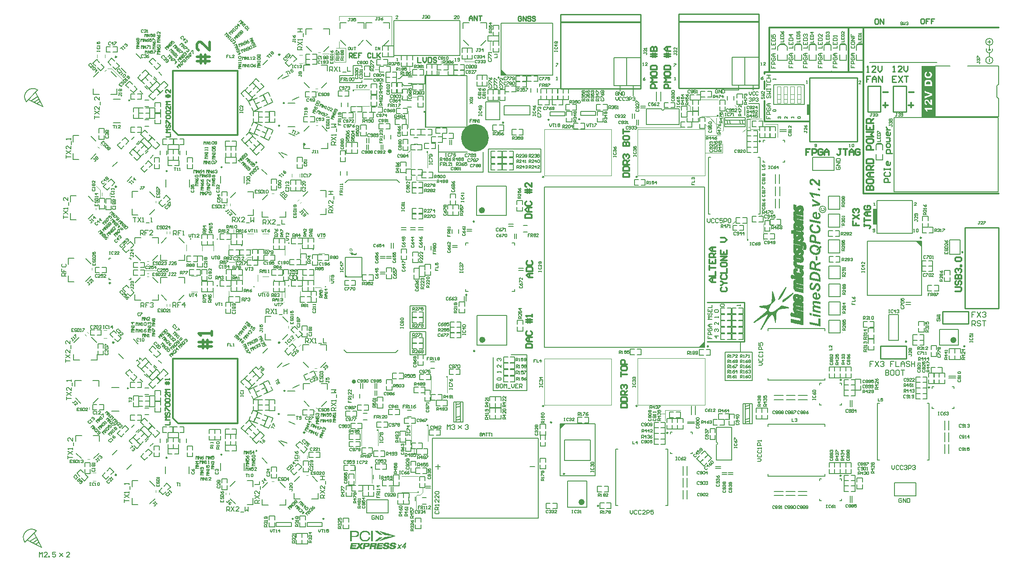
<source format=gto>
From c3ca4f95bd59f69d45e582a4149327f57a360760 Mon Sep 17 00:00:00 2001
From: jaseg <git@jaseg.de>
Date: Sun, 30 Jan 2022 20:11:38 +0100
Subject: Rename gerbonara/gerber package to just gerbonara

---
 .../Gerber/LimeSDR-QPCIe_1v2.GTO                   | 43285 +++++++++++++++++++
 1 file changed, 43285 insertions(+)
 create mode 100644 gerbonara/tests/resources/altium-composite-drill/Gerber/LimeSDR-QPCIe_1v2.GTO

(limited to 'gerbonara/tests/resources/altium-composite-drill/Gerber/LimeSDR-QPCIe_1v2.GTO')

diff --git a/gerbonara/tests/resources/altium-composite-drill/Gerber/LimeSDR-QPCIe_1v2.GTO b/gerbonara/tests/resources/altium-composite-drill/Gerber/LimeSDR-QPCIe_1v2.GTO
new file mode 100644
index 0000000..6b8ae5f
--- /dev/null
+++ b/gerbonara/tests/resources/altium-composite-drill/Gerber/LimeSDR-QPCIe_1v2.GTO
@@ -0,0 +1,43285 @@
+G04 Layer_Color=65535*
+%FSLAX44Y44*%
+%MOMM*%
+G71*
+G01*
+G75*
+%ADD11C,0.3000*%
+%ADD12C,0.2500*%
+%ADD13C,0.2000*%
+%ADD14C,0.1500*%
+%ADD15C,0.2540*%
+%ADD16C,0.1900*%
+%ADD142C,0.4000*%
+%ADD143C,0.6000*%
+%ADD144C,0.5000*%
+%ADD146C,0.1000*%
+%ADD147C,0.3500*%
+%ADD182C,3.0000*%
+%ADD234C,0.1700*%
+%ADD243C,0.1270*%
+%ADD244C,0.0508*%
+%ADD245C,0.0250*%
+%ADD246C,0.0254*%
+%ADD247C,0.0260*%
+G36*
+X1539840Y632051D02*
+X1540047Y632021D01*
+X1540314Y631991D01*
+X1540610Y631962D01*
+X1540906Y631873D01*
+X1541587Y631695D01*
+X1542328Y631429D01*
+X1542683Y631251D01*
+X1543038Y631044D01*
+X1543394Y630777D01*
+X1543720Y630511D01*
+X1543749Y630481D01*
+X1543779Y630451D01*
+X1543868Y630333D01*
+X1543986Y630215D01*
+X1544134Y630037D01*
+X1544282Y629859D01*
+X1544430Y629622D01*
+X1544608Y629326D01*
+X1544786Y629030D01*
+X1544964Y628674D01*
+X1545141Y628289D01*
+X1545319Y627845D01*
+X1545467Y627401D01*
+X1545585Y626897D01*
+X1545704Y626335D01*
+X1545793Y625772D01*
+X1545822Y625802D01*
+X1545911Y625920D01*
+X1546089Y626068D01*
+X1546296Y626275D01*
+X1546592Y626483D01*
+X1546918Y626749D01*
+X1547303Y627016D01*
+X1547718Y627282D01*
+X1547747Y627312D01*
+X1547836Y627342D01*
+X1547955Y627430D01*
+X1548162Y627519D01*
+X1548399Y627668D01*
+X1548695Y627816D01*
+X1549051Y627993D01*
+X1549465Y628200D01*
+X1549910Y628438D01*
+X1550413Y628674D01*
+X1550976Y628941D01*
+X1551598Y629207D01*
+X1552249Y629504D01*
+X1552960Y629800D01*
+X1553700Y630126D01*
+X1554500Y630451D01*
+Y625920D01*
+X1554470D01*
+X1554411Y625891D01*
+X1554322Y625861D01*
+X1554174Y625802D01*
+X1553996Y625742D01*
+X1553760Y625653D01*
+X1553493Y625565D01*
+X1553167Y625446D01*
+X1552812Y625298D01*
+X1552427Y625150D01*
+X1551983Y624972D01*
+X1551509Y624765D01*
+X1550976Y624558D01*
+X1550383Y624321D01*
+X1549761Y624054D01*
+X1549110Y623758D01*
+X1549080D01*
+X1549021Y623728D01*
+X1548932Y623669D01*
+X1548784Y623610D01*
+X1548458Y623432D01*
+X1548044Y623195D01*
+X1547599Y622929D01*
+X1547155Y622633D01*
+X1546741Y622277D01*
+X1546592Y622100D01*
+X1546444Y621922D01*
+X1546415Y621892D01*
+X1546385Y621803D01*
+X1546326Y621655D01*
+X1546237Y621448D01*
+X1546148Y621152D01*
+X1546089Y620796D01*
+X1546059Y620352D01*
+X1546030Y619819D01*
+Y618101D01*
+X1554500Y616324D01*
+Y612149D01*
+X1534005Y616443D01*
+Y625505D01*
+Y625535D01*
+Y625624D01*
+Y625742D01*
+Y625891D01*
+Y626098D01*
+X1534035Y626305D01*
+X1534065Y626838D01*
+X1534124Y627430D01*
+X1534213Y628023D01*
+X1534331Y628615D01*
+X1534509Y629148D01*
+Y629178D01*
+X1534539Y629207D01*
+X1534598Y629356D01*
+X1534716Y629593D01*
+X1534894Y629889D01*
+X1535161Y630244D01*
+X1535457Y630600D01*
+X1535842Y630925D01*
+X1536286Y631251D01*
+X1536345Y631281D01*
+X1536523Y631370D01*
+X1536789Y631518D01*
+X1537145Y631666D01*
+X1537589Y631814D01*
+X1538122Y631962D01*
+X1538744Y632051D01*
+X1539396Y632080D01*
+X1539633D01*
+X1539840Y632051D01*
+D02*
+G37*
+G36*
+X1549051Y640491D02*
+Y632702D01*
+X1545171Y633472D01*
+Y641261D01*
+X1549051Y640491D01*
+D02*
+G37*
+G36*
+X1543068Y610934D02*
+X1543364D01*
+X1543690Y610905D01*
+X1544075Y610845D01*
+X1544490Y610816D01*
+X1544934Y610727D01*
+X1545408Y610668D01*
+X1546385Y610431D01*
+X1547392Y610105D01*
+X1547896Y609927D01*
+X1548399Y609690D01*
+X1548429D01*
+X1548517Y609631D01*
+X1548636Y609572D01*
+X1548814Y609453D01*
+X1549051Y609335D01*
+X1549288Y609187D01*
+X1549880Y608802D01*
+X1550531Y608358D01*
+X1551213Y607795D01*
+X1551864Y607173D01*
+X1552486Y606492D01*
+Y606462D01*
+X1552545Y606432D01*
+X1552605Y606344D01*
+X1552664Y606225D01*
+X1552782Y606077D01*
+X1552871Y605899D01*
+X1553138Y605455D01*
+X1553404Y604922D01*
+X1553700Y604271D01*
+X1553967Y603530D01*
+X1554204Y602701D01*
+Y602642D01*
+X1554234Y602553D01*
+X1554263Y602464D01*
+Y602316D01*
+X1554293Y602138D01*
+X1554322Y601931D01*
+X1554352Y601694D01*
+X1554382Y601427D01*
+X1554411Y601131D01*
+X1554441Y600805D01*
+Y600420D01*
+X1554470Y600035D01*
+X1554500Y599591D01*
+Y599147D01*
+Y598643D01*
+Y591417D01*
+X1534005Y595711D01*
+Y601220D01*
+Y601250D01*
+Y601309D01*
+Y601427D01*
+Y601605D01*
+Y601783D01*
+Y601990D01*
+Y602464D01*
+X1534035Y602967D01*
+Y603471D01*
+X1534065Y603885D01*
+Y604034D01*
+X1534094Y604182D01*
+Y604211D01*
+Y604241D01*
+X1534124Y604389D01*
+X1534153Y604626D01*
+X1534213Y604952D01*
+X1534272Y605307D01*
+X1534361Y605692D01*
+X1534627Y606462D01*
+X1534657Y606521D01*
+X1534687Y606640D01*
+X1534776Y606818D01*
+X1534894Y607084D01*
+X1535072Y607351D01*
+X1535249Y607676D01*
+X1535457Y607972D01*
+X1535723Y608298D01*
+X1535753Y608328D01*
+X1535842Y608446D01*
+X1535990Y608595D01*
+X1536197Y608802D01*
+X1536434Y609009D01*
+X1536730Y609246D01*
+X1537056Y609483D01*
+X1537411Y609720D01*
+X1537441Y609749D01*
+X1537589Y609809D01*
+X1537796Y609927D01*
+X1538063Y610046D01*
+X1538389Y610194D01*
+X1538774Y610372D01*
+X1539218Y610520D01*
+X1539692Y610638D01*
+X1539751Y610668D01*
+X1539929Y610697D01*
+X1540195Y610756D01*
+X1540521Y610816D01*
+X1540936Y610875D01*
+X1541439Y610905D01*
+X1541943Y610964D01*
+X1542831D01*
+X1543068Y610934D01*
+D02*
+G37*
+G36*
+X1546592Y571041D02*
+X1547007Y571011D01*
+X1547451Y570952D01*
+X1548340Y570774D01*
+Y560705D01*
+X1548488D01*
+X1548606Y560675D01*
+X1548962D01*
+X1549228Y560734D01*
+X1549584Y560794D01*
+X1549969Y560882D01*
+X1550354Y561031D01*
+X1550768Y561238D01*
+X1551124Y561504D01*
+X1551153Y561534D01*
+X1551272Y561652D01*
+X1551390Y561830D01*
+X1551568Y562097D01*
+X1551716Y562393D01*
+X1551864Y562748D01*
+X1551983Y563163D01*
+X1552012Y563607D01*
+Y563637D01*
+Y563696D01*
+Y563815D01*
+X1551983Y563933D01*
+X1551953Y564111D01*
+X1551894Y564318D01*
+X1551746Y564762D01*
+X1551657Y564999D01*
+X1551509Y565266D01*
+X1551331Y565532D01*
+X1551124Y565769D01*
+X1550887Y566036D01*
+X1550620Y566302D01*
+X1550294Y566539D01*
+X1549939Y566746D01*
+X1550531Y570330D01*
+X1550561D01*
+X1550620Y570271D01*
+X1550739Y570212D01*
+X1550887Y570123D01*
+X1551064Y570034D01*
+X1551272Y569886D01*
+X1551775Y569590D01*
+X1552308Y569175D01*
+X1552841Y568672D01*
+X1553375Y568109D01*
+X1553819Y567487D01*
+Y567457D01*
+X1553878Y567398D01*
+X1553908Y567309D01*
+X1553996Y567191D01*
+X1554056Y567013D01*
+X1554145Y566835D01*
+X1554352Y566332D01*
+X1554559Y565769D01*
+X1554707Y565088D01*
+X1554826Y564377D01*
+X1554885Y563578D01*
+Y563548D01*
+Y563459D01*
+Y563281D01*
+X1554855Y563074D01*
+X1554826Y562808D01*
+X1554796Y562511D01*
+X1554737Y562186D01*
+X1554648Y561830D01*
+X1554411Y561060D01*
+X1554263Y560645D01*
+X1554085Y560231D01*
+X1553878Y559846D01*
+X1553611Y559431D01*
+X1553315Y559046D01*
+X1552990Y558691D01*
+X1552960Y558661D01*
+X1552901Y558602D01*
+X1552782Y558513D01*
+X1552634Y558395D01*
+X1552457Y558247D01*
+X1552220Y558098D01*
+X1551953Y557921D01*
+X1551657Y557773D01*
+X1551301Y557595D01*
+X1550946Y557417D01*
+X1550531Y557269D01*
+X1550087Y557121D01*
+X1549613Y557003D01*
+X1549080Y556914D01*
+X1548547Y556855D01*
+X1547984Y556825D01*
+X1547688D01*
+X1547481Y556855D01*
+X1547214Y556884D01*
+X1546889Y556914D01*
+X1546533Y556973D01*
+X1546148Y557032D01*
+X1545319Y557240D01*
+X1544875Y557388D01*
+X1544401Y557536D01*
+X1543927Y557743D01*
+X1543453Y557950D01*
+X1542979Y558217D01*
+X1542535Y558513D01*
+X1542505Y558543D01*
+X1542387Y558632D01*
+X1542239Y558750D01*
+X1542032Y558928D01*
+X1541795Y559194D01*
+X1541498Y559461D01*
+X1541232Y559816D01*
+X1540906Y560201D01*
+X1540610Y560645D01*
+X1540314Y561149D01*
+X1540047Y561682D01*
+X1539810Y562274D01*
+X1539603Y562896D01*
+X1539455Y563578D01*
+X1539336Y564318D01*
+X1539307Y565088D01*
+Y565118D01*
+Y565206D01*
+Y565354D01*
+X1539336Y565532D01*
+X1539366Y565769D01*
+X1539396Y566036D01*
+X1539455Y566332D01*
+X1539514Y566658D01*
+X1539721Y567369D01*
+X1539840Y567724D01*
+X1540018Y568079D01*
+X1540225Y568435D01*
+X1540432Y568790D01*
+X1540699Y569116D01*
+X1540995Y569442D01*
+X1541025Y569471D01*
+X1541084Y569501D01*
+X1541173Y569590D01*
+X1541291Y569708D01*
+X1541469Y569827D01*
+X1541676Y569945D01*
+X1541943Y570093D01*
+X1542209Y570271D01*
+X1542535Y570419D01*
+X1542890Y570567D01*
+X1543275Y570686D01*
+X1543720Y570804D01*
+X1544164Y570922D01*
+X1544667Y571011D01*
+X1545171Y571041D01*
+X1545734Y571071D01*
+X1546267D01*
+X1546592Y571041D01*
+D02*
+G37*
+G36*
+X1540018Y586441D02*
+X1539958D01*
+X1539781Y586412D01*
+X1539514Y586323D01*
+X1539188Y586234D01*
+X1538833Y586086D01*
+X1538448Y585908D01*
+X1538092Y585671D01*
+X1537767Y585346D01*
+X1537737Y585316D01*
+X1537648Y585168D01*
+X1537500Y584961D01*
+X1537352Y584664D01*
+X1537234Y584309D01*
+X1537086Y583835D01*
+X1536997Y583273D01*
+X1536967Y582650D01*
+Y582621D01*
+Y582562D01*
+Y582473D01*
+Y582354D01*
+X1536997Y582058D01*
+X1537056Y581673D01*
+X1537115Y581288D01*
+X1537234Y580873D01*
+X1537382Y580489D01*
+X1537589Y580163D01*
+X1537619Y580133D01*
+X1537708Y580044D01*
+X1537826Y579926D01*
+X1538004Y579807D01*
+X1538241Y579659D01*
+X1538507Y579541D01*
+X1538833Y579452D01*
+X1539159Y579422D01*
+X1539307D01*
+X1539455Y579452D01*
+X1539662Y579511D01*
+X1539899Y579600D01*
+X1540136Y579719D01*
+X1540373Y579867D01*
+X1540610Y580103D01*
+X1540639Y580133D01*
+X1540728Y580252D01*
+X1540847Y580429D01*
+X1541025Y580726D01*
+X1541143Y580933D01*
+X1541261Y581140D01*
+X1541410Y581377D01*
+X1541558Y581673D01*
+X1541706Y581969D01*
+X1541883Y582325D01*
+X1542061Y582710D01*
+X1542239Y583124D01*
+X1542268Y583154D01*
+X1542298Y583273D01*
+X1542387Y583450D01*
+X1542476Y583687D01*
+X1542624Y583983D01*
+X1542772Y584309D01*
+X1543127Y585020D01*
+X1543512Y585790D01*
+X1543927Y586530D01*
+X1544134Y586886D01*
+X1544342Y587182D01*
+X1544549Y587448D01*
+X1544727Y587656D01*
+X1544756Y587685D01*
+X1544786Y587715D01*
+X1544875Y587804D01*
+X1544964Y587893D01*
+X1545289Y588130D01*
+X1545704Y588396D01*
+X1546207Y588663D01*
+X1546829Y588870D01*
+X1547540Y589048D01*
+X1547896Y589077D01*
+X1548310Y589107D01*
+X1548577D01*
+X1548754Y589077D01*
+X1548991Y589048D01*
+X1549288Y588988D01*
+X1549584Y588929D01*
+X1549910Y588840D01*
+X1550265Y588722D01*
+X1550650Y588574D01*
+X1551035Y588396D01*
+X1551420Y588189D01*
+X1551805Y587952D01*
+X1552220Y587656D01*
+X1552575Y587330D01*
+X1552960Y586945D01*
+X1552990Y586915D01*
+X1553049Y586856D01*
+X1553138Y586708D01*
+X1553256Y586560D01*
+X1553404Y586323D01*
+X1553582Y586056D01*
+X1553730Y585760D01*
+X1553908Y585375D01*
+X1554115Y584990D01*
+X1554263Y584546D01*
+X1554441Y584043D01*
+X1554589Y583509D01*
+X1554707Y582947D01*
+X1554796Y582325D01*
+X1554855Y581673D01*
+X1554885Y580962D01*
+Y580933D01*
+Y580844D01*
+Y580696D01*
+Y580518D01*
+X1554855Y580281D01*
+X1554826Y580015D01*
+Y579719D01*
+X1554767Y579393D01*
+X1554678Y578682D01*
+X1554530Y577912D01*
+X1554322Y577112D01*
+X1554026Y576372D01*
+Y576342D01*
+X1553996Y576283D01*
+X1553937Y576194D01*
+X1553849Y576046D01*
+X1553671Y575720D01*
+X1553375Y575306D01*
+X1553049Y574861D01*
+X1552605Y574417D01*
+X1552131Y574002D01*
+X1551568Y573647D01*
+X1551538D01*
+X1551509Y573618D01*
+X1551420Y573588D01*
+X1551272Y573529D01*
+X1551124Y573469D01*
+X1550946Y573410D01*
+X1550502Y573262D01*
+X1549969Y573114D01*
+X1549347Y572996D01*
+X1548666Y572936D01*
+X1547925Y572907D01*
+X1547688Y576935D01*
+X1547866D01*
+X1547984Y576964D01*
+X1548340Y576994D01*
+X1548725Y577053D01*
+X1549169Y577112D01*
+X1549613Y577231D01*
+X1549998Y577379D01*
+X1550294Y577586D01*
+X1550354Y577645D01*
+X1550472Y577764D01*
+X1550620Y578001D01*
+X1550828Y578356D01*
+X1550916Y578563D01*
+X1551035Y578830D01*
+X1551124Y579097D01*
+X1551183Y579422D01*
+X1551272Y579748D01*
+X1551301Y580133D01*
+X1551361Y580548D01*
+Y580992D01*
+Y581022D01*
+Y581081D01*
+Y581199D01*
+Y581318D01*
+X1551331Y581496D01*
+Y581703D01*
+X1551272Y582147D01*
+X1551183Y582621D01*
+X1551035Y583124D01*
+X1550857Y583598D01*
+X1550620Y583983D01*
+X1550591Y584013D01*
+X1550502Y584131D01*
+X1550324Y584279D01*
+X1550117Y584457D01*
+X1549850Y584635D01*
+X1549554Y584783D01*
+X1549228Y584901D01*
+X1548843Y584931D01*
+X1548695D01*
+X1548517Y584901D01*
+X1548310Y584842D01*
+X1548073Y584753D01*
+X1547807Y584605D01*
+X1547540Y584427D01*
+X1547303Y584161D01*
+X1547274Y584131D01*
+X1547214Y584043D01*
+X1547096Y583865D01*
+X1546948Y583598D01*
+X1546829Y583421D01*
+X1546711Y583213D01*
+X1546592Y582976D01*
+X1546474Y582710D01*
+X1546326Y582384D01*
+X1546148Y582058D01*
+X1545970Y581644D01*
+X1545793Y581229D01*
+Y581199D01*
+X1545734Y581110D01*
+X1545704Y580992D01*
+X1545615Y580844D01*
+X1545526Y580637D01*
+X1545437Y580400D01*
+X1545201Y579896D01*
+X1544904Y579333D01*
+X1544638Y578741D01*
+X1544342Y578208D01*
+X1544194Y577942D01*
+X1544075Y577734D01*
+X1544045Y577675D01*
+X1543957Y577556D01*
+X1543779Y577349D01*
+X1543572Y577112D01*
+X1543335Y576846D01*
+X1543009Y576549D01*
+X1542654Y576283D01*
+X1542268Y576017D01*
+X1542209Y575987D01*
+X1542061Y575928D01*
+X1541824Y575809D01*
+X1541528Y575720D01*
+X1541143Y575602D01*
+X1540699Y575483D01*
+X1540195Y575424D01*
+X1539662Y575395D01*
+X1539396D01*
+X1539218Y575424D01*
+X1539011Y575454D01*
+X1538744Y575483D01*
+X1538448Y575543D01*
+X1538152Y575631D01*
+X1537471Y575839D01*
+X1537115Y576017D01*
+X1536730Y576194D01*
+X1536375Y576401D01*
+X1536019Y576638D01*
+X1535664Y576935D01*
+X1535338Y577260D01*
+X1535309Y577290D01*
+X1535249Y577349D01*
+X1535190Y577468D01*
+X1535072Y577616D01*
+X1534953Y577793D01*
+X1534805Y578030D01*
+X1534627Y578326D01*
+X1534479Y578652D01*
+X1534331Y579008D01*
+X1534153Y579393D01*
+X1534005Y579837D01*
+X1533887Y580340D01*
+X1533768Y580873D01*
+X1533680Y581436D01*
+X1533650Y582029D01*
+X1533620Y582680D01*
+Y582710D01*
+Y582828D01*
+Y583036D01*
+X1533650Y583273D01*
+X1533680Y583569D01*
+X1533709Y583924D01*
+X1533768Y584309D01*
+X1533828Y584724D01*
+X1534035Y585642D01*
+X1534183Y586116D01*
+X1534331Y586560D01*
+X1534539Y587034D01*
+X1534776Y587478D01*
+X1535042Y587893D01*
+X1535338Y588278D01*
+X1535368Y588307D01*
+X1535427Y588367D01*
+X1535516Y588455D01*
+X1535634Y588603D01*
+X1535812Y588751D01*
+X1536019Y588929D01*
+X1536256Y589107D01*
+X1536523Y589285D01*
+X1536849Y589492D01*
+X1537174Y589699D01*
+X1537559Y589877D01*
+X1537944Y590055D01*
+X1538389Y590203D01*
+X1538833Y590321D01*
+X1539336Y590410D01*
+X1539840Y590469D01*
+X1540018Y586441D01*
+D02*
+G37*
+G36*
+X1554500Y708313D02*
+Y704137D01*
+X1534005Y708431D01*
+Y712637D01*
+X1554500Y708313D01*
+D02*
+G37*
+G36*
+X1546592Y726971D02*
+X1547007Y726942D01*
+X1547451Y726882D01*
+X1548340Y726705D01*
+Y716635D01*
+X1548488D01*
+X1548606Y716606D01*
+X1548962D01*
+X1549228Y716665D01*
+X1549584Y716724D01*
+X1549969Y716813D01*
+X1550354Y716961D01*
+X1550768Y717168D01*
+X1551124Y717435D01*
+X1551153Y717464D01*
+X1551272Y717583D01*
+X1551390Y717760D01*
+X1551568Y718027D01*
+X1551716Y718323D01*
+X1551864Y718679D01*
+X1551983Y719093D01*
+X1552012Y719538D01*
+Y719567D01*
+Y719626D01*
+Y719745D01*
+X1551983Y719863D01*
+X1551953Y720041D01*
+X1551894Y720248D01*
+X1551746Y720693D01*
+X1551657Y720929D01*
+X1551509Y721196D01*
+X1551331Y721463D01*
+X1551124Y721700D01*
+X1550887Y721966D01*
+X1550620Y722233D01*
+X1550294Y722469D01*
+X1549939Y722677D01*
+X1550531Y726260D01*
+X1550561D01*
+X1550620Y726201D01*
+X1550739Y726142D01*
+X1550887Y726053D01*
+X1551064Y725964D01*
+X1551272Y725816D01*
+X1551775Y725520D01*
+X1552308Y725105D01*
+X1552841Y724602D01*
+X1553375Y724039D01*
+X1553819Y723417D01*
+Y723388D01*
+X1553878Y723328D01*
+X1553908Y723240D01*
+X1553996Y723121D01*
+X1554056Y722943D01*
+X1554145Y722766D01*
+X1554352Y722262D01*
+X1554559Y721700D01*
+X1554707Y721018D01*
+X1554826Y720308D01*
+X1554885Y719508D01*
+Y719478D01*
+Y719389D01*
+Y719212D01*
+X1554855Y719004D01*
+X1554826Y718738D01*
+X1554796Y718442D01*
+X1554737Y718116D01*
+X1554648Y717760D01*
+X1554411Y716991D01*
+X1554263Y716576D01*
+X1554085Y716161D01*
+X1553878Y715776D01*
+X1553611Y715362D01*
+X1553315Y714977D01*
+X1552990Y714621D01*
+X1552960Y714592D01*
+X1552901Y714532D01*
+X1552782Y714444D01*
+X1552634Y714325D01*
+X1552457Y714177D01*
+X1552220Y714029D01*
+X1551953Y713851D01*
+X1551657Y713703D01*
+X1551301Y713525D01*
+X1550946Y713348D01*
+X1550531Y713200D01*
+X1550087Y713052D01*
+X1549613Y712933D01*
+X1549080Y712844D01*
+X1548547Y712785D01*
+X1547984Y712755D01*
+X1547688D01*
+X1547481Y712785D01*
+X1547214Y712815D01*
+X1546889Y712844D01*
+X1546533Y712904D01*
+X1546148Y712963D01*
+X1545319Y713170D01*
+X1544875Y713318D01*
+X1544401Y713466D01*
+X1543927Y713673D01*
+X1543453Y713881D01*
+X1542979Y714147D01*
+X1542535Y714444D01*
+X1542505Y714473D01*
+X1542387Y714562D01*
+X1542239Y714680D01*
+X1542032Y714858D01*
+X1541795Y715125D01*
+X1541498Y715391D01*
+X1541232Y715747D01*
+X1540906Y716132D01*
+X1540610Y716576D01*
+X1540314Y717079D01*
+X1540047Y717613D01*
+X1539810Y718205D01*
+X1539603Y718827D01*
+X1539455Y719508D01*
+X1539336Y720248D01*
+X1539307Y721018D01*
+Y721048D01*
+Y721137D01*
+Y721285D01*
+X1539336Y721463D01*
+X1539366Y721700D01*
+X1539396Y721966D01*
+X1539455Y722262D01*
+X1539514Y722588D01*
+X1539721Y723299D01*
+X1539840Y723654D01*
+X1540018Y724010D01*
+X1540225Y724365D01*
+X1540432Y724720D01*
+X1540699Y725046D01*
+X1540995Y725372D01*
+X1541025Y725402D01*
+X1541084Y725431D01*
+X1541173Y725520D01*
+X1541291Y725639D01*
+X1541469Y725757D01*
+X1541676Y725875D01*
+X1541943Y726023D01*
+X1542209Y726201D01*
+X1542535Y726349D01*
+X1542890Y726497D01*
+X1543275Y726616D01*
+X1543720Y726734D01*
+X1544164Y726853D01*
+X1544667Y726942D01*
+X1545171Y726971D01*
+X1545734Y727001D01*
+X1546267D01*
+X1546592Y726971D01*
+D02*
+G37*
+G36*
+X1540669Y699783D02*
+X1540639D01*
+X1540580Y699754D01*
+X1540491D01*
+X1540373Y699724D01*
+X1540077Y699635D01*
+X1539692Y699487D01*
+X1539248Y699309D01*
+X1538833Y699073D01*
+X1538418Y698806D01*
+X1538092Y698480D01*
+X1538063Y698451D01*
+X1537974Y698303D01*
+X1537826Y698095D01*
+X1537678Y697799D01*
+X1537530Y697444D01*
+X1537382Y696999D01*
+X1537293Y696496D01*
+X1537263Y695933D01*
+Y695904D01*
+Y695844D01*
+Y695756D01*
+X1537293Y695637D01*
+X1537323Y695311D01*
+X1537411Y694867D01*
+X1537530Y694364D01*
+X1537737Y693830D01*
+X1538004Y693238D01*
+X1538359Y692675D01*
+Y692646D01*
+X1538418Y692616D01*
+X1538566Y692439D01*
+X1538803Y692142D01*
+X1539188Y691817D01*
+X1539633Y691432D01*
+X1540225Y691017D01*
+X1540906Y690602D01*
+X1541706Y690247D01*
+X1541735D01*
+X1541795Y690217D01*
+X1541913Y690158D01*
+X1542091Y690099D01*
+X1542298Y690040D01*
+X1542535Y689980D01*
+X1542802Y689892D01*
+X1543098Y689803D01*
+X1543779Y689655D01*
+X1544549Y689507D01*
+X1545378Y689388D01*
+X1546207Y689358D01*
+X1546444D01*
+X1546622Y689388D01*
+X1546829D01*
+X1547066Y689418D01*
+X1547599Y689507D01*
+X1548221Y689655D01*
+X1548843Y689832D01*
+X1549465Y690128D01*
+X1550028Y690514D01*
+X1550087Y690573D01*
+X1550235Y690721D01*
+X1550443Y690987D01*
+X1550679Y691313D01*
+X1550946Y691757D01*
+X1551153Y692261D01*
+X1551301Y692823D01*
+X1551331Y693120D01*
+X1551361Y693446D01*
+Y693475D01*
+Y693505D01*
+Y693594D01*
+X1551331Y693712D01*
+X1551301Y694038D01*
+X1551242Y694423D01*
+X1551094Y694897D01*
+X1550916Y695400D01*
+X1550679Y695904D01*
+X1550324Y696437D01*
+Y696466D01*
+X1550265Y696496D01*
+X1550117Y696674D01*
+X1549880Y696911D01*
+X1549525Y697207D01*
+X1549080Y697533D01*
+X1548547Y697888D01*
+X1547896Y698184D01*
+X1547155Y698480D01*
+X1547807Y702745D01*
+X1547836D01*
+X1547955Y702686D01*
+X1548132Y702627D01*
+X1548369Y702508D01*
+X1548666Y702360D01*
+X1548991Y702212D01*
+X1549376Y702034D01*
+X1549761Y701797D01*
+X1550620Y701264D01*
+X1551479Y700613D01*
+X1552338Y699872D01*
+X1552723Y699428D01*
+X1553078Y698984D01*
+X1553108Y698954D01*
+X1553167Y698865D01*
+X1553256Y698747D01*
+X1553345Y698540D01*
+X1553493Y698303D01*
+X1553641Y698036D01*
+X1553819Y697681D01*
+X1553967Y697325D01*
+X1554145Y696911D01*
+X1554322Y696466D01*
+X1554470Y695993D01*
+X1554589Y695489D01*
+X1554707Y694956D01*
+X1554796Y694393D01*
+X1554855Y693801D01*
+X1554885Y693179D01*
+Y693149D01*
+Y693001D01*
+X1554855Y692823D01*
+Y692557D01*
+X1554826Y692231D01*
+X1554767Y691876D01*
+X1554707Y691461D01*
+X1554589Y691047D01*
+X1554470Y690573D01*
+X1554322Y690099D01*
+X1554145Y689595D01*
+X1553937Y689121D01*
+X1553671Y688618D01*
+X1553375Y688144D01*
+X1553019Y687700D01*
+X1552634Y687285D01*
+X1552605Y687256D01*
+X1552516Y687196D01*
+X1552397Y687078D01*
+X1552220Y686960D01*
+X1551983Y686811D01*
+X1551687Y686634D01*
+X1551331Y686426D01*
+X1550946Y686249D01*
+X1550502Y686041D01*
+X1550028Y685834D01*
+X1549465Y685656D01*
+X1548873Y685508D01*
+X1548251Y685390D01*
+X1547540Y685271D01*
+X1546829Y685212D01*
+X1546030Y685182D01*
+X1545674D01*
+X1545437Y685212D01*
+X1545141D01*
+X1544756Y685271D01*
+X1544371Y685301D01*
+X1543927Y685360D01*
+X1543453Y685419D01*
+X1542920Y685538D01*
+X1541854Y685775D01*
+X1540728Y686130D01*
+X1540195Y686338D01*
+X1539633Y686574D01*
+X1539603Y686604D01*
+X1539514Y686634D01*
+X1539366Y686723D01*
+X1539159Y686841D01*
+X1538922Y686989D01*
+X1538626Y687167D01*
+X1538329Y687374D01*
+X1537974Y687611D01*
+X1537263Y688174D01*
+X1536523Y688825D01*
+X1535812Y689625D01*
+X1535486Y690069D01*
+X1535190Y690514D01*
+X1535161Y690543D01*
+X1535131Y690632D01*
+X1535042Y690780D01*
+X1534953Y690958D01*
+X1534835Y691195D01*
+X1534687Y691461D01*
+X1534539Y691787D01*
+X1534391Y692142D01*
+X1534272Y692527D01*
+X1534124Y692972D01*
+X1533857Y693890D01*
+X1533680Y694897D01*
+X1533650Y695430D01*
+X1533620Y695993D01*
+Y696022D01*
+Y696141D01*
+Y696318D01*
+X1533650Y696555D01*
+X1533680Y696822D01*
+X1533709Y697148D01*
+X1533768Y697533D01*
+X1533857Y697918D01*
+X1534065Y698776D01*
+X1534213Y699221D01*
+X1534391Y699665D01*
+X1534598Y700139D01*
+X1534835Y700553D01*
+X1535101Y700998D01*
+X1535427Y701383D01*
+X1535457Y701412D01*
+X1535516Y701471D01*
+X1535605Y701560D01*
+X1535753Y701709D01*
+X1535930Y701857D01*
+X1536138Y702064D01*
+X1536404Y702242D01*
+X1536701Y702449D01*
+X1537026Y702656D01*
+X1537382Y702863D01*
+X1537796Y703071D01*
+X1538211Y703278D01*
+X1538685Y703456D01*
+X1539188Y703604D01*
+X1539721Y703722D01*
+X1540284Y703811D01*
+X1540669Y699783D01*
+D02*
+G37*
+G36*
+X1542772Y663503D02*
+X1543038D01*
+X1543364Y663474D01*
+X1543720Y663414D01*
+X1544105Y663385D01*
+X1544519Y663296D01*
+X1544993Y663237D01*
+X1545941Y663000D01*
+X1546977Y662674D01*
+X1547481Y662496D01*
+X1548014Y662259D01*
+X1548044D01*
+X1548132Y662200D01*
+X1548281Y662141D01*
+X1548458Y662022D01*
+X1548695Y661904D01*
+X1548962Y661756D01*
+X1549288Y661578D01*
+X1549613Y661371D01*
+X1550324Y660897D01*
+X1551064Y660334D01*
+X1551805Y659653D01*
+X1552486Y658913D01*
+Y658942D01*
+X1552545Y658972D01*
+X1552693Y659150D01*
+X1552930Y659416D01*
+X1553226Y659772D01*
+X1553582Y660216D01*
+X1553908Y660690D01*
+X1554263Y661223D01*
+X1554589Y661756D01*
+X1557225Y659772D01*
+Y659742D01*
+X1557166Y659683D01*
+X1557106Y659594D01*
+X1557047Y659446D01*
+X1556929Y659268D01*
+X1556810Y659061D01*
+X1556455Y658587D01*
+X1556040Y658024D01*
+X1555507Y657432D01*
+X1554855Y656780D01*
+X1554115Y656158D01*
+Y656129D01*
+X1554174Y655981D01*
+X1554234Y655803D01*
+X1554322Y655536D01*
+X1554411Y655240D01*
+X1554500Y654885D01*
+X1554648Y654115D01*
+Y654056D01*
+X1554678Y653937D01*
+X1554707Y653730D01*
+X1554737Y653463D01*
+X1554796Y653138D01*
+X1554826Y652753D01*
+X1554855Y652367D01*
+Y651953D01*
+Y651923D01*
+Y651775D01*
+X1554826Y651598D01*
+Y651331D01*
+X1554796Y651005D01*
+X1554737Y650650D01*
+X1554648Y650235D01*
+X1554559Y649791D01*
+X1554441Y649317D01*
+X1554293Y648843D01*
+X1554085Y648340D01*
+X1553878Y647836D01*
+X1553611Y647333D01*
+X1553286Y646829D01*
+X1552930Y646355D01*
+X1552516Y645911D01*
+X1552486Y645882D01*
+X1552397Y645822D01*
+X1552279Y645704D01*
+X1552101Y645556D01*
+X1551864Y645378D01*
+X1551568Y645171D01*
+X1551242Y644963D01*
+X1550887Y644756D01*
+X1550443Y644549D01*
+X1549998Y644342D01*
+X1549495Y644134D01*
+X1548962Y643957D01*
+X1548369Y643808D01*
+X1547747Y643690D01*
+X1547096Y643631D01*
+X1546415Y643601D01*
+X1546119D01*
+X1545882Y643631D01*
+X1545585D01*
+X1545260Y643690D01*
+X1544875Y643719D01*
+X1544460Y643779D01*
+X1544016Y643868D01*
+X1543512Y643957D01*
+X1542446Y644193D01*
+X1541321Y644549D01*
+X1540728Y644786D01*
+X1540136Y645023D01*
+X1540106Y645052D01*
+X1539988Y645082D01*
+X1539840Y645171D01*
+X1539603Y645289D01*
+X1539336Y645437D01*
+X1539040Y645615D01*
+X1538714Y645822D01*
+X1538329Y646089D01*
+X1537974Y646355D01*
+X1537559Y646652D01*
+X1537174Y646977D01*
+X1536760Y647362D01*
+X1535990Y648162D01*
+X1535634Y648606D01*
+X1535309Y649080D01*
+X1535279Y649110D01*
+X1535249Y649199D01*
+X1535161Y649347D01*
+X1535042Y649554D01*
+X1534924Y649791D01*
+X1534776Y650087D01*
+X1534627Y650443D01*
+X1534450Y650827D01*
+X1534302Y651242D01*
+X1534153Y651686D01*
+X1534005Y652190D01*
+X1533887Y652723D01*
+X1533768Y653256D01*
+X1533680Y653848D01*
+X1533650Y654441D01*
+X1533620Y655063D01*
+Y655092D01*
+Y655240D01*
+Y655418D01*
+X1533650Y655685D01*
+X1533680Y656010D01*
+X1533739Y656395D01*
+X1533828Y656810D01*
+X1533917Y657254D01*
+X1534035Y657728D01*
+X1534183Y658232D01*
+X1534391Y658735D01*
+X1534627Y659239D01*
+X1534894Y659772D01*
+X1535220Y660246D01*
+X1535575Y660749D01*
+X1535990Y661193D01*
+X1536019Y661223D01*
+X1536108Y661282D01*
+X1536227Y661401D01*
+X1536434Y661549D01*
+X1536671Y661726D01*
+X1536938Y661934D01*
+X1537293Y662141D01*
+X1537648Y662378D01*
+X1538092Y662585D01*
+X1538566Y662793D01*
+X1539070Y663000D01*
+X1539633Y663177D01*
+X1540225Y663326D01*
+X1540876Y663444D01*
+X1541558Y663503D01*
+X1542268Y663533D01*
+X1542565D01*
+X1542772Y663503D01*
+D02*
+G37*
+G36*
+X1539721Y683435D02*
+X1540136Y683376D01*
+X1540580Y683317D01*
+X1541113Y683198D01*
+X1541647Y683050D01*
+X1542209Y682843D01*
+X1542239D01*
+X1542268Y682813D01*
+X1542446Y682724D01*
+X1542713Y682606D01*
+X1543038Y682428D01*
+X1543423Y682221D01*
+X1543808Y681984D01*
+X1544194Y681688D01*
+X1544549Y681362D01*
+X1544579Y681332D01*
+X1544697Y681214D01*
+X1544845Y681036D01*
+X1545023Y680799D01*
+X1545260Y680533D01*
+X1545467Y680207D01*
+X1545674Y679881D01*
+X1545882Y679496D01*
+X1545911Y679437D01*
+X1545941Y679318D01*
+X1546030Y679081D01*
+X1546119Y678785D01*
+X1546237Y678400D01*
+X1546355Y677926D01*
+X1546474Y677393D01*
+X1546563Y676771D01*
+Y676712D01*
+X1546592Y676564D01*
+Y676446D01*
+Y676298D01*
+X1546622Y676120D01*
+Y675942D01*
+Y675676D01*
+X1546652Y675409D01*
+Y675113D01*
+Y674787D01*
+X1546681Y674402D01*
+Y673988D01*
+Y673543D01*
+Y673040D01*
+Y670345D01*
+X1554500Y668686D01*
+Y664510D01*
+X1534005Y668805D01*
+Y677127D01*
+Y677157D01*
+Y677216D01*
+Y677334D01*
+Y677482D01*
+X1534035Y677690D01*
+Y677897D01*
+X1534065Y678400D01*
+X1534124Y678963D01*
+X1534242Y679526D01*
+X1534361Y680118D01*
+X1534539Y680622D01*
+Y680651D01*
+X1534568Y680681D01*
+X1534627Y680829D01*
+X1534776Y681066D01*
+X1534953Y681362D01*
+X1535190Y681688D01*
+X1535486Y682043D01*
+X1535871Y682399D01*
+X1536286Y682695D01*
+X1536345Y682724D01*
+X1536493Y682813D01*
+X1536760Y682932D01*
+X1537086Y683080D01*
+X1537530Y683228D01*
+X1538004Y683346D01*
+X1538566Y683435D01*
+X1539159Y683465D01*
+X1539425D01*
+X1539721Y683435D01*
+D02*
+G37*
+G36*
+X1543157Y554633D02*
+X1543423Y554604D01*
+X1543779Y554574D01*
+X1544253Y554485D01*
+X1544816Y554397D01*
+X1545467Y554248D01*
+X1554500Y552294D01*
+Y548325D01*
+X1545467Y550250D01*
+X1545437D01*
+X1545378Y550280D01*
+X1545319D01*
+X1545201Y550309D01*
+X1544904Y550369D01*
+X1544579Y550428D01*
+X1544253Y550487D01*
+X1543927Y550546D01*
+X1543690Y550606D01*
+X1543423D01*
+X1543335Y550576D01*
+X1543187Y550546D01*
+X1542861Y550457D01*
+X1542713Y550339D01*
+X1542565Y550221D01*
+X1542535Y550191D01*
+X1542505Y550161D01*
+X1542446Y550073D01*
+X1542357Y549954D01*
+X1542298Y549806D01*
+X1542239Y549599D01*
+X1542209Y549391D01*
+X1542180Y549125D01*
+Y549095D01*
+Y549066D01*
+Y548977D01*
+X1542209Y548858D01*
+X1542268Y548562D01*
+X1542387Y548207D01*
+X1542565Y547792D01*
+X1542861Y547318D01*
+X1543038Y547081D01*
+X1543246Y546844D01*
+X1543483Y546637D01*
+X1543779Y546400D01*
+X1543838Y546370D01*
+X1543897Y546311D01*
+X1543986Y546252D01*
+X1544134Y546193D01*
+X1544282Y546104D01*
+X1544490Y545985D01*
+X1544697Y545897D01*
+X1544964Y545778D01*
+X1545260Y545660D01*
+X1545585Y545541D01*
+X1545941Y545423D01*
+X1546326Y545275D01*
+X1546770Y545156D01*
+X1547244Y545038D01*
+X1547777Y544919D01*
+X1554500Y543498D01*
+Y539529D01*
+X1545556Y541395D01*
+X1545526D01*
+X1545497Y541424D01*
+X1545289Y541454D01*
+X1545023Y541513D01*
+X1544727Y541573D01*
+X1544371Y541632D01*
+X1544045Y541661D01*
+X1543749Y541721D01*
+X1543453D01*
+X1543335Y541691D01*
+X1543187Y541661D01*
+X1542890Y541543D01*
+X1542713Y541454D01*
+X1542565Y541306D01*
+X1542535Y541276D01*
+X1542505Y541247D01*
+X1542446Y541158D01*
+X1542357Y541040D01*
+X1542298Y540862D01*
+X1542239Y540684D01*
+X1542209Y540477D01*
+X1542180Y540210D01*
+Y540181D01*
+Y540092D01*
+X1542209Y539973D01*
+X1542239Y539796D01*
+X1542268Y539588D01*
+X1542357Y539351D01*
+X1542446Y539114D01*
+X1542594Y538848D01*
+X1542624Y538818D01*
+X1542654Y538729D01*
+X1542742Y538581D01*
+X1542861Y538433D01*
+X1543009Y538226D01*
+X1543216Y538019D01*
+X1543423Y537811D01*
+X1543660Y537604D01*
+X1543690Y537574D01*
+X1543779Y537515D01*
+X1543927Y537426D01*
+X1544134Y537308D01*
+X1544371Y537160D01*
+X1544697Y537012D01*
+X1545023Y536864D01*
+X1545408Y536716D01*
+X1545437D01*
+X1545526Y536686D01*
+X1545674Y536627D01*
+X1545882Y536567D01*
+X1546178Y536508D01*
+X1546592Y536390D01*
+X1547066Y536271D01*
+X1547363Y536212D01*
+X1547688Y536123D01*
+X1554500Y534702D01*
+Y530733D01*
+X1539633Y533843D01*
+Y537604D01*
+X1541439Y537249D01*
+X1541410Y537278D01*
+X1541350Y537337D01*
+X1541232Y537456D01*
+X1541113Y537634D01*
+X1540936Y537841D01*
+X1540758Y538078D01*
+X1540580Y538344D01*
+X1540373Y538670D01*
+X1539988Y539381D01*
+X1539633Y540151D01*
+X1539514Y540595D01*
+X1539396Y541010D01*
+X1539336Y541484D01*
+X1539307Y541928D01*
+Y541958D01*
+Y542017D01*
+Y542076D01*
+Y542195D01*
+X1539336Y542520D01*
+X1539396Y542876D01*
+X1539485Y543290D01*
+X1539603Y543735D01*
+X1539781Y544149D01*
+X1540018Y544505D01*
+X1540047Y544534D01*
+X1540136Y544653D01*
+X1540314Y544801D01*
+X1540521Y545008D01*
+X1540788Y545186D01*
+X1541143Y545393D01*
+X1541498Y545571D01*
+X1541943Y545689D01*
+X1541883Y545719D01*
+X1541765Y545837D01*
+X1541558Y546015D01*
+X1541291Y546252D01*
+X1540995Y546578D01*
+X1540699Y546933D01*
+X1540373Y547377D01*
+X1540077Y547881D01*
+Y547910D01*
+X1540047Y547940D01*
+X1540018Y548029D01*
+X1539958Y548147D01*
+X1539840Y548414D01*
+X1539692Y548799D01*
+X1539544Y549243D01*
+X1539425Y549776D01*
+X1539336Y550309D01*
+X1539307Y550902D01*
+Y550931D01*
+Y550991D01*
+Y551079D01*
+Y551198D01*
+X1539366Y551524D01*
+X1539425Y551909D01*
+X1539544Y552353D01*
+X1539721Y552827D01*
+X1539958Y553271D01*
+X1540284Y553656D01*
+X1540314Y553686D01*
+X1540462Y553804D01*
+X1540669Y553982D01*
+X1540965Y554160D01*
+X1541321Y554337D01*
+X1541735Y554515D01*
+X1542239Y554633D01*
+X1542802Y554663D01*
+X1542950D01*
+X1543157Y554633D01*
+D02*
+G37*
+G36*
+X1554000Y743647D02*
+Y740211D01*
+X1539133Y737250D01*
+Y741189D01*
+X1545648Y742196D01*
+X1545678D01*
+X1545767Y742225D01*
+X1545885D01*
+X1546063Y742255D01*
+X1546270Y742285D01*
+X1546537Y742344D01*
+X1547070Y742433D01*
+X1547662Y742522D01*
+X1548225Y742610D01*
+X1548728Y742670D01*
+X1548936Y742699D01*
+X1549113Y742729D01*
+X1549054Y742759D01*
+X1548965Y742818D01*
+X1548817Y742907D01*
+X1548580Y743025D01*
+X1548284Y743203D01*
+X1547869Y743410D01*
+X1547603Y743558D01*
+X1547336Y743706D01*
+X1547307D01*
+X1547277Y743736D01*
+X1547099Y743854D01*
+X1546833Y744002D01*
+X1546507Y744180D01*
+X1546181Y744358D01*
+X1545885Y744536D01*
+X1545619Y744684D01*
+X1545441Y744772D01*
+X1539133Y748475D01*
+Y752798D01*
+X1554000Y743647D01*
+D02*
+G37*
+G36*
+Y761298D02*
+Y757271D01*
+X1539814Y760232D01*
+X1539843Y760173D01*
+X1539962Y760025D01*
+X1540110Y759758D01*
+X1540317Y759403D01*
+X1540554Y758988D01*
+X1540791Y758485D01*
+X1541058Y757922D01*
+X1541324Y757330D01*
+Y757300D01*
+X1541354Y757271D01*
+X1541383Y757182D01*
+X1541443Y757063D01*
+X1541532Y756738D01*
+X1541680Y756352D01*
+X1541828Y755908D01*
+X1541976Y755405D01*
+X1542124Y754931D01*
+X1542242Y754427D01*
+X1538659Y755197D01*
+Y755227D01*
+X1538629Y755257D01*
+X1538570Y755434D01*
+X1538422Y755701D01*
+X1538244Y756056D01*
+X1538037Y756471D01*
+X1537800Y756974D01*
+X1537504Y757537D01*
+X1537148Y758130D01*
+X1536793Y758751D01*
+X1536378Y759403D01*
+X1535934Y760084D01*
+X1535490Y760736D01*
+X1534986Y761387D01*
+X1534483Y762039D01*
+X1533950Y762631D01*
+X1533387Y763194D01*
+Y765622D01*
+X1554000Y761298D01*
+D02*
+G37*
+G36*
+X1560702Y735171D02*
+X1560769Y735149D01*
+X1560858Y735116D01*
+X1560958Y735071D01*
+X1561080Y735027D01*
+X1561213Y734971D01*
+X1561357Y734905D01*
+X1561657Y734749D01*
+X1561968Y734550D01*
+X1562267Y734305D01*
+X1562401Y734172D01*
+X1562523Y734028D01*
+X1562534Y734017D01*
+X1562545Y733995D01*
+X1562578Y733950D01*
+X1562623Y733884D01*
+X1562667Y733806D01*
+X1562711Y733706D01*
+X1562767Y733595D01*
+X1562822Y733473D01*
+X1562889Y733329D01*
+X1562944Y733173D01*
+X1562989Y733007D01*
+X1563033Y732829D01*
+X1563078Y732640D01*
+X1563111Y732430D01*
+X1563122Y732219D01*
+X1563133Y731985D01*
+Y731963D01*
+Y731919D01*
+X1563122Y731841D01*
+X1563111Y731730D01*
+X1563100Y731608D01*
+X1563078Y731453D01*
+X1563044Y731286D01*
+X1563000Y731097D01*
+X1562944Y730909D01*
+X1562878Y730709D01*
+X1562789Y730498D01*
+X1562689Y730287D01*
+X1562578Y730076D01*
+X1562434Y729865D01*
+X1562278Y729666D01*
+X1562090Y729477D01*
+X1562079Y729466D01*
+X1562045Y729433D01*
+X1561979Y729388D01*
+X1561901Y729322D01*
+X1561790Y729255D01*
+X1561668Y729166D01*
+X1561513Y729077D01*
+X1561335Y728989D01*
+X1561146Y728900D01*
+X1560935Y728811D01*
+X1560691Y728722D01*
+X1560436Y728656D01*
+X1560170Y728589D01*
+X1559870Y728545D01*
+X1559559Y728511D01*
+X1559226Y728500D01*
+X1559137D01*
+X1559037Y728511D01*
+X1558904D01*
+X1558749Y728533D01*
+X1558560Y728556D01*
+X1558360Y728578D01*
+X1558127Y728622D01*
+X1557894Y728678D01*
+X1557650Y728744D01*
+X1557406Y728822D01*
+X1557150Y728922D01*
+X1556906Y729033D01*
+X1556673Y729166D01*
+X1556451Y729311D01*
+X1556240Y729488D01*
+X1556229Y729499D01*
+X1556196Y729532D01*
+X1556140Y729588D01*
+X1556074Y729666D01*
+X1555996Y729765D01*
+X1555907Y729888D01*
+X1555807Y730021D01*
+X1555707Y730187D01*
+X1555607Y730365D01*
+X1555508Y730554D01*
+X1555419Y730776D01*
+X1555341Y730998D01*
+X1555275Y731253D01*
+X1555219Y731508D01*
+X1555186Y731797D01*
+X1555175Y732085D01*
+Y732096D01*
+Y732152D01*
+Y732219D01*
+X1555186Y732318D01*
+X1555197Y732441D01*
+X1555219Y732574D01*
+X1555241Y732729D01*
+X1555275Y732896D01*
+X1555319Y733073D01*
+X1555374Y733262D01*
+X1555441Y733451D01*
+X1555530Y733651D01*
+X1555619Y733839D01*
+X1555730Y734017D01*
+X1555863Y734205D01*
+X1556007Y734372D01*
+Y734383D01*
+X1556029Y734394D01*
+X1556063Y734427D01*
+X1556096Y734461D01*
+X1556151Y734505D01*
+X1556218Y734550D01*
+X1556373Y734672D01*
+X1556573Y734794D01*
+X1556817Y734927D01*
+X1557095Y735049D01*
+X1557417Y735160D01*
+X1557783Y733628D01*
+X1557772D01*
+X1557761Y733617D01*
+X1557728D01*
+X1557683Y733595D01*
+X1557583Y733562D01*
+X1557450Y733506D01*
+X1557295Y733428D01*
+X1557139Y733329D01*
+X1556984Y733195D01*
+X1556851Y733051D01*
+X1556840Y733029D01*
+X1556795Y732973D01*
+X1556740Y732885D01*
+X1556673Y732763D01*
+X1556606Y732607D01*
+X1556551Y732430D01*
+X1556507Y732230D01*
+X1556496Y732008D01*
+Y731997D01*
+Y731974D01*
+Y731930D01*
+X1556507Y731863D01*
+X1556518Y731797D01*
+X1556529Y731708D01*
+X1556573Y731519D01*
+X1556651Y731297D01*
+X1556762Y731064D01*
+X1556828Y730942D01*
+X1556906Y730831D01*
+X1557006Y730720D01*
+X1557117Y730620D01*
+X1557128D01*
+X1557150Y730598D01*
+X1557184Y730576D01*
+X1557239Y730543D01*
+X1557306Y730498D01*
+X1557384Y730454D01*
+X1557483Y730409D01*
+X1557594Y730365D01*
+X1557728Y730309D01*
+X1557872Y730265D01*
+X1558038Y730221D01*
+X1558216Y730176D01*
+X1558416Y730143D01*
+X1558627Y730121D01*
+X1558860Y730110D01*
+X1559115Y730098D01*
+X1559259D01*
+X1559348Y730110D01*
+X1559470D01*
+X1559615Y730132D01*
+X1559759Y730143D01*
+X1559925Y730165D01*
+X1560269Y730232D01*
+X1560614Y730321D01*
+X1560780Y730376D01*
+X1560935Y730454D01*
+X1561080Y730531D01*
+X1561202Y730620D01*
+X1561213Y730631D01*
+X1561224Y730642D01*
+X1561257Y730676D01*
+X1561302Y730720D01*
+X1561391Y730831D01*
+X1561501Y730986D01*
+X1561624Y731175D01*
+X1561712Y731408D01*
+X1561790Y731675D01*
+X1561801Y731819D01*
+X1561812Y731974D01*
+Y731985D01*
+Y731997D01*
+Y732030D01*
+X1561801Y732074D01*
+X1561790Y732196D01*
+X1561768Y732341D01*
+X1561712Y732496D01*
+X1561646Y732674D01*
+X1561557Y732851D01*
+X1561424Y733029D01*
+X1561402Y733051D01*
+X1561346Y733107D01*
+X1561257Y733184D01*
+X1561124Y733273D01*
+X1560947Y733384D01*
+X1560736Y733484D01*
+X1560480Y733584D01*
+X1560181Y733673D01*
+X1560647Y735182D01*
+X1560658D01*
+X1560702Y735171D01*
+D02*
+G37*
+G36*
+X751980Y78559D02*
+X753413D01*
+X752996Y76659D01*
+X751597D01*
+X751097Y74310D01*
+X748980D01*
+X749464Y76659D01*
+X744931D01*
+X745315Y78526D01*
+X751563Y85840D01*
+X753513D01*
+X751980Y78559D01*
+D02*
+G37*
+G36*
+X741516Y78326D02*
+X743632Y74310D01*
+X741233D01*
+X740016Y76626D01*
+X737950Y74310D01*
+X735184D01*
+X739016Y78576D01*
+X736900Y82675D01*
+X739300D01*
+X740516Y80292D01*
+X742649Y82675D01*
+X745398D01*
+X741516Y78326D01*
+D02*
+G37*
+G36*
+X1554500Y526853D02*
+Y522885D01*
+X1539633Y525994D01*
+Y529993D01*
+X1554500Y526853D01*
+D02*
+G37*
+G36*
+X1537619Y530407D02*
+Y526409D01*
+X1534005Y527179D01*
+Y531148D01*
+X1537619Y530407D01*
+D02*
+G37*
+G36*
+X1554500Y520190D02*
+Y505500D01*
+X1534005Y509794D01*
+Y514000D01*
+X1551064Y510416D01*
+Y520900D01*
+X1554500Y520190D01*
+D02*
+G37*
+G36*
+X1554000Y772227D02*
+Y768258D01*
+X1550120Y769028D01*
+Y772997D01*
+X1554000Y772227D01*
+D02*
+G37*
+G36*
+X1539340Y791241D02*
+X1539666Y791211D01*
+X1540021Y791152D01*
+X1540436Y791063D01*
+X1540880Y790944D01*
+X1541354Y790767D01*
+X1541413Y790737D01*
+X1541561Y790678D01*
+X1541798Y790559D01*
+X1542124Y790382D01*
+X1542509Y790145D01*
+X1542953Y789849D01*
+X1543427Y789523D01*
+X1543930Y789108D01*
+X1543960Y789079D01*
+X1544108Y788960D01*
+X1544315Y788753D01*
+X1544612Y788457D01*
+X1544997Y788072D01*
+X1545470Y787598D01*
+X1546004Y787035D01*
+X1546626Y786384D01*
+X1546655Y786354D01*
+X1546714Y786295D01*
+X1546774Y786206D01*
+X1546892Y786087D01*
+X1547188Y785762D01*
+X1547573Y785377D01*
+X1547958Y784962D01*
+X1548343Y784547D01*
+X1548699Y784192D01*
+X1548995Y783896D01*
+X1549025Y783866D01*
+X1549113Y783807D01*
+X1549232Y783688D01*
+X1549380Y783540D01*
+X1549587Y783363D01*
+X1549824Y783185D01*
+X1550328Y782770D01*
+Y789878D01*
+X1554000Y789108D01*
+Y776669D01*
+X1553941D01*
+X1553852Y776699D01*
+X1553734D01*
+X1553437Y776758D01*
+X1553082Y776847D01*
+X1552638Y776965D01*
+X1552164Y777114D01*
+X1551631Y777291D01*
+X1551127Y777528D01*
+X1551098D01*
+X1551068Y777558D01*
+X1550890Y777647D01*
+X1550624Y777795D01*
+X1550298Y778002D01*
+X1549913Y778269D01*
+X1549498Y778565D01*
+X1549054Y778891D01*
+X1548610Y779246D01*
+X1548551Y779305D01*
+X1548373Y779453D01*
+X1548254Y779572D01*
+X1548106Y779720D01*
+X1547899Y779898D01*
+X1547692Y780105D01*
+X1547425Y780342D01*
+X1547159Y780638D01*
+X1546833Y780934D01*
+X1546507Y781290D01*
+X1546122Y781674D01*
+X1545707Y782089D01*
+X1545263Y782533D01*
+X1544789Y783037D01*
+X1544760Y783066D01*
+X1544700Y783126D01*
+X1544612Y783244D01*
+X1544464Y783363D01*
+X1544138Y783718D01*
+X1543723Y784133D01*
+X1543279Y784577D01*
+X1542864Y785021D01*
+X1542479Y785377D01*
+X1542331Y785525D01*
+X1542213Y785643D01*
+X1542153Y785673D01*
+X1542035Y785791D01*
+X1541828Y785969D01*
+X1541561Y786176D01*
+X1541265Y786413D01*
+X1540939Y786620D01*
+X1540613Y786828D01*
+X1540317Y786976D01*
+X1540288Y787005D01*
+X1540169Y787035D01*
+X1540021Y787094D01*
+X1539843Y787183D01*
+X1539606Y787242D01*
+X1539370Y787302D01*
+X1539103Y787331D01*
+X1538866Y787361D01*
+X1538688D01*
+X1538511Y787331D01*
+X1538274Y787272D01*
+X1538007Y787213D01*
+X1537711Y787094D01*
+X1537444Y786946D01*
+X1537178Y786739D01*
+X1537148Y786709D01*
+X1537089Y786620D01*
+X1536971Y786502D01*
+X1536852Y786324D01*
+X1536734Y786087D01*
+X1536615Y785821D01*
+X1536556Y785525D01*
+X1536526Y785199D01*
+Y785169D01*
+Y785051D01*
+X1536556Y784873D01*
+X1536615Y784636D01*
+X1536704Y784370D01*
+X1536852Y784103D01*
+X1537030Y783807D01*
+X1537267Y783540D01*
+X1537296Y783511D01*
+X1537415Y783422D01*
+X1537592Y783303D01*
+X1537859Y783155D01*
+X1538215Y782978D01*
+X1538659Y782800D01*
+X1539192Y782622D01*
+X1539843Y782474D01*
+X1539281Y778565D01*
+X1539251D01*
+X1539162Y778594D01*
+X1539014Y778624D01*
+X1538807Y778654D01*
+X1538570Y778743D01*
+X1538303Y778802D01*
+X1538007Y778891D01*
+X1537681Y779009D01*
+X1536971Y779305D01*
+X1536230Y779690D01*
+X1535549Y780164D01*
+X1535223Y780460D01*
+X1534927Y780756D01*
+X1534897Y780786D01*
+X1534868Y780845D01*
+X1534779Y780934D01*
+X1534690Y781082D01*
+X1534572Y781230D01*
+X1534453Y781438D01*
+X1534305Y781674D01*
+X1534157Y781971D01*
+X1534009Y782267D01*
+X1533861Y782593D01*
+X1533624Y783333D01*
+X1533446Y784162D01*
+X1533417Y784636D01*
+X1533387Y785110D01*
+Y785140D01*
+Y785229D01*
+Y785377D01*
+X1533417Y785584D01*
+X1533446Y785821D01*
+X1533476Y786117D01*
+X1533506Y786413D01*
+X1533594Y786739D01*
+X1533772Y787479D01*
+X1534039Y788220D01*
+X1534216Y788605D01*
+X1534424Y788960D01*
+X1534690Y789286D01*
+X1534957Y789612D01*
+X1534986Y789641D01*
+X1535016Y789671D01*
+X1535105Y789760D01*
+X1535223Y789878D01*
+X1535401Y789997D01*
+X1535579Y790145D01*
+X1535786Y790293D01*
+X1536023Y790441D01*
+X1536586Y790737D01*
+X1537267Y791004D01*
+X1538037Y791211D01*
+X1538451Y791241D01*
+X1538896Y791270D01*
+X1539103D01*
+X1539340Y791241D01*
+D02*
+G37*
+G36*
+X1414500Y672250D02*
+X1412500Y672250D01*
+Y674250D01*
+X1414500D01*
+Y672250D01*
+D02*
+G37*
+G36*
+X1664500Y702750D02*
+X1656357D01*
+Y732750D01*
+X1664500D01*
+X1664500Y702750D01*
+D02*
+G37*
+G36*
+X794750Y842500D02*
+X792750Y842500D01*
+Y844500D01*
+X794750D01*
+Y842500D01*
+D02*
+G37*
+G36*
+X833000Y407000D02*
+X831000Y407000D01*
+Y409000D01*
+X833000D01*
+Y407000D01*
+D02*
+G37*
+G36*
+X1330250Y465000D02*
+X1320250D01*
+X1330250Y475000D01*
+Y465000D01*
+D02*
+G37*
+G36*
+X1750250Y660500D02*
+X1740250Y670500D01*
+X1750250D01*
+Y660500D01*
+D02*
+G37*
+G36*
+X1776750Y911000D02*
+X1750438D01*
+X1750438Y919000D01*
+X1776750D01*
+X1776750Y911000D01*
+D02*
+G37*
+G36*
+X651750Y962000D02*
+X649750D01*
+X649750Y964000D01*
+X651750D01*
+Y962000D01*
+D02*
+G37*
+G36*
+X948250Y992500D02*
+X937000Y992500D01*
+X937000Y1003750D01*
+X948250Y992500D01*
+D02*
+G37*
+G36*
+X1776750Y1004278D02*
+X1750438D01*
+X1750438Y1010250D01*
+X1776750D01*
+X1776750Y1004278D01*
+D02*
+G37*
+G36*
+X1356500Y912750D02*
+X1354500D01*
+X1354500Y914750D01*
+X1356500D01*
+Y912750D01*
+D02*
+G37*
+G36*
+X1534000Y914750D02*
+X1528750Y914750D01*
+Y935000D01*
+X1534000Y935000D01*
+Y914750D01*
+D02*
+G37*
+G36*
+X789250Y920500D02*
+X787250D01*
+Y922500D01*
+X789250Y922500D01*
+Y920500D01*
+D02*
+G37*
+G36*
+X686650Y231140D02*
+X684650D01*
+Y233140D01*
+X686650D01*
+Y231140D01*
+D02*
+G37*
+G36*
+X698750Y303750D02*
+X696750Y303750D01*
+Y305750D01*
+X698750D01*
+Y303750D01*
+D02*
+G37*
+G36*
+X649616Y648702D02*
+Y647090D01*
+X653736Y646235D01*
+X653774D01*
+X653833Y646215D01*
+X653910Y646196D01*
+X654085Y646157D01*
+X654299Y646118D01*
+X654532Y646079D01*
+X654726Y646040D01*
+X654901Y646021D01*
+X654960Y646002D01*
+X655037D01*
+X655173Y646021D01*
+X655310Y646079D01*
+X655465Y646176D01*
+Y646196D01*
+X655484Y646215D01*
+X655523Y646273D01*
+X655543Y646332D01*
+X655582Y646429D01*
+X655620Y646565D01*
+X655640Y646720D01*
+Y646895D01*
+Y646934D01*
+Y646992D01*
+X655620Y647070D01*
+Y647187D01*
+X655601Y647342D01*
+X655582Y647537D01*
+X655562Y647770D01*
+X657505Y647362D01*
+Y647323D01*
+X657525Y647245D01*
+X657544Y647109D01*
+X657583Y646934D01*
+X657602Y646720D01*
+X657641Y646487D01*
+X657661Y645963D01*
+Y645943D01*
+Y645904D01*
+Y645827D01*
+Y645730D01*
+X657641Y645613D01*
+Y645496D01*
+X657602Y645185D01*
+X657525Y644855D01*
+X657447Y644505D01*
+X657311Y644194D01*
+X657136Y643922D01*
+X657116Y643903D01*
+X657039Y643825D01*
+X656903Y643728D01*
+X656747Y643612D01*
+X656534Y643495D01*
+X656262Y643398D01*
+X655970Y643320D01*
+X655620Y643301D01*
+X655523D01*
+X655387Y643320D01*
+X655193Y643339D01*
+X655057Y643359D01*
+X654921Y643378D01*
+X654746Y643417D01*
+X654552Y643456D01*
+X654338Y643495D01*
+X654105Y643534D01*
+X653833Y643592D01*
+X653541Y643650D01*
+X649616Y644486D01*
+Y643184D01*
+X647654Y643592D01*
+Y644874D01*
+X646099Y645185D01*
+X644292Y648178D01*
+X647654Y647498D01*
+Y649110D01*
+X649616Y648702D01*
+D02*
+G37*
+G36*
+X777000Y183250D02*
+X775000D01*
+Y185250D01*
+X777000D01*
+Y183250D01*
+D02*
+G37*
+G36*
+X646298Y656272D02*
+X646420Y656261D01*
+X646553Y656239D01*
+X646708Y656205D01*
+X646875Y656172D01*
+X647052Y656128D01*
+X647241Y656072D01*
+X647441Y656005D01*
+X647629Y655917D01*
+X647829Y655817D01*
+X648029Y655706D01*
+X648229Y655573D01*
+X648418Y655417D01*
+X648429Y655406D01*
+X648462Y655373D01*
+X648506Y655328D01*
+X648573Y655262D01*
+X648640Y655173D01*
+X648728Y655062D01*
+X648817Y654940D01*
+X648906Y654807D01*
+X648995Y654640D01*
+X649083Y654474D01*
+X649172Y654285D01*
+X649239Y654074D01*
+X649305Y653852D01*
+X649350Y653619D01*
+X649383Y653364D01*
+X649394Y653097D01*
+Y653086D01*
+Y653064D01*
+Y653020D01*
+Y652964D01*
+X649383Y652898D01*
+X649372Y652820D01*
+X649350Y652631D01*
+X649317Y652409D01*
+X649261Y652176D01*
+X649183Y651932D01*
+X649083Y651699D01*
+Y651688D01*
+X649072Y651677D01*
+X649050Y651643D01*
+X649028Y651599D01*
+X648950Y651488D01*
+X648850Y651355D01*
+X648728Y651210D01*
+X648573Y651055D01*
+X648395Y650911D01*
+X648195Y650789D01*
+X648184D01*
+X648173Y650778D01*
+X648140Y650766D01*
+X648096Y650744D01*
+X647973Y650700D01*
+X647818Y650644D01*
+X647641Y650589D01*
+X647430Y650544D01*
+X647197Y650511D01*
+X646952Y650500D01*
+X646886D01*
+X646808Y650511D01*
+X646697D01*
+X646564Y650522D01*
+X646420Y650544D01*
+X646242Y650578D01*
+X646064Y650611D01*
+X645876Y650655D01*
+X645676Y650711D01*
+X645465Y650778D01*
+X645265Y650866D01*
+X645054Y650966D01*
+X644855Y651077D01*
+X644666Y651210D01*
+X644488Y651366D01*
+X644477Y651377D01*
+X644444Y651410D01*
+X644399Y651455D01*
+X644344Y651521D01*
+X644266Y651610D01*
+X644189Y651721D01*
+X644111Y651843D01*
+X644022Y651987D01*
+X643933Y652143D01*
+X643856Y652309D01*
+X643767Y652498D01*
+X643700Y652709D01*
+X643645Y652920D01*
+X643600Y653153D01*
+X643567Y653408D01*
+X643556Y653663D01*
+Y653674D01*
+Y653719D01*
+Y653785D01*
+X643567Y653863D01*
+X643578Y653974D01*
+X643589Y654085D01*
+X643611Y654218D01*
+X643645Y654363D01*
+X643722Y654673D01*
+X643778Y654829D01*
+X643844Y654995D01*
+X643922Y655151D01*
+X644022Y655306D01*
+X644122Y655451D01*
+X644244Y655584D01*
+X644255Y655595D01*
+X644277Y655617D01*
+X644311Y655650D01*
+X644366Y655695D01*
+X644433Y655750D01*
+X644521Y655806D01*
+X644610Y655872D01*
+X644721Y655939D01*
+X644855Y655994D01*
+X644988Y656061D01*
+X645143Y656116D01*
+X645298Y656172D01*
+X645476Y656216D01*
+X645665Y656250D01*
+X645865Y656272D01*
+X646076Y656283D01*
+X646209D01*
+X646298Y656272D01*
+D02*
+G37*
+G36*
+X795250Y312750D02*
+X793250Y312750D01*
+Y314750D01*
+X795250D01*
+Y312750D01*
+D02*
+G37*
+G36*
+X1051500Y306600D02*
+Y316600D01*
+X1061500D01*
+X1051500Y306600D01*
+D02*
+G37*
+%LPC*%
+G36*
+X1539455Y627875D02*
+X1539277D01*
+X1539070Y627816D01*
+X1538833Y627756D01*
+X1538566Y627638D01*
+X1538300Y627490D01*
+X1538033Y627253D01*
+X1537796Y626957D01*
+X1537767Y626927D01*
+X1537737Y626838D01*
+X1537678Y626690D01*
+X1537619Y626453D01*
+X1537559Y626127D01*
+X1537500Y625683D01*
+X1537441Y625180D01*
+Y624854D01*
+Y624528D01*
+Y619908D01*
+X1542950Y618753D01*
+Y621004D01*
+Y621033D01*
+Y621152D01*
+Y621329D01*
+Y621537D01*
+Y621833D01*
+X1542920Y622129D01*
+X1542890Y622840D01*
+X1542861Y623580D01*
+X1542772Y624321D01*
+X1542742Y624647D01*
+X1542683Y624972D01*
+X1542624Y625239D01*
+X1542565Y625476D01*
+X1542535Y625535D01*
+X1542476Y625653D01*
+X1542387Y625861D01*
+X1542239Y626127D01*
+X1542061Y626394D01*
+X1541854Y626690D01*
+X1541587Y626957D01*
+X1541291Y627223D01*
+X1541261Y627253D01*
+X1541143Y627312D01*
+X1540965Y627430D01*
+X1540728Y627549D01*
+X1540462Y627668D01*
+X1540166Y627786D01*
+X1539810Y627845D01*
+X1539455Y627875D01*
+D02*
+G37*
+G36*
+X1542387Y606729D02*
+X1542032D01*
+X1541854Y606699D01*
+X1541647D01*
+X1541143Y606640D01*
+X1540610Y606551D01*
+X1540077Y606432D01*
+X1539544Y606255D01*
+X1539099Y606018D01*
+X1539040Y605988D01*
+X1538922Y605899D01*
+X1538744Y605751D01*
+X1538507Y605544D01*
+X1538270Y605277D01*
+X1538033Y604981D01*
+X1537826Y604626D01*
+X1537648Y604241D01*
+Y604211D01*
+X1537619Y604093D01*
+X1537559Y603915D01*
+X1537500Y603649D01*
+X1537471Y603293D01*
+X1537411Y602849D01*
+X1537382Y602316D01*
+Y601664D01*
+Y599206D01*
+X1551213Y596304D01*
+Y598436D01*
+Y598466D01*
+Y598525D01*
+Y598673D01*
+Y598821D01*
+Y598999D01*
+X1551183Y599236D01*
+Y599739D01*
+X1551153Y600302D01*
+X1551094Y600835D01*
+X1551035Y601368D01*
+X1551005Y601605D01*
+X1550946Y601812D01*
+X1550916Y601872D01*
+X1550887Y601990D01*
+X1550798Y602197D01*
+X1550709Y602464D01*
+X1550561Y602760D01*
+X1550383Y603086D01*
+X1550146Y603412D01*
+X1549880Y603737D01*
+Y603767D01*
+X1549821Y603797D01*
+X1549673Y603945D01*
+X1549406Y604182D01*
+X1549080Y604478D01*
+X1548636Y604833D01*
+X1548103Y605189D01*
+X1547511Y605544D01*
+X1546859Y605870D01*
+X1546829D01*
+X1546770Y605899D01*
+X1546652Y605959D01*
+X1546533Y606018D01*
+X1546326Y606077D01*
+X1546119Y606136D01*
+X1545882Y606225D01*
+X1545585Y606314D01*
+X1545289Y606373D01*
+X1544934Y606462D01*
+X1544164Y606610D01*
+X1543305Y606699D01*
+X1542387Y606729D01*
+D02*
+G37*
+G36*
+X1545882Y567398D02*
+X1545230D01*
+X1544934Y567369D01*
+X1544549Y567309D01*
+X1544164Y567220D01*
+X1543749Y567072D01*
+X1543364Y566895D01*
+X1543009Y566658D01*
+X1542979Y566628D01*
+X1542890Y566510D01*
+X1542742Y566362D01*
+X1542594Y566125D01*
+X1542446Y565858D01*
+X1542298Y565503D01*
+X1542209Y565118D01*
+X1542180Y564673D01*
+Y564614D01*
+Y564466D01*
+X1542239Y564229D01*
+X1542298Y563933D01*
+X1542417Y563578D01*
+X1542565Y563192D01*
+X1542802Y562808D01*
+X1543127Y562422D01*
+X1543157Y562393D01*
+X1543305Y562274D01*
+X1543512Y562097D01*
+X1543838Y561889D01*
+X1544223Y561682D01*
+X1544697Y561445D01*
+X1545230Y561238D01*
+X1545882Y561090D01*
+Y567398D01*
+D02*
+G37*
+G36*
+Y723328D02*
+X1545230D01*
+X1544934Y723299D01*
+X1544549Y723240D01*
+X1544164Y723151D01*
+X1543749Y723003D01*
+X1543364Y722825D01*
+X1543009Y722588D01*
+X1542979Y722558D01*
+X1542890Y722440D01*
+X1542742Y722292D01*
+X1542594Y722055D01*
+X1542446Y721788D01*
+X1542298Y721433D01*
+X1542209Y721048D01*
+X1542180Y720604D01*
+Y720545D01*
+Y720396D01*
+X1542239Y720160D01*
+X1542298Y719863D01*
+X1542417Y719508D01*
+X1542565Y719123D01*
+X1542802Y718738D01*
+X1543127Y718353D01*
+X1543157Y718323D01*
+X1543305Y718205D01*
+X1543512Y718027D01*
+X1543838Y717820D01*
+X1544223Y717613D01*
+X1544697Y717375D01*
+X1545230Y717168D01*
+X1545882Y717020D01*
+Y723328D01*
+D02*
+G37*
+G36*
+X1542357Y659357D02*
+X1542120D01*
+X1541943Y659327D01*
+X1541765D01*
+X1541528Y659298D01*
+X1540965Y659209D01*
+X1540343Y659031D01*
+X1539721Y658794D01*
+X1539099Y658498D01*
+X1538803Y658291D01*
+X1538537Y658054D01*
+X1538507D01*
+X1538477Y657995D01*
+X1538329Y657817D01*
+X1538092Y657521D01*
+X1537826Y657136D01*
+X1537589Y656662D01*
+X1537352Y656099D01*
+X1537204Y655448D01*
+X1537145Y655092D01*
+Y654707D01*
+Y654648D01*
+Y654470D01*
+X1537174Y654204D01*
+X1537234Y653878D01*
+X1537293Y653493D01*
+X1537411Y653049D01*
+X1537589Y652605D01*
+X1537796Y652160D01*
+X1537826Y652101D01*
+X1537915Y651953D01*
+X1538063Y651746D01*
+X1538270Y651449D01*
+X1538537Y651124D01*
+X1538863Y650739D01*
+X1539218Y650383D01*
+X1539662Y649998D01*
+X1539721Y649969D01*
+X1539870Y649850D01*
+X1540136Y649643D01*
+X1540462Y649436D01*
+X1540906Y649169D01*
+X1541410Y648902D01*
+X1541972Y648636D01*
+X1542624Y648399D01*
+X1542654D01*
+X1542713Y648369D01*
+X1542802Y648340D01*
+X1542920Y648310D01*
+X1543098Y648251D01*
+X1543275Y648192D01*
+X1543720Y648103D01*
+X1544282Y647984D01*
+X1544875Y647866D01*
+X1545526Y647807D01*
+X1546178Y647777D01*
+X1546415D01*
+X1546563Y647807D01*
+X1546770D01*
+X1547007Y647836D01*
+X1547540Y647955D01*
+X1548162Y648103D01*
+X1548784Y648340D01*
+X1549406Y648665D01*
+X1549702Y648843D01*
+X1549969Y649080D01*
+Y649110D01*
+X1550028Y649139D01*
+X1550176Y649317D01*
+X1550413Y649613D01*
+X1550650Y649998D01*
+X1550887Y650502D01*
+X1551124Y651064D01*
+X1551272Y651716D01*
+X1551301Y652071D01*
+X1551331Y652456D01*
+Y652486D01*
+Y652545D01*
+Y652664D01*
+Y652841D01*
+X1551301Y653226D01*
+X1551272Y653671D01*
+Y653700D01*
+X1551242Y653789D01*
+X1551213Y653878D01*
+X1551183Y653937D01*
+X1551153Y653967D01*
+X1551035Y653996D01*
+X1551005D01*
+X1550946Y653937D01*
+X1550798Y653819D01*
+X1550679Y653730D01*
+X1550531Y653582D01*
+X1550502Y653552D01*
+X1550383Y653434D01*
+X1550235Y653256D01*
+X1550058Y653019D01*
+X1549880Y652723D01*
+X1549673Y652427D01*
+X1549495Y652071D01*
+X1549347Y651716D01*
+X1546977Y653226D01*
+Y653256D01*
+X1547007Y653315D01*
+X1547066Y653404D01*
+X1547155Y653552D01*
+X1547244Y653700D01*
+X1547363Y653908D01*
+X1547659Y654352D01*
+X1548044Y654855D01*
+X1548488Y655418D01*
+X1548991Y655981D01*
+X1549554Y656514D01*
+X1549525Y656543D01*
+X1549495Y656573D01*
+X1549317Y656721D01*
+X1549021Y656958D01*
+X1548636Y657254D01*
+X1548162Y657580D01*
+X1547599Y657906D01*
+X1546948Y658261D01*
+X1546207Y658557D01*
+X1546178D01*
+X1546119Y658587D01*
+X1546000Y658646D01*
+X1545852Y658676D01*
+X1545674Y658735D01*
+X1545467Y658824D01*
+X1544964Y658972D01*
+X1544371Y659090D01*
+X1543720Y659239D01*
+X1543038Y659327D01*
+X1542357Y659357D01*
+D02*
+G37*
+G36*
+X1539514Y679230D02*
+X1539396D01*
+X1539248Y679200D01*
+X1539070D01*
+X1538685Y679081D01*
+X1538477Y678993D01*
+X1538300Y678874D01*
+X1538270D01*
+X1538211Y678815D01*
+X1538033Y678637D01*
+X1537826Y678341D01*
+X1537619Y677956D01*
+Y677926D01*
+X1537589Y677838D01*
+X1537530Y677660D01*
+X1537500Y677393D01*
+X1537441Y677068D01*
+X1537411Y676594D01*
+Y676327D01*
+X1537382Y676031D01*
+Y675676D01*
+Y675320D01*
+Y672299D01*
+X1543246Y671056D01*
+Y672359D01*
+Y672388D01*
+Y672507D01*
+Y672684D01*
+Y672892D01*
+Y673158D01*
+X1543216Y673484D01*
+X1543187Y674165D01*
+X1543157Y674906D01*
+X1543068Y675646D01*
+X1543009Y675972D01*
+X1542979Y676298D01*
+X1542890Y676564D01*
+X1542831Y676801D01*
+X1542802Y676860D01*
+X1542742Y676979D01*
+X1542654Y677186D01*
+X1542505Y677453D01*
+X1542328Y677719D01*
+X1542091Y678015D01*
+X1541824Y678311D01*
+X1541528Y678578D01*
+X1541498Y678608D01*
+X1541380Y678667D01*
+X1541173Y678785D01*
+X1540936Y678904D01*
+X1540639Y679022D01*
+X1540284Y679141D01*
+X1539929Y679200D01*
+X1539514Y679230D01*
+D02*
+G37*
+G36*
+X750613Y82175D02*
+X747581Y78559D01*
+X749864D01*
+X750613Y82175D01*
+D02*
+G37*
+G36*
+X645876Y654784D02*
+X645787D01*
+X645687Y654773D01*
+X645565Y654740D01*
+X645432Y654707D01*
+X645287Y654651D01*
+X645154Y654574D01*
+X645021Y654463D01*
+X645010Y654452D01*
+X644966Y654407D01*
+X644910Y654341D01*
+X644855Y654252D01*
+X644788Y654130D01*
+X644743Y653996D01*
+X644699Y653841D01*
+X644688Y653663D01*
+Y653641D01*
+Y653586D01*
+X644699Y653486D01*
+X644721Y653375D01*
+X644766Y653242D01*
+X644821Y653097D01*
+X644899Y652942D01*
+X644999Y652798D01*
+X645010Y652787D01*
+X645054Y652731D01*
+X645121Y652664D01*
+X645221Y652587D01*
+X645343Y652487D01*
+X645498Y652387D01*
+X645676Y652298D01*
+X645876Y652209D01*
+X645887D01*
+X645898Y652198D01*
+X645931Y652187D01*
+X645976Y652176D01*
+X646087Y652143D01*
+X646220Y652110D01*
+X646386Y652076D01*
+X646564Y652043D01*
+X646753Y652021D01*
+X646930Y652010D01*
+X647030D01*
+X647141Y652032D01*
+X647274Y652054D01*
+X647430Y652087D01*
+X647585Y652143D01*
+X647740Y652221D01*
+X647885Y652331D01*
+X647896Y652343D01*
+X647940Y652387D01*
+X647996Y652465D01*
+X648051Y652553D01*
+X648118Y652676D01*
+X648173Y652809D01*
+X648218Y652964D01*
+X648229Y653142D01*
+Y653153D01*
+Y653175D01*
+Y653197D01*
+X648218Y653242D01*
+X648195Y653364D01*
+X648162Y653508D01*
+X648096Y653674D01*
+X648007Y653841D01*
+X647874Y654019D01*
+X647796Y654107D01*
+X647707Y654185D01*
+X647696Y654196D01*
+X647674Y654207D01*
+X647629Y654241D01*
+X647574Y654274D01*
+X647496Y654329D01*
+X647407Y654374D01*
+X647308Y654429D01*
+X647197Y654485D01*
+X647063Y654540D01*
+X646930Y654596D01*
+X646775Y654651D01*
+X646619Y654696D01*
+X646264Y654762D01*
+X646076Y654773D01*
+X645876Y654784D01*
+D02*
+G37*
+%LPD*%
+D11*
+X911412Y870750D02*
+G03*
+X911412Y870750I-25162J0D01*
+G01*
+X1446250Y994750D02*
+Y998250D01*
+X1455750D01*
+X1446250Y965250D02*
+Y980250D01*
+X1052400Y1094250D02*
+X1206900D01*
+X1281000Y1095000D02*
+X1435500D01*
+X1637500Y998250D02*
+Y1020750D01*
+X1633500Y1084250D02*
+X1899750D01*
+X1455750Y998500D02*
+Y1084250D01*
+X1633500D01*
+X1519250Y998250D02*
+X1637250D01*
+X1637750Y763000D02*
+Y1084250D01*
+X1638250Y763000D02*
+X1899250D01*
+X1637750Y897250D02*
+Y1003000D01*
+X1609250Y998500D02*
+Y1084000D01*
+X1576000Y998250D02*
+X1576250Y998500D01*
+X1455750Y998250D02*
+X1576000D01*
+X1637750Y1051000D02*
+Y1083750D01*
+X1446250Y902000D02*
+Y942000D01*
+Y902000D02*
+X1532500D01*
+X311750Y317500D02*
+X426750D01*
+Y442500D01*
+X301750D02*
+X426750D01*
+X301750Y327500D02*
+Y442500D01*
+Y327500D02*
+X311750Y317500D01*
+X312017Y875871D02*
+X427017D01*
+Y1000871D01*
+X302017D02*
+X427017D01*
+X302017Y885871D02*
+Y1000871D01*
+Y885871D02*
+X312017Y875871D01*
+X983754Y715261D02*
+X995750D01*
+Y721259D01*
+X993751Y723258D01*
+X985753D01*
+X983754Y721259D01*
+Y715261D01*
+X995750Y727257D02*
+X987753D01*
+X983754Y731256D01*
+X987753Y735255D01*
+X995750D01*
+X989752D01*
+Y727257D01*
+X985753Y747251D02*
+X983754Y745251D01*
+Y741253D01*
+X985753Y739253D01*
+X993751D01*
+X995750Y741253D01*
+Y745251D01*
+X993751Y747251D01*
+X995750Y765245D02*
+X983754D01*
+Y769243D02*
+X995750D01*
+X987753Y763245D02*
+Y769243D01*
+Y771243D01*
+X991751Y763245D02*
+Y771243D01*
+X995750Y783239D02*
+Y775242D01*
+X987753Y783239D01*
+X985753D01*
+X983754Y781240D01*
+Y777241D01*
+X985753Y775242D01*
+X984754Y463760D02*
+X996750D01*
+Y469758D01*
+X994751Y471758D01*
+X986753D01*
+X984754Y469758D01*
+Y463760D01*
+X996750Y475756D02*
+X988753D01*
+X984754Y479755D01*
+X988753Y483754D01*
+X996750D01*
+X990752D01*
+Y475756D01*
+X986753Y495750D02*
+X984754Y493751D01*
+Y489752D01*
+X986753Y487753D01*
+X994751D01*
+X996750Y489752D01*
+Y493751D01*
+X994751Y495750D01*
+X996750Y513744D02*
+X984754D01*
+Y517743D02*
+X996750D01*
+X988753Y511745D02*
+Y517743D01*
+Y519742D01*
+X992751Y511745D02*
+Y519742D01*
+X996750Y523741D02*
+Y527740D01*
+Y525740D01*
+X984754D01*
+X986753Y523741D01*
+X997750Y600083D02*
+X989753D01*
+X985754Y604082D01*
+X989753Y608080D01*
+X997750D01*
+X991752D01*
+Y600083D01*
+X985754Y612079D02*
+X997750D01*
+Y618077D01*
+X995751Y620076D01*
+X987753D01*
+X985754Y618077D01*
+Y612079D01*
+X987753Y632072D02*
+X985754Y630073D01*
+Y626074D01*
+X987753Y624075D01*
+X995751D01*
+X997750Y626074D01*
+Y630073D01*
+X995751Y632072D01*
+X1815502Y573410D02*
+X1825499D01*
+X1827498Y575409D01*
+Y579408D01*
+X1825499Y581407D01*
+X1815502D01*
+X1817501Y593404D02*
+X1815502Y591404D01*
+Y587406D01*
+X1817501Y585406D01*
+X1819501D01*
+X1821500Y587406D01*
+Y591404D01*
+X1823499Y593404D01*
+X1825499D01*
+X1827498Y591404D01*
+Y587406D01*
+X1825499Y585406D01*
+X1815502Y597402D02*
+X1827498D01*
+Y603400D01*
+X1825499Y605400D01*
+X1823499D01*
+X1821500Y603400D01*
+Y597402D01*
+Y603400D01*
+X1819501Y605400D01*
+X1817501D01*
+X1815502Y603400D01*
+Y597402D01*
+X1817501Y609398D02*
+X1815502Y611398D01*
+Y615396D01*
+X1817501Y617396D01*
+X1819501D01*
+X1821500Y615396D01*
+Y613397D01*
+Y615396D01*
+X1823499Y617396D01*
+X1825499D01*
+X1827498Y615396D01*
+Y611398D01*
+X1825499Y609398D01*
+X1827498Y621395D02*
+X1825499D01*
+Y623394D01*
+X1827498D01*
+Y621395D01*
+X1817501Y631391D02*
+X1815502Y633391D01*
+Y637389D01*
+X1817501Y639389D01*
+X1825499D01*
+X1827498Y637389D01*
+Y633391D01*
+X1825499Y631391D01*
+X1817501D01*
+X1352105Y590886D02*
+X1344108D01*
+X1340109Y594885D01*
+X1344108Y598883D01*
+X1352105D01*
+X1346107D01*
+Y590886D01*
+X1340109Y602882D02*
+X1352105D01*
+Y610880D01*
+X1340109Y614878D02*
+Y622876D01*
+Y618877D01*
+X1352105D01*
+X1340109Y634872D02*
+Y626874D01*
+X1352105D01*
+Y634872D01*
+X1346107Y626874D02*
+Y630873D01*
+X1352105Y638871D02*
+X1340109D01*
+Y644868D01*
+X1342109Y646868D01*
+X1346107D01*
+X1348107Y644868D01*
+Y638871D01*
+Y642869D02*
+X1352105Y646868D01*
+Y650867D02*
+X1344108D01*
+X1340109Y654865D01*
+X1344108Y658864D01*
+X1352105D01*
+X1346107D01*
+Y650867D01*
+X1363704Y580889D02*
+X1361705Y578890D01*
+Y574891D01*
+X1363704Y572892D01*
+X1371701D01*
+X1373701Y574891D01*
+Y578890D01*
+X1371701Y580889D01*
+X1361705Y584888D02*
+X1363704D01*
+X1367703Y588887D01*
+X1363704Y592885D01*
+X1361705D01*
+X1367703Y588887D02*
+X1373701D01*
+X1363704Y604882D02*
+X1361705Y602882D01*
+Y598883D01*
+X1363704Y596884D01*
+X1371701D01*
+X1373701Y598883D01*
+Y602882D01*
+X1371701Y604882D01*
+X1361705Y608880D02*
+X1373701D01*
+Y616878D01*
+X1361705Y626874D02*
+Y622876D01*
+X1363704Y620876D01*
+X1371701D01*
+X1373701Y622876D01*
+Y626874D01*
+X1371701Y628874D01*
+X1363704D01*
+X1361705Y626874D01*
+X1373701Y632872D02*
+X1361705D01*
+X1373701Y640870D01*
+X1361705D01*
+Y652866D02*
+Y644868D01*
+X1373701D01*
+Y652866D01*
+X1367703Y644868D02*
+Y648867D01*
+X1361705Y668861D02*
+X1369702D01*
+X1373701Y672859D01*
+X1369702Y676858D01*
+X1361705D01*
+X1644004Y769064D02*
+X1657000D01*
+Y775562D01*
+X1654834Y777728D01*
+X1652668D01*
+X1650502Y775562D01*
+Y769064D01*
+Y775562D01*
+X1648336Y777728D01*
+X1646170D01*
+X1644004Y775562D01*
+Y769064D01*
+Y788558D02*
+Y784226D01*
+X1646170Y782060D01*
+X1654834D01*
+X1657000Y784226D01*
+Y788558D01*
+X1654834Y790724D01*
+X1646170D01*
+X1644004Y788558D01*
+X1657000Y795056D02*
+X1648336D01*
+X1644004Y799388D01*
+X1648336Y803719D01*
+X1657000D01*
+X1650502D01*
+Y795056D01*
+X1657000Y808052D02*
+X1644004D01*
+Y814549D01*
+X1646170Y816715D01*
+X1650502D01*
+X1652668Y814549D01*
+Y808052D01*
+Y812383D02*
+X1657000Y816715D01*
+X1644004Y821047D02*
+X1657000D01*
+Y827545D01*
+X1654834Y829711D01*
+X1646170D01*
+X1644004Y827545D01*
+Y821047D01*
+X1657000Y847039D02*
+X1644004D01*
+Y853537D01*
+X1646170Y855703D01*
+X1650502D01*
+X1652668Y853537D01*
+Y847039D01*
+X1644004Y866533D02*
+Y862201D01*
+X1646170Y860035D01*
+X1654834D01*
+X1657000Y862201D01*
+Y866533D01*
+X1654834Y868699D01*
+X1646170D01*
+X1644004Y866533D01*
+Y873030D02*
+X1657000D01*
+X1652668Y877363D01*
+X1657000Y881694D01*
+X1644004D01*
+Y894690D02*
+Y886026D01*
+X1657000D01*
+Y894690D01*
+X1650502Y886026D02*
+Y890358D01*
+X1657000Y899022D02*
+X1644004D01*
+Y905520D01*
+X1646170Y907686D01*
+X1650502D01*
+X1652668Y905520D01*
+Y899022D01*
+Y903354D02*
+X1657000Y907686D01*
+X1617709Y709253D02*
+Y701255D01*
+X1623707D01*
+Y705254D01*
+Y701255D01*
+X1629705D01*
+X1617709Y713251D02*
+X1629705Y721249D01*
+X1617709D02*
+X1629705Y713251D01*
+X1619708Y725247D02*
+X1617709Y727247D01*
+Y731245D01*
+X1619708Y733245D01*
+X1621708D01*
+X1623707Y731245D01*
+Y729246D01*
+Y731245D01*
+X1625706Y733245D01*
+X1627706D01*
+X1629705Y731245D01*
+Y727247D01*
+X1627706Y725247D01*
+X1639304Y703254D02*
+Y699256D01*
+Y701255D01*
+X1649301D01*
+X1651300Y699256D01*
+Y697256D01*
+X1649301Y695257D01*
+X1639304Y707253D02*
+Y715251D01*
+Y711252D01*
+X1651300D01*
+Y719249D02*
+X1643303D01*
+X1639304Y723248D01*
+X1643303Y727247D01*
+X1651300D01*
+X1645302D01*
+Y719249D01*
+X1641304Y739243D02*
+X1639304Y737243D01*
+Y733245D01*
+X1641304Y731245D01*
+X1649301D01*
+X1651300Y733245D01*
+Y737243D01*
+X1649301Y739243D01*
+X1645302D01*
+Y735244D01*
+X1725250Y933748D02*
+X1734580D01*
+X1729915Y938413D02*
+Y929082D01*
+X1725500Y958998D02*
+X1734830D01*
+X1676000Y958998D02*
+X1685330D01*
+X1675750Y933748D02*
+X1685080D01*
+X1680415Y938413D02*
+Y929083D01*
+X1264500Y966750D02*
+X1252504D01*
+Y972748D01*
+X1254503Y974747D01*
+X1258502D01*
+X1260501Y972748D01*
+Y966750D01*
+X1264500Y978746D02*
+X1252504D01*
+X1256503Y982745D01*
+X1252504Y986743D01*
+X1264500D01*
+X1252504Y996740D02*
+Y992742D01*
+X1254503Y990742D01*
+X1262501D01*
+X1264500Y992742D01*
+Y996740D01*
+X1262501Y998740D01*
+X1254503D01*
+X1252504Y996740D01*
+Y1002738D02*
+X1264500D01*
+Y1008736D01*
+X1262501Y1010736D01*
+X1254503D01*
+X1252504Y1008736D01*
+Y1002738D01*
+X1264500Y1028730D02*
+X1252504D01*
+Y1032729D02*
+X1264500D01*
+X1256503Y1026731D02*
+Y1032729D01*
+Y1034728D01*
+X1260501Y1026731D02*
+Y1034728D01*
+X1264500Y1038727D02*
+X1256503D01*
+X1252504Y1042725D01*
+X1256503Y1046724D01*
+X1264500D01*
+X1258502D01*
+Y1038727D01*
+X1238500Y966800D02*
+X1226504D01*
+Y972798D01*
+X1228503Y974798D01*
+X1232502D01*
+X1234501Y972798D01*
+Y966800D01*
+X1238500Y978796D02*
+X1226504D01*
+X1230503Y982795D01*
+X1226504Y986794D01*
+X1238500D01*
+X1226504Y996790D02*
+Y992792D01*
+X1228503Y990792D01*
+X1236501D01*
+X1238500Y992792D01*
+Y996790D01*
+X1236501Y998790D01*
+X1228503D01*
+X1226504Y996790D01*
+Y1002788D02*
+X1238500D01*
+Y1008787D01*
+X1236501Y1010786D01*
+X1228503D01*
+X1226504Y1008787D01*
+Y1002788D01*
+X1238500Y1028780D02*
+X1226504D01*
+Y1032779D02*
+X1238500D01*
+X1230503Y1026781D02*
+Y1032779D01*
+Y1034778D01*
+X1234501Y1026781D02*
+Y1034778D01*
+X1226504Y1038777D02*
+X1238500D01*
+Y1044775D01*
+X1236501Y1046774D01*
+X1234501D01*
+X1232502Y1044775D01*
+Y1038777D01*
+Y1044775D01*
+X1230503Y1046774D01*
+X1228503D01*
+X1226504Y1044775D01*
+Y1038777D01*
+X1168754Y348000D02*
+X1180750D01*
+Y353998D01*
+X1178751Y355997D01*
+X1170753D01*
+X1168754Y353998D01*
+Y348000D01*
+Y359996D02*
+X1180750D01*
+Y365994D01*
+X1178751Y367994D01*
+X1170753D01*
+X1168754Y365994D01*
+Y359996D01*
+X1180750Y371992D02*
+X1168754D01*
+Y377990D01*
+X1170753Y379990D01*
+X1174752D01*
+X1176751Y377990D01*
+Y371992D01*
+Y375991D02*
+X1180750Y379990D01*
+X1170753Y383988D02*
+X1168754Y385988D01*
+Y389986D01*
+X1170753Y391986D01*
+X1172753D01*
+X1174752Y389986D01*
+Y387987D01*
+Y389986D01*
+X1176751Y391986D01*
+X1178751D01*
+X1180750Y389986D01*
+Y385988D01*
+X1178751Y383988D01*
+X1168754Y407981D02*
+Y415978D01*
+Y411979D01*
+X1180750D01*
+X1168754Y425975D02*
+Y421976D01*
+X1170753Y419977D01*
+X1178751D01*
+X1180750Y421976D01*
+Y425975D01*
+X1178751Y427974D01*
+X1170753D01*
+X1168754Y425975D01*
+X1180750Y431973D02*
+X1168754D01*
+Y437971D01*
+X1170753Y439970D01*
+X1174752D01*
+X1176751Y437971D01*
+Y431973D01*
+X1172754Y794750D02*
+X1184750D01*
+Y800748D01*
+X1182751Y802747D01*
+X1174753D01*
+X1172754Y800748D01*
+Y794750D01*
+Y806746D02*
+X1184750D01*
+Y812744D01*
+X1182751Y814743D01*
+X1174753D01*
+X1172754Y812744D01*
+Y806746D01*
+X1184750Y818742D02*
+X1172754D01*
+Y824740D01*
+X1174753Y826740D01*
+X1178752D01*
+X1180751Y824740D01*
+Y818742D01*
+Y822741D02*
+X1184750Y826740D01*
+X1174753Y830738D02*
+X1172754Y832738D01*
+Y836736D01*
+X1174753Y838736D01*
+X1176753D01*
+X1178752Y836736D01*
+Y834737D01*
+Y836736D01*
+X1180751Y838736D01*
+X1182751D01*
+X1184750Y836736D01*
+Y832738D01*
+X1182751Y830738D01*
+X1172754Y854731D02*
+X1184750D01*
+Y860729D01*
+X1182751Y862728D01*
+X1180751D01*
+X1178752Y860729D01*
+Y854731D01*
+Y860729D01*
+X1176753Y862728D01*
+X1174753D01*
+X1172754Y860729D01*
+Y854731D01*
+Y872725D02*
+Y868726D01*
+X1174753Y866727D01*
+X1182751D01*
+X1184750Y868726D01*
+Y872725D01*
+X1182751Y874724D01*
+X1174753D01*
+X1172754Y872725D01*
+Y878723D02*
+Y886720D01*
+Y882721D01*
+X1184750D01*
+D12*
+X508454Y894065D02*
+G03*
+X508454Y894065I-1000J0D01*
+G01*
+X464362Y822837D02*
+G03*
+X464362Y822837I-1000J0D01*
+G01*
+X517395Y938141D02*
+G03*
+X517395Y938141I-1000J0D01*
+G01*
+X290860Y806477D02*
+G03*
+X290860Y806477I-1000J0D01*
+G01*
+X218372Y943476D02*
+G03*
+X218372Y943476I-1000J0D01*
+G01*
+X396745Y256969D02*
+G03*
+X396745Y256969I-1000J0D01*
+G01*
+X507791Y335650D02*
+G03*
+X507791Y335650I-1000J0D01*
+G01*
+X464555Y264007D02*
+G03*
+X464555Y264007I-1000J0D01*
+G01*
+X518637Y380468D02*
+G03*
+X518637Y380468I-1000J0D01*
+G01*
+X215706Y385105D02*
+G03*
+X215706Y385105I-1000J0D01*
+G01*
+X290452Y250710D02*
+G03*
+X290452Y250710I-1000J0D01*
+G01*
+X397012Y813750D02*
+G03*
+X397012Y813750I-1000J0D01*
+G01*
+X1059750Y219500D02*
+G03*
+X1059750Y219500I-1250J0D01*
+G01*
+X933000Y987500D02*
+G03*
+X933000Y987500I-1000J0D01*
+G01*
+X941850Y900000D02*
+G03*
+X941850Y900000I-1250J0D01*
+G01*
+X1034750Y319200D02*
+G03*
+X1034750Y319200I-1250J0D01*
+G01*
+X1721500Y475700D02*
+G03*
+X1721500Y475700I-1250J0D01*
+G01*
+X1750000Y677000D02*
+G03*
+X1750000Y677000I-1250J0D01*
+G01*
+X885250Y708500D02*
+G03*
+X885250Y708500I-1250J0D01*
+G01*
+X886000Y457500D02*
+G03*
+X886000Y457500I-1250J0D01*
+G01*
+X871000Y566250D02*
+G03*
+X871000Y566250I-1250J0D01*
+G01*
+X1019400Y794900D02*
+G03*
+X1019400Y794900I-1250J0D01*
+G01*
+X1200400Y795150D02*
+G03*
+X1200400Y795150I-1250J0D01*
+G01*
+X1019400Y350900D02*
+G03*
+X1019400Y350900I-1250J0D01*
+G01*
+X1200400Y351150D02*
+G03*
+X1200400Y351150I-1250J0D01*
+G01*
+X1125750Y157500D02*
+G03*
+X1125750Y157500I-1250J0D01*
+G01*
+X1338000Y466500D02*
+G03*
+X1338000Y466500I-1250J0D01*
+G01*
+X1765875Y387000D02*
+G03*
+X1765875Y387000I-1250J0D01*
+G01*
+X1595250Y401500D02*
+G03*
+X1595250Y401500I-1250J0D01*
+G01*
+X1595000Y216000D02*
+G03*
+X1595000Y216000I-1250J0D01*
+G01*
+X1259500Y299000D02*
+G03*
+X1259500Y299000I-1250J0D01*
+G01*
+X1438500Y864250D02*
+G03*
+X1438500Y864250I-1250J0D01*
+G01*
+X1834250Y466750D02*
+G03*
+X1834250Y466750I-1250J0D01*
+G01*
+X181129Y589250D02*
+G03*
+X181129Y589250I-1250J0D01*
+G01*
+X1335750Y552000D02*
+X1407750D01*
+Y475250D02*
+Y552000D01*
+X1335500Y475250D02*
+X1407750D01*
+X875250Y1098001D02*
+Y1103999D01*
+X878249Y1106999D01*
+X881248Y1103999D01*
+Y1098001D01*
+Y1102500D01*
+X875250D01*
+X884247Y1098001D02*
+Y1106999D01*
+X890245Y1098001D01*
+Y1106999D01*
+X893244D02*
+X899242D01*
+X896243D01*
+Y1098001D01*
+X975992Y1104997D02*
+X974493Y1106497D01*
+X971494D01*
+X969994Y1104997D01*
+Y1098999D01*
+X971494Y1097500D01*
+X974493D01*
+X975992Y1098999D01*
+Y1101999D01*
+X972993D01*
+X978991Y1097500D02*
+Y1106497D01*
+X984989Y1097500D01*
+Y1106497D01*
+X993986Y1104997D02*
+X992487Y1106497D01*
+X989488D01*
+X987988Y1104997D01*
+Y1103498D01*
+X989488Y1101999D01*
+X992487D01*
+X993986Y1100499D01*
+Y1098999D01*
+X992487Y1097500D01*
+X989488D01*
+X987988Y1098999D01*
+X1002983Y1104997D02*
+X1001484Y1106497D01*
+X998485D01*
+X996985Y1104997D01*
+Y1103498D01*
+X998485Y1101999D01*
+X1001484D01*
+X1002983Y1100499D01*
+Y1098999D01*
+X1001484Y1097500D01*
+X998485D01*
+X996985Y1098999D01*
+X775248Y1026746D02*
+Y1016749D01*
+X781913D01*
+X785245Y1026746D02*
+Y1020082D01*
+X788577Y1016749D01*
+X791910Y1020082D01*
+Y1026746D01*
+X795242D02*
+Y1016749D01*
+X800240D01*
+X801906Y1018416D01*
+Y1025080D01*
+X800240Y1026746D01*
+X795242D01*
+X811903Y1025080D02*
+X810237Y1026746D01*
+X806905D01*
+X805239Y1025080D01*
+Y1023414D01*
+X806905Y1021748D01*
+X810237D01*
+X811903Y1020082D01*
+Y1018416D01*
+X810237Y1016749D01*
+X806905D01*
+X805239Y1018416D01*
+X1694880Y998695D02*
+X1698712D01*
+X1696796D01*
+Y1010192D01*
+X1694880Y1008276D01*
+X1712124Y998695D02*
+X1704460D01*
+X1712124Y1006359D01*
+Y1008276D01*
+X1710208Y1010192D01*
+X1706376D01*
+X1704460Y1008276D01*
+X1715956Y1010192D02*
+Y1002527D01*
+X1719788Y998695D01*
+X1723620Y1002527D01*
+Y1010192D01*
+X1701586Y990396D02*
+X1693922D01*
+Y978900D01*
+X1701586D01*
+X1693922Y984648D02*
+X1697754D01*
+X1705418Y990396D02*
+X1713082Y978900D01*
+Y990396D02*
+X1705418Y978900D01*
+X1716914Y990396D02*
+X1724578D01*
+X1720746D01*
+Y978900D01*
+X1644380Y998445D02*
+X1648212D01*
+X1646296D01*
+Y1009942D01*
+X1644380Y1008026D01*
+X1661624Y998445D02*
+X1653960D01*
+X1661624Y1006109D01*
+Y1008026D01*
+X1659708Y1009942D01*
+X1655876D01*
+X1653960Y1008026D01*
+X1665456Y1009942D02*
+Y1002277D01*
+X1669288Y998445D01*
+X1673120Y1002277D01*
+Y1009942D01*
+X1651086Y990146D02*
+X1643422D01*
+Y984398D01*
+X1647254D01*
+X1643422D01*
+Y978650D01*
+X1654918D02*
+Y986314D01*
+X1658750Y990146D01*
+X1662582Y986314D01*
+Y978650D01*
+Y984398D01*
+X1654918D01*
+X1666414Y978650D02*
+Y990146D01*
+X1674078Y978650D01*
+Y990146D01*
+X642756Y1026250D02*
+Y1035247D01*
+X647254D01*
+X648754Y1033748D01*
+Y1030749D01*
+X647254Y1029249D01*
+X642756D01*
+X645755D02*
+X648754Y1026250D01*
+X657751Y1035247D02*
+X651753D01*
+Y1026250D01*
+X657751D01*
+X651753Y1030749D02*
+X654752D01*
+X666748Y1035247D02*
+X660750D01*
+Y1030749D01*
+X663749D01*
+X660750D01*
+Y1026250D01*
+X684742Y1033748D02*
+X683243Y1035247D01*
+X680244D01*
+X678744Y1033748D01*
+Y1027749D01*
+X680244Y1026250D01*
+X683243D01*
+X684742Y1027749D01*
+X687741Y1035247D02*
+Y1026250D01*
+X693739D01*
+X696738Y1035247D02*
+Y1026250D01*
+Y1029249D01*
+X702736Y1035247D01*
+X698238Y1030749D01*
+X702736Y1026250D01*
+X296517Y950499D02*
+X287520D01*
+Y953499D02*
+X296517D01*
+X290519Y949000D02*
+Y953499D01*
+Y954998D01*
+X293518Y949000D02*
+Y954998D01*
+X296517Y963995D02*
+Y957997D01*
+X290519Y963995D01*
+X289020D01*
+X287520Y962496D01*
+Y959497D01*
+X289020Y957997D01*
+X295251Y394249D02*
+X286254D01*
+Y397248D02*
+X295251D01*
+X289253Y392750D02*
+Y397248D01*
+Y398748D01*
+X292252Y392750D02*
+Y398748D01*
+X295251Y401747D02*
+Y404746D01*
+Y403247D01*
+X286254D01*
+X287753Y401747D01*
+X286504Y314761D02*
+X295501D01*
+Y320759D01*
+Y323758D02*
+X286504D01*
+X289503Y326757D01*
+X286504Y329756D01*
+X295501D01*
+X288003Y338753D02*
+X286504Y337254D01*
+Y334255D01*
+X288003Y332755D01*
+X289503D01*
+X291002Y334255D01*
+Y337254D01*
+X292502Y338753D01*
+X294001D01*
+X295501Y337254D01*
+Y334255D01*
+X294001Y332755D01*
+X286504Y341752D02*
+Y347751D01*
+X288003D01*
+X294001Y341752D01*
+X295501D01*
+X288003Y350750D02*
+X286504Y352249D01*
+Y355248D01*
+X288003Y356748D01*
+X294001D01*
+X295501Y355248D01*
+Y352249D01*
+X294001Y350750D01*
+X288003D01*
+Y359747D02*
+X286504Y361246D01*
+Y364245D01*
+X288003Y365745D01*
+X294001D01*
+X295501Y364245D01*
+Y361246D01*
+X294001Y359747D01*
+X288003D01*
+X295501Y374742D02*
+Y368744D01*
+X289503Y374742D01*
+X288003D01*
+X286504Y373242D01*
+Y370243D01*
+X288003Y368744D01*
+X295501Y377741D02*
+X286504D01*
+X289503Y380740D01*
+X286504Y383739D01*
+X295501D01*
+X287864Y872327D02*
+X296861D01*
+Y878325D01*
+Y881324D02*
+X287864D01*
+X290863Y884323D01*
+X287864Y887322D01*
+X296861D01*
+X289363Y896319D02*
+X287864Y894819D01*
+Y891820D01*
+X289363Y890321D01*
+X290863D01*
+X292363Y891820D01*
+Y894819D01*
+X293862Y896319D01*
+X295362D01*
+X296861Y894819D01*
+Y891820D01*
+X295362Y890321D01*
+X287864Y899318D02*
+Y905316D01*
+X289363D01*
+X295362Y899318D01*
+X296861D01*
+X289363Y908315D02*
+X287864Y909814D01*
+Y912813D01*
+X289363Y914313D01*
+X295362D01*
+X296861Y912813D01*
+Y909814D01*
+X295362Y908315D01*
+X289363D01*
+Y917312D02*
+X287864Y918811D01*
+Y921811D01*
+X289363Y923310D01*
+X295362D01*
+X296861Y921811D01*
+Y918811D01*
+X295362Y917312D01*
+X289363D01*
+X296861Y932307D02*
+Y926309D01*
+X290863Y932307D01*
+X289363D01*
+X287864Y930808D01*
+Y927809D01*
+X289363Y926309D01*
+X296861Y935306D02*
+X287864D01*
+X290863Y938305D01*
+X287864Y941304D01*
+X296861D01*
+X1753748Y1101747D02*
+X1750416D01*
+X1748750Y1100081D01*
+Y1093416D01*
+X1750416Y1091750D01*
+X1753748D01*
+X1755414Y1093416D01*
+Y1100081D01*
+X1753748Y1101747D01*
+X1765411D02*
+X1758747D01*
+Y1096748D01*
+X1762079D01*
+X1758747D01*
+Y1091750D01*
+X1775408Y1101747D02*
+X1768744D01*
+Y1096748D01*
+X1772076D01*
+X1768744D01*
+Y1091750D01*
+X1665248Y1100997D02*
+X1661916D01*
+X1660250Y1099331D01*
+Y1092666D01*
+X1661916Y1091000D01*
+X1665248D01*
+X1666915Y1092666D01*
+Y1099331D01*
+X1665248Y1100997D01*
+X1670247Y1091000D02*
+Y1100997D01*
+X1676911Y1091000D01*
+Y1100997D01*
+X1689500Y785000D02*
+X1678004D01*
+Y790748D01*
+X1679920Y792664D01*
+X1683752D01*
+X1685668Y790748D01*
+Y785000D01*
+X1679920Y804161D02*
+X1678004Y802244D01*
+Y798412D01*
+X1679920Y796496D01*
+X1687584D01*
+X1689500Y798412D01*
+Y802244D01*
+X1687584Y804161D01*
+X1678004Y807993D02*
+Y811825D01*
+Y809909D01*
+X1689500D01*
+Y807993D01*
+Y811825D01*
+Y823321D02*
+Y819489D01*
+X1687584Y817573D01*
+X1683752D01*
+X1681836Y819489D01*
+Y823321D01*
+X1683752Y825237D01*
+X1685668D01*
+Y817573D01*
+X1693332Y840565D02*
+X1681836D01*
+Y846314D01*
+X1683752Y848230D01*
+X1687584D01*
+X1689500Y846314D01*
+Y840565D01*
+Y853978D02*
+Y857810D01*
+X1687584Y859726D01*
+X1683752D01*
+X1681836Y857810D01*
+Y853978D01*
+X1683752Y852062D01*
+X1687584D01*
+X1689500Y853978D01*
+X1681836Y863558D02*
+X1687584D01*
+X1689500Y865474D01*
+X1687584Y867390D01*
+X1689500Y869306D01*
+X1687584Y871222D01*
+X1681836D01*
+X1689500Y880803D02*
+Y876970D01*
+X1687584Y875054D01*
+X1683752D01*
+X1681836Y876970D01*
+Y880803D01*
+X1683752Y882719D01*
+X1685668D01*
+Y875054D01*
+X1681836Y886551D02*
+X1689500D01*
+X1685668D01*
+X1683752Y888467D01*
+X1681836Y890383D01*
+Y892299D01*
+D13*
+X40409Y963184D02*
+G03*
+X18066Y940841I-9386J-12958D01*
+G01*
+X1565505Y732000D02*
+G03*
+X1565505Y732000I-6505J0D01*
+G01*
+X1353000Y275500D02*
+G03*
+X1353000Y280885I0J2693D01*
+G01*
+X1247250Y926750D02*
+G03*
+X1252635Y926750I2693J0D01*
+G01*
+X37909Y109184D02*
+G03*
+X15566Y86841I-9386J-12958D01*
+G01*
+X1409782Y350104D02*
+X1417250Y351750D01*
+X1409962Y344915D02*
+X1417430Y346561D01*
+X1409570Y316250D02*
+Y355456D01*
+Y316250D02*
+X1417468D01*
+X1409820Y325145D02*
+X1417288Y326791D01*
+X1410000Y319956D02*
+X1417468Y321602D01*
+Y316250D02*
+Y355456D01*
+X1404750D02*
+X1422500D01*
+X1404750Y316250D02*
+Y355456D01*
+Y316250D02*
+X1422500D01*
+Y355456D01*
+X850032Y353854D02*
+X857500Y355500D01*
+X850212Y348665D02*
+X857680Y350311D01*
+X849820Y320000D02*
+Y359206D01*
+Y320000D02*
+X857718D01*
+X850070Y328895D02*
+X857538Y330541D01*
+X850250Y323706D02*
+X857718Y325352D01*
+Y320000D02*
+Y359206D01*
+X845000D02*
+X862750D01*
+X845000Y320000D02*
+Y359206D01*
+Y320000D02*
+X862750D01*
+Y359206D01*
+X1403604Y904968D02*
+X1405250Y897500D01*
+X1398415Y904788D02*
+X1400061Y897320D01*
+X1369750Y905180D02*
+X1408956D01*
+X1369750Y897282D02*
+Y905180D01*
+X1378645Y904930D02*
+X1380291Y897462D01*
+X1373456Y904750D02*
+X1375102Y897282D01*
+X1369750D02*
+X1408956D01*
+Y892250D02*
+Y910000D01*
+X1369750D02*
+X1408956D01*
+X1369750Y892250D02*
+Y910000D01*
+Y892250D02*
+X1408956D01*
+X854000Y306750D02*
+X860500Y313250D01*
+X854000D02*
+X860500Y306750D01*
+X38686Y936907D02*
+X45130Y941024D01*
+X33029Y939735D02*
+X42649Y945881D01*
+X27373Y942564D02*
+X40100Y950695D01*
+X18066Y940841D02*
+X40409Y963184D01*
+X36234Y958781D02*
+X50000Y931250D01*
+X22352Y945074D02*
+X50000Y931250D01*
+X1412500Y884322D02*
+Y906500D01*
+X1418750D01*
+X1408750Y914000D02*
+Y930750D01*
+X1436250Y910250D02*
+Y936750D01*
+X1415750D02*
+X1436250D01*
+X524454Y892066D02*
+X538454D01*
+X524454Y938066D02*
+X538454D01*
+X506495Y841929D02*
+X516395Y832029D01*
+X473968Y809402D02*
+X483868Y799503D01*
+X532648Y943513D02*
+X545336Y949430D01*
+X513207Y985203D02*
+X525896Y991120D01*
+X333860Y775477D02*
+Y789477D01*
+X287860Y775477D02*
+Y789477D01*
+X186372Y945476D02*
+X200372D01*
+X186372Y899476D02*
+X200372D01*
+X439745Y225969D02*
+Y239969D01*
+X393745Y225969D02*
+Y239969D01*
+X523791Y333650D02*
+X537791D01*
+X523791Y379650D02*
+X537791D01*
+X506688Y283099D02*
+X516588Y273199D01*
+X474161Y250572D02*
+X484061Y240672D01*
+X533889Y385840D02*
+X546577Y391757D01*
+X514449Y427530D02*
+X527137Y433447D01*
+X183706Y341105D02*
+X197706D01*
+X183706Y387105D02*
+X197706D01*
+X287452Y219710D02*
+Y233710D01*
+X333452Y219710D02*
+Y233710D01*
+X440012Y782750D02*
+Y796750D01*
+X394012Y782750D02*
+Y796750D01*
+X729375Y1098250D02*
+X857125D01*
+X729375Y1030250D02*
+X857125D01*
+X729375D02*
+Y1098250D01*
+X857125Y1030250D02*
+Y1098250D01*
+X476466Y1012395D02*
+X485659Y1021587D01*
+X504751Y984111D02*
+X513943Y993303D01*
+X213458Y786529D02*
+X222651Y795721D01*
+X185174Y814813D02*
+X194367Y824006D01*
+X1059500Y245500D02*
+X1109500D01*
+X1059500Y285500D02*
+X1109500D01*
+X1059500Y245500D02*
+Y285500D01*
+X1109500Y245500D02*
+Y285500D01*
+X992625Y233375D02*
+X1001875D01*
+X810125D02*
+X819375D01*
+X814750Y228750D02*
+Y238000D01*
+X863750Y1059500D02*
+X873750Y1049500D01*
+X897750D02*
+X907750Y1059500D01*
+X896750Y1093500D02*
+X908750D01*
+Y1082500D02*
+Y1093500D01*
+X862750Y1082500D02*
+Y1093500D01*
+X874750D01*
+X937000Y992500D02*
+X1037000D01*
+Y1092500D01*
+X937000D02*
+X1037000D01*
+X937000Y992500D02*
+Y1092500D01*
+X921250Y380750D02*
+Y445500D01*
+X987000Y380750D02*
+Y450500D01*
+X921250Y380750D02*
+X987000D01*
+X992900Y915000D02*
+Y933000D01*
+X942900Y915000D02*
+Y933000D01*
+X992900D01*
+X942900Y915000D02*
+X992900D01*
+X510736Y842228D02*
+X522746Y837253D01*
+X526043Y879183D02*
+X538054Y874208D01*
+X230577Y1033684D02*
+X239769Y1024492D01*
+X202293Y1005400D02*
+X211485Y996208D01*
+X510469Y283857D02*
+X522479Y278882D01*
+X525776Y320812D02*
+X537787Y315837D01*
+X504484Y425740D02*
+X513676Y434932D01*
+X476199Y454024D02*
+X485392Y463217D01*
+X225310Y480314D02*
+X234503Y471121D01*
+X197026Y452029D02*
+X206218Y442837D01*
+X184907Y256442D02*
+X194100Y265635D01*
+X213192Y228158D02*
+X222384Y237350D01*
+X1464450Y935250D02*
+X1523200D01*
+X1464450D02*
+Y973250D01*
+X1523200D01*
+Y935250D02*
+Y973250D01*
+X1592250Y732500D02*
+Y757500D01*
+X1569750D02*
+X1592250D01*
+X1569750Y732500D02*
+Y757500D01*
+Y732500D02*
+X1592250D01*
+Y697500D02*
+Y722500D01*
+X1569750D02*
+X1592250D01*
+X1569750Y697500D02*
+Y722500D01*
+Y697500D02*
+X1592250D01*
+Y647500D02*
+Y672500D01*
+X1569750D02*
+X1592250D01*
+X1569750Y647500D02*
+Y672500D01*
+Y647500D02*
+X1592250D01*
+X1593250Y597500D02*
+Y622500D01*
+X1570750D02*
+X1593250D01*
+X1570750Y597500D02*
+Y622500D01*
+Y597500D02*
+X1593250D01*
+X1593250Y562500D02*
+Y587500D01*
+X1570750D02*
+X1593250D01*
+X1570750Y562500D02*
+Y587500D01*
+Y562500D02*
+X1593250D01*
+X1593250Y492500D02*
+Y517500D01*
+X1570750D02*
+X1593250D01*
+X1570750Y492500D02*
+Y517500D01*
+Y492500D02*
+X1593250D01*
+Y527500D02*
+Y552500D01*
+X1570750D02*
+X1593250D01*
+X1570750Y527500D02*
+Y552500D01*
+Y527500D02*
+X1593250D01*
+X1697250Y765750D02*
+X1898500Y765750D01*
+Y910000D01*
+X1697250D02*
+X1898500D01*
+X1697250Y765750D02*
+Y910000D01*
+X1732500Y685500D02*
+Y749500D01*
+X1664500Y685500D02*
+X1732500D01*
+X1664500D02*
+Y749500D01*
+X1732500D01*
+X263250Y600250D02*
+X273250Y590250D01*
+X229250Y590250D02*
+X239250Y600250D01*
+X228250Y556250D02*
+X240250Y556250D01*
+X228250Y556250D02*
+Y567250D01*
+X274250D02*
+X274250Y556250D01*
+X262250D02*
+X274250D01*
+X313500Y677250D02*
+X323500Y667250D01*
+X279500Y667250D02*
+X289500Y677250D01*
+X278500Y633250D02*
+X290500Y633250D01*
+X278500Y633250D02*
+Y644250D01*
+X324500Y633250D02*
+Y644250D01*
+X312500Y633250D02*
+X324500D01*
+X457883Y766281D02*
+X457883Y754281D01*
+X446883Y766281D02*
+X457883D01*
+X446883Y720281D02*
+X457883D01*
+X457883Y732281D01*
+X413883Y731281D02*
+X423883Y721281D01*
+X413883Y755281D02*
+X423883Y765281D01*
+X589164Y849566D02*
+X601164Y849566D01*
+Y860566D01*
+X555164Y849566D02*
+Y860566D01*
+Y849566D02*
+X567164Y849566D01*
+X556164Y883566D02*
+X566164Y893566D01*
+X590164D02*
+X600164Y883566D01*
+X508250Y717000D02*
+X520250Y717000D01*
+X520250Y728000D01*
+X474250Y717000D02*
+X474250Y728000D01*
+X474250Y717000D02*
+X486250Y717000D01*
+X475250Y751000D02*
+X485250Y761000D01*
+X509250D02*
+X519250Y751000D01*
+X554750Y1011500D02*
+X566750D01*
+X554750Y1000500D02*
+Y1011500D01*
+X600750Y1000500D02*
+Y1011500D01*
+X588750D02*
+X600750D01*
+X589750Y967500D02*
+X599750Y977500D01*
+X555750Y977500D02*
+X565750Y967500D01*
+X223250Y733281D02*
+X223250Y721281D01*
+X234250D01*
+X223250Y767281D02*
+X234250D01*
+X223250Y755281D02*
+X223250Y767281D01*
+X257250Y766281D02*
+X267250Y756281D01*
+X257250Y722281D02*
+X267250Y732281D01*
+X456500Y194250D02*
+Y206250D01*
+X445500D02*
+X456500D01*
+X445500Y160250D02*
+X456500D01*
+Y172250D01*
+X412500Y171250D02*
+X422500Y161250D01*
+X412500Y195250D02*
+X422500Y205250D01*
+X508500Y159250D02*
+X520500Y159250D01*
+Y170250D01*
+X474500Y159250D02*
+Y170250D01*
+Y159250D02*
+X486500Y159250D01*
+X475500Y193250D02*
+X485500Y203250D01*
+X509500D02*
+X519500Y193250D01*
+X553000Y469500D02*
+X565000D01*
+X553000D02*
+X553000Y458500D01*
+X599000D02*
+X599000Y469500D01*
+X587000D02*
+X599000D01*
+X588000Y425500D02*
+X598000Y435500D01*
+X554000Y435500D02*
+X564000Y425500D01*
+X112500Y400250D02*
+X124500Y400250D01*
+X112500Y389250D02*
+Y400250D01*
+X158500Y389250D02*
+Y400250D01*
+X146500Y400250D02*
+X158500Y400250D01*
+X147500Y356250D02*
+X157500Y366250D01*
+X113500D02*
+X123500Y356250D01*
+X223117Y172160D02*
+X223117Y160160D01*
+X234117D01*
+X223117Y206160D02*
+X234117D01*
+X223117Y194160D02*
+X223117Y206160D01*
+X257117Y205160D02*
+X267117Y195160D01*
+X257117Y161160D02*
+X267117Y171160D01*
+X1687250Y528000D02*
+X1705250D01*
+X1687250Y478000D02*
+X1705250D01*
+X1687250D02*
+Y528000D01*
+X1705250Y478000D02*
+Y528000D01*
+X1740250Y670500D02*
+X1750250Y660500D01*
+X1645250Y670500D02*
+X1750250D01*
+X1645250Y565500D02*
+X1750250D01*
+Y670500D01*
+X1645250Y565500D02*
+Y670500D01*
+X1804630Y645000D02*
+X1824630D01*
+Y673000D01*
+X1804630D02*
+X1824630D01*
+X1804630Y645000D02*
+Y673000D01*
+X889750Y720250D02*
+X946750D01*
+X889750Y777250D02*
+X946750D01*
+X889750Y720250D02*
+Y777250D01*
+X946750Y720250D02*
+Y777250D01*
+X947500Y469250D02*
+Y526250D01*
+X890500Y469250D02*
+Y526250D01*
+X947500D01*
+X890500Y469250D02*
+X947500D01*
+X868250Y572750D02*
+X873000D01*
+X868250D02*
+Y577500D01*
+Y662500D02*
+Y667250D01*
+X873000D01*
+X958000D02*
+X962750D01*
+Y662500D02*
+Y667250D01*
+X958000Y572750D02*
+X962750D01*
+Y577500D01*
+X1065500Y205750D02*
+X1102500Y205750D01*
+X1065500Y154750D02*
+X1102500D01*
+X1065500D02*
+X1065500Y205750D01*
+X1102500Y205750D02*
+X1102500Y154750D01*
+X1020250Y775000D02*
+X1330250D01*
+X1020250Y465000D02*
+X1330250D01*
+X1020250D02*
+Y775000D01*
+X1330250Y465000D02*
+Y775000D01*
+X1320250Y465000D02*
+X1330250Y475000D01*
+X1761375Y246000D02*
+X1765125D01*
+Y354000D01*
+X1761125Y356000D02*
+X1765125D01*
+Y354000D02*
+Y356000D01*
+X1665125Y354000D02*
+Y356000D01*
+X1669125D01*
+X1665125Y246000D02*
+Y354000D01*
+Y246000D02*
+X1668875D01*
+X1771125Y346500D02*
+X1774375D01*
+X1771125D02*
+Y349750D01*
+X1809875Y346500D02*
+X1813125D01*
+Y349750D01*
+Y385250D02*
+Y388500D01*
+X1809875D02*
+X1813125D01*
+X1771125D02*
+X1774375D01*
+X1771125Y385250D02*
+Y388500D01*
+X1553500Y391750D02*
+Y395000D01*
+X1556750D01*
+X1553500Y353000D02*
+Y356250D01*
+Y353000D02*
+X1556750D01*
+X1592250D02*
+X1595500D01*
+Y356250D01*
+Y391750D02*
+Y395000D01*
+X1592250D02*
+X1595500D01*
+X1453000Y400750D02*
+Y404500D01*
+Y400750D02*
+X1561000D01*
+X1563000D02*
+Y404750D01*
+X1561000Y400750D02*
+X1563000D01*
+X1561000Y500750D02*
+X1563000D01*
+Y496750D02*
+Y500750D01*
+X1453000D02*
+X1561000D01*
+X1453000Y497000D02*
+Y500750D01*
+X1553250Y206250D02*
+Y209500D01*
+X1556500D01*
+X1553250Y167500D02*
+Y170750D01*
+Y167500D02*
+X1556500D01*
+X1592000D02*
+X1595250D01*
+Y170750D01*
+Y206250D02*
+Y209500D01*
+X1592000D02*
+X1595250D01*
+X1453000Y311500D02*
+Y315250D01*
+X1561000D01*
+X1563000Y311250D02*
+Y315250D01*
+X1561000D02*
+X1563000D01*
+X1561000Y215250D02*
+X1563000D01*
+Y219250D01*
+X1453000Y215250D02*
+X1561000D01*
+X1453000D02*
+Y219000D01*
+X1264750Y258500D02*
+X1268000D01*
+X1264750D02*
+Y261750D01*
+X1303500Y258500D02*
+X1306750D01*
+Y261750D01*
+Y297250D02*
+Y300500D01*
+X1303500D02*
+X1306750D01*
+X1264750D02*
+X1268000D01*
+X1264750Y297250D02*
+Y300500D01*
+X1443750Y823750D02*
+X1447000Y823750D01*
+X1443750Y823750D02*
+X1443750Y827000D01*
+X1482500Y823750D02*
+X1485750D01*
+Y827000D01*
+Y862500D02*
+Y865750D01*
+X1482500Y865750D02*
+X1485750Y865750D01*
+X1443750Y865750D02*
+X1447000Y865750D01*
+X1443750Y862500D02*
+X1443750Y865750D01*
+X1434250Y723000D02*
+X1438000D01*
+X1438000Y831000D02*
+X1438000Y723000D01*
+X1434000Y833000D02*
+X1438000Y833000D01*
+X1438000Y831000D02*
+X1438000Y833000D01*
+X1338000Y831000D02*
+Y833000D01*
+X1342000D01*
+X1338000Y723000D02*
+Y831000D01*
+Y723000D02*
+X1341750Y723000D01*
+X143133Y829881D02*
+X153133Y839881D01*
+X143133Y873881D02*
+X153133Y863881D01*
+X109133Y862881D02*
+Y874881D01*
+X120133D01*
+X109133Y828881D02*
+X120133D01*
+X109133D02*
+Y840881D01*
+X1255250Y157750D02*
+X1259000D01*
+Y265750D01*
+X1255000Y267750D02*
+X1259000D01*
+Y265750D02*
+Y267750D01*
+X1159000Y265750D02*
+Y267750D01*
+X1163000D01*
+X1159000Y157750D02*
+Y265750D01*
+Y157750D02*
+X1162750D01*
+X1370000Y400000D02*
+Y455000D01*
+Y400000D02*
+X1422500D01*
+Y455000D01*
+X1370000D02*
+X1422500D01*
+X1400000Y455250D02*
+Y475250D01*
+X1739250Y176750D02*
+Y202250D01*
+X1697750Y176750D02*
+X1739250D01*
+X1697750D02*
+Y202250D01*
+X1739250D01*
+X676750Y143750D02*
+Y169250D01*
+X718250D01*
+Y143750D02*
+Y169250D01*
+X676750Y143750D02*
+X718250D01*
+X1539250Y807250D02*
+Y832750D01*
+X1580750D01*
+Y807250D02*
+Y832750D01*
+X1539250Y807250D02*
+X1580750D01*
+X1785000Y499750D02*
+X1822000D01*
+X1785000Y468750D02*
+X1822000D01*
+X1785000D02*
+Y499750D01*
+X1822000Y468750D02*
+Y499750D01*
+X912250Y803750D02*
+Y849000D01*
+Y803750D02*
+X1013750D01*
+Y849000D01*
+X912250D02*
+X1013750D01*
+X760500Y545250D02*
+X791250D01*
+Y500750D02*
+Y545250D01*
+X760500Y500750D02*
+X791250D01*
+X760500D02*
+Y545250D01*
+X760500Y450500D02*
+Y495250D01*
+Y450500D02*
+X791250D01*
+Y495250D01*
+X760500D02*
+X791250D01*
+X803500Y133500D02*
+X1008500D01*
+X803500D02*
+Y288500D01*
+X1008500D01*
+Y133500D02*
+Y288500D01*
+X1353000Y281000D02*
+Y310086D01*
+X1383000D01*
+Y246332D02*
+Y310086D01*
+X1353174Y246332D02*
+X1383000D01*
+X1353000Y246506D02*
+X1353174Y246332D01*
+X1353000Y246506D02*
+Y275250D01*
+X1218256Y926750D02*
+X1247000D01*
+X1218082Y926576D02*
+X1218256Y926750D01*
+X1218082Y896750D02*
+Y926576D01*
+Y896750D02*
+X1281836D01*
+Y926750D01*
+X1252750D02*
+X1281836D01*
+X555500Y360250D02*
+X565500Y350250D01*
+X589500D02*
+X599500Y360250D01*
+X588500Y394250D02*
+X600500D01*
+Y383250D02*
+Y394250D01*
+X554500Y383250D02*
+Y394250D01*
+X566500D01*
+X229250Y643250D02*
+X239250Y633250D01*
+X263250D02*
+X273250Y643250D01*
+X262250Y677250D02*
+X274250D01*
+Y666250D02*
+Y677250D01*
+X228250Y666250D02*
+Y677250D01*
+X240250D01*
+X676000Y1059500D02*
+X686000Y1049500D01*
+X710000D02*
+X720000Y1059500D01*
+X709000Y1093500D02*
+X721000D01*
+Y1082500D02*
+Y1093500D01*
+X675000Y1082500D02*
+Y1093500D01*
+X687000D01*
+X626500Y1059500D02*
+X636500Y1049500D01*
+X660500D02*
+X670500Y1059500D01*
+X659500Y1093500D02*
+X671500D01*
+Y1082500D02*
+Y1093500D01*
+X625500Y1082500D02*
+Y1093500D01*
+X637500D01*
+X553750Y757250D02*
+X563750Y767250D01*
+X553750Y733250D02*
+X563750Y723250D01*
+X597750Y722250D02*
+Y734250D01*
+X586750Y722250D02*
+X597750D01*
+X586750Y768250D02*
+X597750D01*
+Y756250D02*
+Y768250D01*
+X571500Y214750D02*
+X581500Y204750D01*
+X537500Y204750D02*
+X547500Y214750D01*
+X536500Y170750D02*
+X548500D01*
+X536500D02*
+Y181750D01*
+X582500Y170750D02*
+Y181750D01*
+X570500Y170750D02*
+X582500D01*
+X182500Y998500D02*
+X192500Y988500D01*
+X148500Y988500D02*
+X158500Y998500D01*
+X147500Y954500D02*
+X159500D01*
+X147500D02*
+Y965500D01*
+X193500Y954500D02*
+Y965500D01*
+X181500Y954500D02*
+X193500D01*
+X144500Y484250D02*
+X154500Y474250D01*
+X110500Y474250D02*
+X120500Y484250D01*
+X109500Y440250D02*
+X121500D01*
+X109500D02*
+Y451250D01*
+X155500Y440250D02*
+Y451250D01*
+X143500Y440250D02*
+X155500D01*
+X560055Y1047883D02*
+X570055Y1037883D01*
+X594055D02*
+X604055Y1047883D01*
+X593055Y1081883D02*
+X605055D01*
+Y1070883D02*
+Y1081883D01*
+X559055Y1070883D02*
+Y1081883D01*
+X571055D01*
+X514250Y479750D02*
+X524250Y489750D01*
+X514250Y523750D02*
+X524250Y513750D01*
+X480250Y512750D02*
+X480250Y524750D01*
+X491250D01*
+X480250Y478750D02*
+X491250D01*
+X480250Y490750D02*
+X480250Y478750D01*
+X138000Y713250D02*
+X148000Y723250D01*
+X138000Y757250D02*
+X148000Y747250D01*
+X104000Y746250D02*
+Y758250D01*
+X115000D01*
+X104000Y712250D02*
+X115000D01*
+X104000D02*
+Y724250D01*
+X114500Y259250D02*
+X124500Y249250D01*
+X148500D02*
+X158500Y259250D01*
+X147500Y293250D02*
+X159500Y293250D01*
+Y282250D02*
+Y293250D01*
+X113500Y282250D02*
+Y293250D01*
+X125500Y293250D01*
+X133757Y592250D02*
+X143757Y602250D01*
+X133757Y636250D02*
+X143757Y626250D01*
+X99757Y625250D02*
+Y637250D01*
+X110758D01*
+X99757Y591250D02*
+X110758D01*
+X99757D02*
+Y603250D01*
+X279500Y566250D02*
+X289500Y556250D01*
+X313500D02*
+X323500Y566250D01*
+X312500Y600250D02*
+X324500D01*
+Y589250D02*
+Y600250D01*
+X278500Y589250D02*
+Y600250D01*
+X290500D01*
+X956500Y450500D02*
+X987000D01*
+X178379Y595750D02*
+X181629D01*
+X178379D02*
+Y599000D01*
+Y634500D02*
+Y637750D01*
+X181629D01*
+X217129D02*
+X220379D01*
+Y634500D02*
+Y637750D01*
+X217129Y595750D02*
+X220379D01*
+Y599000D01*
+X816000Y803750D02*
+Y843000D01*
+Y803750D02*
+X881250D01*
+X902250D01*
+Y834750D01*
+Y842750D01*
+X816000Y843000D02*
+X872000D01*
+X624000Y978000D02*
+Y991250D01*
+Y978000D02*
+X635250D01*
+X667750D01*
+Y982000D01*
+Y1007750D02*
+Y1010500D01*
+X654500D02*
+X667750D01*
+X650500D02*
+X654500D01*
+X650500Y998000D02*
+Y1010500D01*
+Y991250D02*
+Y998000D01*
+X624000Y991250D02*
+X650500D01*
+X672000Y984750D02*
+X687500D01*
+X813000Y992250D02*
+X817000D01*
+Y999750D01*
+X816000Y843000D02*
+Y857750D01*
+X82500Y66000D02*
+X89000Y59500D01*
+X82500D02*
+X89000Y66000D01*
+X36186Y82907D02*
+X42630Y87024D01*
+X30529Y85735D02*
+X40149Y91881D01*
+X24873Y88564D02*
+X37601Y96695D01*
+X15566Y86841D02*
+X37909Y109184D01*
+X33734Y104781D02*
+X47500Y77250D01*
+X19852Y91074D02*
+X47500Y77250D01*
+X867500Y313248D02*
+X868999Y314747D01*
+X871999D01*
+X873498Y313248D01*
+Y311748D01*
+X871999Y310249D01*
+X870499D01*
+X871999D01*
+X873498Y308749D01*
+Y307249D01*
+X871999Y305750D01*
+X868999D01*
+X867500Y307249D01*
+X832500Y305750D02*
+Y314747D01*
+X835499Y311748D01*
+X838498Y314747D01*
+Y305750D01*
+X841497Y313248D02*
+X842997Y314747D01*
+X845996D01*
+X847495Y313248D01*
+Y311748D01*
+X845996Y310249D01*
+X844496D01*
+X845996D01*
+X847495Y308749D01*
+Y307249D01*
+X845996Y305750D01*
+X842997D01*
+X841497Y307249D01*
+X927508Y393747D02*
+Y386250D01*
+X931257D01*
+X932506Y387499D01*
+Y388749D01*
+X931257Y389998D01*
+X927508D01*
+X931257D01*
+X932506Y391248D01*
+Y392498D01*
+X931257Y393747D01*
+X927508D01*
+X938754D02*
+X936255D01*
+X935006Y392498D01*
+Y387499D01*
+X936255Y386250D01*
+X938754D01*
+X940004Y387499D01*
+Y392498D01*
+X938754Y393747D01*
+X942503Y386250D02*
+Y393747D01*
+X945002Y391248D01*
+X947502Y393747D01*
+Y386250D01*
+X950001Y385000D02*
+X954999D01*
+X957498Y393747D02*
+Y388749D01*
+X959998Y386250D01*
+X962497Y388749D01*
+Y393747D01*
+X969994D02*
+X964996D01*
+Y386250D01*
+X969994D01*
+X964996Y389998D02*
+X967495D01*
+X972494Y386250D02*
+Y393747D01*
+X976242D01*
+X977492Y392498D01*
+Y389998D01*
+X976242Y388749D01*
+X972494D01*
+X974993D02*
+X977492Y386250D01*
+X937124Y415750D02*
+Y418249D01*
+Y417000D01*
+X929626D01*
+X930876Y415750D01*
+X937124Y430748D02*
+Y425750D01*
+X932125Y430748D01*
+X930876D01*
+X929626Y429499D01*
+Y427000D01*
+X930876Y425750D01*
+Y438250D02*
+X929626Y439500D01*
+Y441999D01*
+X930876Y443248D01*
+X932125D01*
+X933375Y441999D01*
+Y440749D01*
+Y441999D01*
+X934625Y443248D01*
+X935874D01*
+X937124Y441999D01*
+Y439500D01*
+X935874Y438250D01*
+X930876Y400750D02*
+X929626Y402000D01*
+Y404499D01*
+X930876Y405748D01*
+X935874D01*
+X937124Y404499D01*
+Y402000D01*
+X935874Y400750D01*
+X930876D01*
+X1357374Y486499D02*
+X1349876D01*
+X1353625Y482750D01*
+Y487748D01*
+X1337126Y486748D02*
+Y481750D01*
+X1340875D01*
+Y484249D01*
+Y481750D01*
+X1344624D01*
+Y489248D02*
+X1337126D01*
+Y492996D01*
+X1338376Y494246D01*
+X1340875D01*
+X1342125Y492996D01*
+Y489248D01*
+X1338376Y501744D02*
+X1337126Y500494D01*
+Y497995D01*
+X1338376Y496745D01*
+X1343374D01*
+X1344624Y497995D01*
+Y500494D01*
+X1343374Y501744D01*
+X1340875D01*
+Y499244D01*
+X1344624Y504243D02*
+X1339625D01*
+X1337126Y506742D01*
+X1339625Y509241D01*
+X1344624D01*
+X1340875D01*
+Y504243D01*
+X1344624Y519238D02*
+X1337126D01*
+X1339625Y521737D01*
+X1337126Y524236D01*
+X1344624D01*
+X1338376Y531734D02*
+X1337126Y530484D01*
+Y527985D01*
+X1338376Y526736D01*
+X1339625D01*
+X1340875Y527985D01*
+Y530484D01*
+X1342125Y531734D01*
+X1343374D01*
+X1344624Y530484D01*
+Y527985D01*
+X1343374Y526736D01*
+X1337126Y539232D02*
+Y534233D01*
+X1344624D01*
+Y539232D01*
+X1340875Y534233D02*
+Y536732D01*
+X1337126Y541731D02*
+X1344624D01*
+Y546729D01*
+X1351126Y532500D02*
+X1349876Y533750D01*
+Y536249D01*
+X1351126Y537499D01*
+X1356124D01*
+X1357374Y536249D01*
+Y533750D01*
+X1356124Y532500D01*
+X1351126D01*
+X1357374Y522000D02*
+Y524499D01*
+Y523250D01*
+X1349876D01*
+X1351126Y522000D01*
+X1357374Y513248D02*
+Y508250D01*
+X1352375Y513248D01*
+X1351126D01*
+X1349876Y511999D01*
+Y509500D01*
+X1351126Y508250D01*
+Y495500D02*
+X1349876Y496749D01*
+Y499249D01*
+X1351126Y500498D01*
+X1352375D01*
+X1353625Y499249D01*
+Y497999D01*
+Y499249D01*
+X1354875Y500498D01*
+X1356124D01*
+X1357374Y499249D01*
+Y496749D01*
+X1356124Y495500D01*
+X1362376Y543500D02*
+X1361126Y544749D01*
+Y547249D01*
+X1362376Y548498D01*
+X1367374D01*
+X1368624Y547249D01*
+Y544749D01*
+X1367374Y543500D01*
+X1362376D01*
+X1400374Y545000D02*
+Y547499D01*
+Y546250D01*
+X1392876D01*
+X1394126Y545000D01*
+X95499Y602250D02*
+X86502D01*
+Y606749D01*
+X88001Y608248D01*
+X91000D01*
+X92500Y606749D01*
+Y602250D01*
+Y605249D02*
+X95499Y608248D01*
+X86502Y617245D02*
+Y611247D01*
+X91000D01*
+Y614246D01*
+Y611247D01*
+X95499D01*
+X88001Y626242D02*
+X86502Y624743D01*
+Y621744D01*
+X88001Y620244D01*
+X93999D01*
+X95499Y621744D01*
+Y624743D01*
+X93999Y626242D01*
+X302000Y542502D02*
+Y551499D01*
+X306499D01*
+X307998Y549999D01*
+Y547000D01*
+X306499Y545501D01*
+X302000D01*
+X304999D02*
+X307998Y542502D01*
+X316995Y551499D02*
+X310997D01*
+Y547000D01*
+X313996D01*
+X310997D01*
+Y542502D01*
+X324493D02*
+Y551499D01*
+X319994Y547000D01*
+X325992D01*
+X1657345Y437293D02*
+X1650681D01*
+Y432295D01*
+X1654013D01*
+X1650681D01*
+Y427296D01*
+X1660677Y437293D02*
+X1667342Y427296D01*
+Y437293D02*
+X1660677Y427296D01*
+X1670674Y435627D02*
+X1672340Y437293D01*
+X1675673D01*
+X1677339Y435627D01*
+Y433961D01*
+X1675673Y432295D01*
+X1674006D01*
+X1675673D01*
+X1677339Y430628D01*
+Y428962D01*
+X1675673Y427296D01*
+X1672340D01*
+X1670674Y428962D01*
+X1697332Y437293D02*
+X1690668D01*
+Y432295D01*
+X1694000D01*
+X1690668D01*
+Y427296D01*
+X1700665Y437293D02*
+Y427296D01*
+X1707329D01*
+X1710661D02*
+Y433961D01*
+X1713994Y437293D01*
+X1717326Y433961D01*
+Y427296D01*
+Y432295D01*
+X1710661D01*
+X1727323Y435627D02*
+X1725656Y437293D01*
+X1722324D01*
+X1720658Y435627D01*
+Y433961D01*
+X1722324Y432295D01*
+X1725656D01*
+X1727323Y430628D01*
+Y428962D01*
+X1725656Y427296D01*
+X1722324D01*
+X1720658Y428962D01*
+X1730655Y437293D02*
+Y427296D01*
+Y432295D01*
+X1737319D01*
+Y437293D01*
+Y427296D01*
+X1680671Y420497D02*
+Y410500D01*
+X1685669D01*
+X1687336Y412166D01*
+Y413832D01*
+X1685669Y415498D01*
+X1680671D01*
+X1685669D01*
+X1687336Y417164D01*
+Y418831D01*
+X1685669Y420497D01*
+X1680671D01*
+X1695666D02*
+X1692334D01*
+X1690668Y418831D01*
+Y412166D01*
+X1692334Y410500D01*
+X1695666D01*
+X1697332Y412166D01*
+Y418831D01*
+X1695666Y420497D01*
+X1705663D02*
+X1702331D01*
+X1700665Y418831D01*
+Y412166D01*
+X1702331Y410500D01*
+X1705663D01*
+X1707329Y412166D01*
+Y418831D01*
+X1705663Y420497D01*
+X1710661D02*
+X1717326D01*
+X1713994D01*
+Y410500D01*
+X1854711Y533293D02*
+X1848046D01*
+Y528294D01*
+X1851378D01*
+X1848046D01*
+Y523296D01*
+X1858043Y533293D02*
+X1864707Y523296D01*
+Y533293D02*
+X1858043Y523296D01*
+X1868040Y531627D02*
+X1869706Y533293D01*
+X1873038D01*
+X1874704Y531627D01*
+Y529961D01*
+X1873038Y528294D01*
+X1871372D01*
+X1873038D01*
+X1874704Y526628D01*
+Y524962D01*
+X1873038Y523296D01*
+X1869706D01*
+X1868040Y524962D01*
+X1848046Y506500D02*
+Y516497D01*
+X1853044D01*
+X1854711Y514831D01*
+Y511498D01*
+X1853044Y509832D01*
+X1848046D01*
+X1851378D02*
+X1854711Y506500D01*
+X1864707Y514831D02*
+X1863041Y516497D01*
+X1859709D01*
+X1858043Y514831D01*
+Y513164D01*
+X1859709Y511498D01*
+X1863041D01*
+X1864707Y509832D01*
+Y508166D01*
+X1863041Y506500D01*
+X1859709D01*
+X1858043Y508166D01*
+X1868040Y516497D02*
+X1874704D01*
+X1871372D01*
+Y506500D01*
+X1711832Y170665D02*
+X1710499Y171997D01*
+X1707833D01*
+X1706500Y170665D01*
+Y165333D01*
+X1707833Y164000D01*
+X1710499D01*
+X1711832Y165333D01*
+Y167999D01*
+X1709166D01*
+X1714497Y164000D02*
+Y171997D01*
+X1719829Y164000D01*
+Y171997D01*
+X1722495D02*
+Y164000D01*
+X1726494D01*
+X1727826Y165333D01*
+Y170665D01*
+X1726494Y171997D01*
+X1722495D01*
+X1586586Y814582D02*
+X1585253Y813249D01*
+Y810583D01*
+X1586586Y809250D01*
+X1591917D01*
+X1593250Y810583D01*
+Y813249D01*
+X1591917Y814582D01*
+X1589251D01*
+Y811916D01*
+X1593250Y817247D02*
+X1585253D01*
+X1593250Y822579D01*
+X1585253D01*
+Y825245D02*
+X1593250D01*
+Y829244D01*
+X1591917Y830576D01*
+X1586586D01*
+X1585253Y829244D01*
+Y825245D01*
+X692082Y137415D02*
+X690749Y138748D01*
+X688083D01*
+X686750Y137415D01*
+Y132083D01*
+X688083Y130750D01*
+X690749D01*
+X692082Y132083D01*
+Y134749D01*
+X689416D01*
+X694747Y130750D02*
+Y138748D01*
+X700079Y130750D01*
+Y138748D01*
+X702745D02*
+Y130750D01*
+X706743D01*
+X708076Y132083D01*
+Y137415D01*
+X706743Y138748D01*
+X702745D01*
+X1336000Y713997D02*
+Y708666D01*
+X1338666Y706000D01*
+X1341332Y708666D01*
+Y713997D01*
+X1349329Y712664D02*
+X1347996Y713997D01*
+X1345330D01*
+X1343997Y712664D01*
+Y707333D01*
+X1345330Y706000D01*
+X1347996D01*
+X1349329Y707333D01*
+X1357326Y712664D02*
+X1355994Y713997D01*
+X1353328D01*
+X1351995Y712664D01*
+Y707333D01*
+X1353328Y706000D01*
+X1355994D01*
+X1357326Y707333D01*
+X1365324Y713997D02*
+X1359992D01*
+Y709999D01*
+X1362658Y711332D01*
+X1363991D01*
+X1365324Y709999D01*
+Y707333D01*
+X1363991Y706000D01*
+X1361325D01*
+X1359992Y707333D01*
+X1367990Y706000D02*
+Y713997D01*
+X1371988D01*
+X1373321Y712664D01*
+Y709999D01*
+X1371988Y708666D01*
+X1367990D01*
+X1375987Y712664D02*
+X1377320Y713997D01*
+X1379986D01*
+X1381319Y712664D01*
+Y707333D01*
+X1379986Y706000D01*
+X1377320D01*
+X1375987Y707333D01*
+Y712664D01*
+X1435253Y429666D02*
+X1440584D01*
+X1443250Y432332D01*
+X1440584Y434998D01*
+X1435253D01*
+X1436586Y442995D02*
+X1435253Y441663D01*
+Y438997D01*
+X1436586Y437664D01*
+X1441917D01*
+X1443250Y438997D01*
+Y441663D01*
+X1441917Y442995D01*
+X1436586Y450993D02*
+X1435253Y449660D01*
+Y446994D01*
+X1436586Y445661D01*
+X1441917D01*
+X1443250Y446994D01*
+Y449660D01*
+X1441917Y450993D01*
+X1443250Y453659D02*
+Y456325D01*
+Y454992D01*
+X1435253D01*
+X1436586Y453659D01*
+X1443250Y460323D02*
+X1435253D01*
+Y464322D01*
+X1436586Y465655D01*
+X1439251D01*
+X1440584Y464322D01*
+Y460323D01*
+X1435253Y473652D02*
+Y468321D01*
+X1439251D01*
+X1437918Y470987D01*
+Y472319D01*
+X1439251Y473652D01*
+X1441917D01*
+X1443250Y472319D01*
+Y469654D01*
+X1441917Y468321D01*
+X1433003Y243749D02*
+X1438334D01*
+X1441000Y246415D01*
+X1438334Y249081D01*
+X1433003D01*
+X1434335Y257078D02*
+X1433003Y255746D01*
+Y253080D01*
+X1434335Y251747D01*
+X1439667D01*
+X1441000Y253080D01*
+Y255746D01*
+X1439667Y257078D01*
+X1434335Y265076D02*
+X1433003Y263743D01*
+Y261077D01*
+X1434335Y259744D01*
+X1439667D01*
+X1441000Y261077D01*
+Y263743D01*
+X1439667Y265076D01*
+X1441000Y267742D02*
+Y270407D01*
+Y269074D01*
+X1433003D01*
+X1434335Y267742D01*
+X1441000Y274406D02*
+X1433003D01*
+Y278405D01*
+X1434335Y279738D01*
+X1437001D01*
+X1438334Y278405D01*
+Y274406D01*
+X1441000Y282404D02*
+Y285069D01*
+Y283736D01*
+X1433003D01*
+X1434335Y282404D01*
+X1186500Y149247D02*
+Y143916D01*
+X1189166Y141250D01*
+X1191832Y143916D01*
+Y149247D01*
+X1199829Y147914D02*
+X1198496Y149247D01*
+X1195830D01*
+X1194497Y147914D01*
+Y142583D01*
+X1195830Y141250D01*
+X1198496D01*
+X1199829Y142583D01*
+X1207827Y147914D02*
+X1206494Y149247D01*
+X1203828D01*
+X1202495Y147914D01*
+Y142583D01*
+X1203828Y141250D01*
+X1206494D01*
+X1207827Y142583D01*
+X1215824Y141250D02*
+X1210492D01*
+X1215824Y146582D01*
+Y147914D01*
+X1214491Y149247D01*
+X1211825D01*
+X1210492Y147914D01*
+X1218490Y141250D02*
+Y149247D01*
+X1222488D01*
+X1223821Y147914D01*
+Y145249D01*
+X1222488Y143916D01*
+X1218490D01*
+X1231819Y149247D02*
+X1226487D01*
+Y145249D01*
+X1229153Y146582D01*
+X1230486D01*
+X1231819Y145249D01*
+Y142583D01*
+X1230486Y141250D01*
+X1227820D01*
+X1226487Y142583D01*
+X1693000Y235747D02*
+Y230416D01*
+X1695666Y227750D01*
+X1698332Y230416D01*
+Y235747D01*
+X1706329Y234415D02*
+X1704996Y235747D01*
+X1702330D01*
+X1700997Y234415D01*
+Y229083D01*
+X1702330Y227750D01*
+X1704996D01*
+X1706329Y229083D01*
+X1714326Y234415D02*
+X1712994Y235747D01*
+X1710328D01*
+X1708995Y234415D01*
+Y229083D01*
+X1710328Y227750D01*
+X1712994D01*
+X1714326Y229083D01*
+X1716992Y234415D02*
+X1718325Y235747D01*
+X1720991D01*
+X1722324Y234415D01*
+Y233082D01*
+X1720991Y231749D01*
+X1719658D01*
+X1720991D01*
+X1722324Y230416D01*
+Y229083D01*
+X1720991Y227750D01*
+X1718325D01*
+X1716992Y229083D01*
+X1724990Y227750D02*
+Y235747D01*
+X1728988D01*
+X1730321Y234415D01*
+Y231749D01*
+X1728988Y230416D01*
+X1724990D01*
+X1732987Y234415D02*
+X1734320Y235747D01*
+X1736986D01*
+X1738319Y234415D01*
+Y233082D01*
+X1736986Y231749D01*
+X1735653D01*
+X1736986D01*
+X1738319Y230416D01*
+Y229083D01*
+X1736986Y227750D01*
+X1734320D01*
+X1732987Y229083D01*
+X94002Y435500D02*
+Y441498D01*
+Y438499D01*
+X102999D01*
+X94002Y444497D02*
+X102999Y450495D01*
+X94002D02*
+X102999Y444497D01*
+Y459492D02*
+Y453494D01*
+X97001Y459492D01*
+X95501D01*
+X94002Y457993D01*
+Y454994D01*
+X95501Y453494D01*
+X104498Y462491D02*
+Y468489D01*
+X102999Y477486D02*
+Y471488D01*
+X97001Y477486D01*
+X95501D01*
+X94002Y475987D01*
+Y472988D01*
+X95501Y471488D01*
+X96252Y362750D02*
+Y368748D01*
+Y365749D01*
+X105249D01*
+X96252Y371747D02*
+X105249Y377745D01*
+X96252D02*
+X105249Y371747D01*
+Y386742D02*
+Y380744D01*
+X99251Y386742D01*
+X97751D01*
+X96252Y385243D01*
+Y382244D01*
+X97751Y380744D01*
+X106748Y389741D02*
+Y395739D01*
+X105249Y398738D02*
+Y401737D01*
+Y400238D01*
+X96252D01*
+X97751Y398738D01*
+X98752Y248500D02*
+Y254498D01*
+Y251499D01*
+X107749D01*
+X98752Y257497D02*
+X107749Y263495D01*
+X98752D02*
+X107749Y257497D01*
+Y266494D02*
+Y269493D01*
+Y267994D01*
+X98752D01*
+X100251Y266494D01*
+X109248Y273992D02*
+Y279990D01*
+X107749Y288987D02*
+Y282989D01*
+X101751Y288987D01*
+X100251D01*
+X98752Y287487D01*
+Y284488D01*
+X100251Y282989D01*
+X208002Y164250D02*
+Y170248D01*
+Y167249D01*
+X216999D01*
+X208002Y173247D02*
+X216999Y179245D01*
+X208002D02*
+X216999Y173247D01*
+Y182244D02*
+Y185243D01*
+Y183744D01*
+X208002D01*
+X209501Y182244D01*
+X218498Y189742D02*
+Y195740D01*
+X216999Y198739D02*
+Y201738D01*
+Y200238D01*
+X208002D01*
+X209501Y198739D01*
+X405750Y147001D02*
+Y155998D01*
+X410248D01*
+X411748Y154499D01*
+Y151500D01*
+X410248Y150000D01*
+X405750D01*
+X408749D02*
+X411748Y147001D01*
+X414747Y155998D02*
+X420745Y147001D01*
+Y155998D02*
+X414747Y147001D01*
+X429742D02*
+X423744D01*
+X429742Y152999D01*
+Y154499D01*
+X428243Y155998D01*
+X425244D01*
+X423744Y154499D01*
+X432741Y145502D02*
+X438739D01*
+X441738Y155998D02*
+Y147001D01*
+X444737Y150000D01*
+X447736Y147001D01*
+Y155998D01*
+X469499Y162500D02*
+X460502D01*
+Y166999D01*
+X462001Y168498D01*
+X465000D01*
+X466500Y166999D01*
+Y162500D01*
+Y165499D02*
+X469499Y168498D01*
+X460502Y171497D02*
+X469499Y177495D01*
+X460502D02*
+X469499Y171497D01*
+Y186492D02*
+Y180494D01*
+X463501Y186492D01*
+X462001D01*
+X460502Y184993D01*
+Y181994D01*
+X462001Y180494D01*
+X470998Y189491D02*
+Y195489D01*
+X460502Y198488D02*
+X469499D01*
+Y204486D01*
+X595999Y172500D02*
+X587002D01*
+Y176999D01*
+X588501Y178498D01*
+X591500D01*
+X593000Y176999D01*
+Y172500D01*
+Y175499D02*
+X595999Y178498D01*
+X587002Y181497D02*
+X595999Y187495D01*
+X587002D02*
+X595999Y181497D01*
+Y196492D02*
+Y190494D01*
+X590001Y196492D01*
+X588501D01*
+X587002Y194993D01*
+Y191994D01*
+X588501Y190494D01*
+X597498Y199491D02*
+Y205489D01*
+X587002Y208488D02*
+X595999D01*
+X591500D01*
+Y214486D01*
+X587002D01*
+X595999D01*
+X558250Y473501D02*
+Y482498D01*
+X562748D01*
+X564248Y480999D01*
+Y478000D01*
+X562748Y476500D01*
+X558250D01*
+X561249D02*
+X564248Y473501D01*
+X567247Y482498D02*
+X573245Y473501D01*
+Y482498D02*
+X567247Y473501D01*
+X576244D02*
+X579243D01*
+X577744D01*
+Y482498D01*
+X576244Y480999D01*
+X583742Y472002D02*
+X589740D01*
+X592739Y482498D02*
+Y473501D01*
+X598737D01*
+X482250Y530001D02*
+Y538998D01*
+X486749D01*
+X488248Y537499D01*
+Y534500D01*
+X486749Y533000D01*
+X482250D01*
+X485249D02*
+X488248Y530001D01*
+X491247Y538998D02*
+X497245Y530001D01*
+Y538998D02*
+X491247Y530001D01*
+X500244D02*
+X503243D01*
+X501744D01*
+Y538998D01*
+X500244Y537499D01*
+X507742Y528502D02*
+X513740D01*
+X516739Y538998D02*
+Y530001D01*
+Y534500D01*
+X522737D01*
+Y538998D01*
+Y530001D01*
+X552499Y1041500D02*
+X543502D01*
+Y1045999D01*
+X545001Y1047498D01*
+X548000D01*
+X549500Y1045999D01*
+Y1041500D01*
+Y1044499D02*
+X552499Y1047498D01*
+X543502Y1050497D02*
+X552499Y1056495D01*
+X543502D02*
+X552499Y1050497D01*
+Y1059494D02*
+Y1062493D01*
+Y1060994D01*
+X543502D01*
+X545001Y1059494D01*
+X553998Y1066992D02*
+Y1072990D01*
+X543502Y1075989D02*
+X552499D01*
+X548000D01*
+Y1081987D01*
+X543502D01*
+X552499D01*
+X605250Y999501D02*
+Y1008498D01*
+X609748D01*
+X611248Y1006999D01*
+Y1004000D01*
+X609748Y1002500D01*
+X605250D01*
+X608249D02*
+X611248Y999501D01*
+X614247Y1008498D02*
+X620245Y999501D01*
+Y1008498D02*
+X614247Y999501D01*
+X623244D02*
+X626243D01*
+X624744D01*
+Y1008498D01*
+X623244Y1006999D01*
+X630742Y998002D02*
+X636740D01*
+X639739Y1008498D02*
+Y999501D01*
+X645737D01*
+X611999Y725000D02*
+X603002D01*
+Y729499D01*
+X604501Y730998D01*
+X607500D01*
+X609000Y729499D01*
+Y725000D01*
+Y727999D02*
+X611999Y730998D01*
+X603002Y733997D02*
+X611999Y739995D01*
+X603002D02*
+X611999Y733997D01*
+Y748992D02*
+Y742994D01*
+X606001Y748992D01*
+X604501D01*
+X603002Y747493D01*
+Y744494D01*
+X604501Y742994D01*
+X613498Y751991D02*
+Y757989D01*
+X603002Y760988D02*
+X611999D01*
+X607500D01*
+Y766986D01*
+X603002D01*
+X611999D01*
+X476250Y703251D02*
+Y712248D01*
+X480748D01*
+X482248Y710749D01*
+Y707750D01*
+X480748Y706250D01*
+X476250D01*
+X479249D02*
+X482248Y703251D01*
+X485247Y712248D02*
+X491245Y703251D01*
+Y712248D02*
+X485247Y703251D01*
+X500242D02*
+X494244D01*
+X500242Y709249D01*
+Y710749D01*
+X498743Y712248D01*
+X495744D01*
+X494244Y710749D01*
+X503241Y701752D02*
+X509239D01*
+X512238Y712248D02*
+Y703251D01*
+X518236D01*
+X416750Y707751D02*
+Y716748D01*
+X421249D01*
+X422748Y715249D01*
+Y712250D01*
+X421249Y710750D01*
+X416750D01*
+X419749D02*
+X422748Y707751D01*
+X425747Y716748D02*
+X431745Y707751D01*
+Y716748D02*
+X425747Y707751D01*
+X440742D02*
+X434744D01*
+X440742Y713749D01*
+Y715249D01*
+X439243Y716748D01*
+X436244D01*
+X434744Y715249D01*
+X443741Y706252D02*
+X449739D01*
+X452738Y716748D02*
+Y707751D01*
+X455737Y710750D01*
+X458736Y707751D01*
+Y716748D01*
+X224750Y716498D02*
+X230748D01*
+X227749D01*
+Y707501D01*
+X233747Y716498D02*
+X239745Y707501D01*
+Y716498D02*
+X233747Y707501D01*
+X242744D02*
+X245743D01*
+X244244D01*
+Y716498D01*
+X242744Y714999D01*
+X250242Y706002D02*
+X256240D01*
+X259239Y707501D02*
+X262238D01*
+X260738D01*
+Y716498D01*
+X259239Y714999D01*
+X90002Y714250D02*
+Y720248D01*
+Y717249D01*
+X98999D01*
+X90002Y723247D02*
+X98999Y729245D01*
+X90002D02*
+X98999Y723247D01*
+Y732244D02*
+Y735243D01*
+Y733744D01*
+X90002D01*
+X91501Y732244D01*
+X100498Y739742D02*
+Y745740D01*
+X98999Y754737D02*
+Y748739D01*
+X93001Y754737D01*
+X91501D01*
+X90002Y753237D01*
+Y750238D01*
+X91501Y748739D01*
+X95135Y830881D02*
+Y836879D01*
+Y833880D01*
+X104132D01*
+X95135Y839878D02*
+X104132Y845876D01*
+X95135D02*
+X104132Y839878D01*
+Y854873D02*
+Y848875D01*
+X98134Y854873D01*
+X96635D01*
+X95135Y853373D01*
+Y850374D01*
+X96635Y848875D01*
+X105632Y857872D02*
+Y863870D01*
+X104132Y866869D02*
+Y869868D01*
+Y868369D01*
+X95135D01*
+X96635Y866869D01*
+X150502Y907500D02*
+Y913498D01*
+Y910499D01*
+X159499D01*
+X150502Y916497D02*
+X159499Y922495D01*
+X150502D02*
+X159499Y916497D01*
+Y931492D02*
+Y925494D01*
+X153501Y931492D01*
+X152001D01*
+X150502Y929993D01*
+Y926994D01*
+X152001Y925494D01*
+X160998Y934491D02*
+Y940489D01*
+X159499Y949486D02*
+Y943488D01*
+X153501Y949486D01*
+X152001D01*
+X150502Y947987D01*
+Y944988D01*
+X152001Y943488D01*
+X617249Y857000D02*
+X608252D01*
+Y861498D01*
+X609751Y862998D01*
+X612750D01*
+X614250Y861498D01*
+Y857000D01*
+Y859999D02*
+X617249Y862998D01*
+X608252Y865997D02*
+X617249Y871995D01*
+X608252D02*
+X617249Y865997D01*
+Y874994D02*
+Y877993D01*
+Y876494D01*
+X608252D01*
+X609751Y874994D01*
+X618748Y882492D02*
+Y888490D01*
+X608252Y891489D02*
+X617249D01*
+X614250Y894488D01*
+X617249Y897487D01*
+X608252D01*
+X810335Y146998D02*
+X809003Y145665D01*
+Y142999D01*
+X810335Y141666D01*
+X815667D01*
+X817000Y142999D01*
+Y145665D01*
+X815667Y146998D01*
+X817000Y149664D02*
+X809003D01*
+Y153663D01*
+X810335Y154995D01*
+X813001D01*
+X814334Y153663D01*
+Y149664D01*
+Y152330D02*
+X817000Y154995D01*
+Y157661D02*
+Y160327D01*
+Y158994D01*
+X809003D01*
+X810335Y157661D01*
+X817000Y169657D02*
+Y164326D01*
+X811668Y169657D01*
+X810335D01*
+X809003Y168325D01*
+Y165659D01*
+X810335Y164326D01*
+X817000Y177655D02*
+Y172323D01*
+X811668Y177655D01*
+X810335D01*
+X809003Y176322D01*
+Y173656D01*
+X810335Y172323D01*
+Y180321D02*
+X809003Y181654D01*
+Y184319D01*
+X810335Y185652D01*
+X815667D01*
+X817000Y184319D01*
+Y181654D01*
+X815667Y180321D01*
+X810335D01*
+X240000Y542252D02*
+Y551249D01*
+X244498D01*
+X245998Y549749D01*
+Y546750D01*
+X244498Y545251D01*
+X240000D01*
+X242999D02*
+X245998Y542252D01*
+X254995Y551249D02*
+X248997D01*
+Y546750D01*
+X251996D01*
+X248997D01*
+Y542252D01*
+X257994Y549749D02*
+X259494Y551249D01*
+X262493D01*
+X263992Y549749D01*
+Y548250D01*
+X262493Y546750D01*
+X260993D01*
+X262493D01*
+X263992Y545251D01*
+Y543751D01*
+X262493Y542252D01*
+X259494D01*
+X257994Y543751D01*
+X239000Y682251D02*
+Y691248D01*
+X243498D01*
+X244998Y689749D01*
+Y686750D01*
+X243498Y685250D01*
+X239000D01*
+X241999D02*
+X244998Y682251D01*
+X253995Y691248D02*
+X247997D01*
+Y686750D01*
+X250996D01*
+X247997D01*
+Y682251D01*
+X262992D02*
+X256994D01*
+X262992Y688250D01*
+Y689749D01*
+X261493Y691248D01*
+X258494D01*
+X256994Y689749D01*
+X303000Y682001D02*
+Y690999D01*
+X307499D01*
+X308998Y689499D01*
+Y686500D01*
+X307499Y685001D01*
+X303000D01*
+X305999D02*
+X308998Y682001D01*
+X317995Y690999D02*
+X311997D01*
+Y686500D01*
+X314996D01*
+X311997D01*
+Y682001D01*
+X320994D02*
+X323993D01*
+X322494D01*
+Y690999D01*
+X320994Y689499D01*
+X617249Y342000D02*
+X608252D01*
+Y346498D01*
+X609751Y347998D01*
+X612750D01*
+X614250Y346498D01*
+Y342000D01*
+Y344999D02*
+X617249Y347998D01*
+X608252Y350997D02*
+X617249Y356995D01*
+X608252D02*
+X617249Y350997D01*
+Y359994D02*
+Y362993D01*
+Y361494D01*
+X608252D01*
+X609751Y359994D01*
+X618748Y367492D02*
+Y373490D01*
+X608252Y376489D02*
+X617249D01*
+X614250Y379488D01*
+X617249Y382487D01*
+X608252D01*
+X43500Y58500D02*
+Y67497D01*
+X46499Y64498D01*
+X49498Y67497D01*
+Y58500D01*
+X58495D02*
+X52497D01*
+X58495Y64498D01*
+Y65998D01*
+X56996Y67497D01*
+X53997D01*
+X52497Y65998D01*
+X61494Y58500D02*
+Y59999D01*
+X62994D01*
+Y58500D01*
+X61494D01*
+X74990Y67497D02*
+X68992D01*
+Y62998D01*
+X71991Y64498D01*
+X73490D01*
+X74990Y62998D01*
+Y59999D01*
+X73490Y58500D01*
+X70491D01*
+X68992Y59999D01*
+X101998Y58500D02*
+X96000D01*
+X101998Y64498D01*
+Y65998D01*
+X100499Y67497D01*
+X97500D01*
+X96000Y65998D01*
+X1450603Y913082D02*
+Y907750D01*
+X1454601D01*
+Y910416D01*
+Y907750D01*
+X1458600D01*
+Y915748D02*
+X1450603D01*
+Y919746D01*
+X1451935Y921079D01*
+X1454601D01*
+X1455934Y919746D01*
+Y915748D01*
+X1451935Y929077D02*
+X1450603Y927744D01*
+Y925078D01*
+X1451935Y923745D01*
+X1457267D01*
+X1458600Y925078D01*
+Y927744D01*
+X1457267Y929077D01*
+X1454601D01*
+Y926411D01*
+X1458600Y931742D02*
+X1453268D01*
+X1450603Y934408D01*
+X1453268Y937074D01*
+X1458600D01*
+X1454601D01*
+Y931742D01*
+X1451935Y953069D02*
+X1450603Y951736D01*
+Y949070D01*
+X1451935Y947737D01*
+X1453268D01*
+X1454601Y949070D01*
+Y951736D01*
+X1455934Y953069D01*
+X1457267D01*
+X1458600Y951736D01*
+Y949070D01*
+X1457267Y947737D01*
+X1450603Y955735D02*
+X1458600D01*
+X1455934Y958400D01*
+X1458600Y961066D01*
+X1450603D01*
+Y963732D02*
+Y966398D01*
+Y965065D01*
+X1458600D01*
+Y963732D01*
+Y966398D01*
+X1450603Y970397D02*
+Y975728D01*
+Y973062D01*
+X1458600D01*
+X1451935Y983726D02*
+X1450603Y982393D01*
+Y979727D01*
+X1451935Y978394D01*
+X1457267D01*
+X1458600Y979727D01*
+Y982393D01*
+X1457267Y983726D01*
+X1450603Y986391D02*
+X1458600D01*
+X1454601D01*
+Y991723D01*
+X1450603D01*
+X1458600D01*
+X1579503Y1011749D02*
+Y1006750D01*
+X1583251D01*
+Y1009249D01*
+Y1006750D01*
+X1587000D01*
+Y1014248D02*
+X1579503D01*
+Y1017997D01*
+X1580752Y1019246D01*
+X1583251D01*
+X1584501Y1017997D01*
+Y1014248D01*
+X1580752Y1026744D02*
+X1579503Y1025494D01*
+Y1022995D01*
+X1580752Y1021745D01*
+X1585750D01*
+X1587000Y1022995D01*
+Y1025494D01*
+X1585750Y1026744D01*
+X1583251D01*
+Y1024245D01*
+X1587000Y1029243D02*
+X1582002D01*
+X1579503Y1031742D01*
+X1582002Y1034241D01*
+X1587000D01*
+X1583251D01*
+Y1029243D01*
+X1579503Y1044238D02*
+X1587000D01*
+Y1049237D01*
+X1579503Y1056734D02*
+Y1051736D01*
+X1587000D01*
+Y1056734D01*
+X1583251Y1051736D02*
+Y1054235D01*
+X1579503Y1059233D02*
+X1587000D01*
+Y1062982D01*
+X1585750Y1064232D01*
+X1580752D01*
+X1579503Y1062982D01*
+Y1059233D01*
+X1587000Y1066731D02*
+Y1069230D01*
+Y1067980D01*
+X1579503D01*
+X1580752Y1066731D01*
+X1522003Y1011749D02*
+Y1006750D01*
+X1525751D01*
+Y1009249D01*
+Y1006750D01*
+X1529500D01*
+Y1014248D02*
+X1522003D01*
+Y1017997D01*
+X1523252Y1019246D01*
+X1525751D01*
+X1527001Y1017997D01*
+Y1014248D01*
+X1523252Y1026744D02*
+X1522003Y1025494D01*
+Y1022995D01*
+X1523252Y1021745D01*
+X1528250D01*
+X1529500Y1022995D01*
+Y1025494D01*
+X1528250Y1026744D01*
+X1525751D01*
+Y1024245D01*
+X1529500Y1029243D02*
+X1524502D01*
+X1522003Y1031742D01*
+X1524502Y1034241D01*
+X1529500D01*
+X1525751D01*
+Y1029243D01*
+X1522003Y1044238D02*
+X1529500D01*
+Y1049237D01*
+X1522003Y1056734D02*
+Y1051736D01*
+X1529500D01*
+Y1056734D01*
+X1525751Y1051736D02*
+Y1054235D01*
+X1522003Y1059233D02*
+X1529500D01*
+Y1062982D01*
+X1528250Y1064232D01*
+X1523252D01*
+X1522003Y1062982D01*
+Y1059233D01*
+X1523252Y1066731D02*
+X1522003Y1067981D01*
+Y1070480D01*
+X1523252Y1071729D01*
+X1524502D01*
+X1525751Y1070480D01*
+Y1069230D01*
+Y1070480D01*
+X1527001Y1071729D01*
+X1528250D01*
+X1529500Y1070480D01*
+Y1067981D01*
+X1528250Y1066731D01*
+X1550753Y1011749D02*
+Y1006750D01*
+X1554501D01*
+Y1009249D01*
+Y1006750D01*
+X1558250D01*
+Y1014248D02*
+X1550753D01*
+Y1017997D01*
+X1552002Y1019246D01*
+X1554501D01*
+X1555751Y1017997D01*
+Y1014248D01*
+X1552002Y1026744D02*
+X1550753Y1025494D01*
+Y1022995D01*
+X1552002Y1021745D01*
+X1557000D01*
+X1558250Y1022995D01*
+Y1025494D01*
+X1557000Y1026744D01*
+X1554501D01*
+Y1024245D01*
+X1558250Y1029243D02*
+X1553252D01*
+X1550753Y1031742D01*
+X1553252Y1034241D01*
+X1558250D01*
+X1554501D01*
+Y1029243D01*
+X1550753Y1044238D02*
+X1558250D01*
+Y1049237D01*
+X1550753Y1056734D02*
+Y1051736D01*
+X1558250D01*
+Y1056734D01*
+X1554501Y1051736D02*
+Y1054235D01*
+X1550753Y1059233D02*
+X1558250D01*
+Y1062982D01*
+X1557000Y1064232D01*
+X1552002D01*
+X1550753Y1062982D01*
+Y1059233D01*
+X1558250Y1071729D02*
+Y1066731D01*
+X1553252Y1071729D01*
+X1552002D01*
+X1550753Y1070480D01*
+Y1067980D01*
+X1552002Y1066731D01*
+X1494252Y1011749D02*
+Y1006750D01*
+X1498001D01*
+Y1009249D01*
+Y1006750D01*
+X1501750D01*
+Y1014248D02*
+X1494252D01*
+Y1017997D01*
+X1495502Y1019246D01*
+X1498001D01*
+X1499251Y1017997D01*
+Y1014248D01*
+X1495502Y1026744D02*
+X1494252Y1025494D01*
+Y1022995D01*
+X1495502Y1021745D01*
+X1500500D01*
+X1501750Y1022995D01*
+Y1025494D01*
+X1500500Y1026744D01*
+X1498001D01*
+Y1024245D01*
+X1501750Y1029243D02*
+X1496752D01*
+X1494252Y1031742D01*
+X1496752Y1034241D01*
+X1501750D01*
+X1498001D01*
+Y1029243D01*
+X1494252Y1044238D02*
+X1501750D01*
+Y1049237D01*
+X1494252Y1056734D02*
+Y1051736D01*
+X1501750D01*
+Y1056734D01*
+X1498001Y1051736D02*
+Y1054235D01*
+X1494252Y1059233D02*
+X1501750D01*
+Y1062982D01*
+X1500500Y1064232D01*
+X1495502D01*
+X1494252Y1062982D01*
+Y1059233D01*
+X1501750Y1070480D02*
+X1494252D01*
+X1498001Y1066731D01*
+Y1071729D01*
+X1613752Y1011749D02*
+Y1006750D01*
+X1617501D01*
+Y1009249D01*
+Y1006750D01*
+X1621250D01*
+Y1014248D02*
+X1613752D01*
+Y1017997D01*
+X1615002Y1019246D01*
+X1617501D01*
+X1618751Y1017997D01*
+Y1014248D01*
+X1615002Y1026744D02*
+X1613752Y1025494D01*
+Y1022995D01*
+X1615002Y1021745D01*
+X1620000D01*
+X1621250Y1022995D01*
+Y1025494D01*
+X1620000Y1026744D01*
+X1617501D01*
+Y1024245D01*
+X1621250Y1029243D02*
+X1616252D01*
+X1613752Y1031742D01*
+X1616252Y1034241D01*
+X1621250D01*
+X1617501D01*
+Y1029243D01*
+X1615002Y1049237D02*
+X1613752Y1047987D01*
+Y1045488D01*
+X1615002Y1044238D01*
+X1620000D01*
+X1621250Y1045488D01*
+Y1047987D01*
+X1620000Y1049237D01*
+X1613752Y1055484D02*
+Y1052985D01*
+X1615002Y1051736D01*
+X1620000D01*
+X1621250Y1052985D01*
+Y1055484D01*
+X1620000Y1056734D01*
+X1615002D01*
+X1613752Y1055484D01*
+X1621250Y1059233D02*
+X1613752D01*
+X1621250Y1064232D01*
+X1613752D01*
+Y1071729D02*
+Y1066731D01*
+X1617501D01*
+Y1069230D01*
+Y1066731D01*
+X1621250D01*
+X1460253Y1010749D02*
+Y1005750D01*
+X1464001D01*
+Y1008249D01*
+Y1005750D01*
+X1467750D01*
+Y1013248D02*
+X1460253D01*
+Y1016997D01*
+X1461502Y1018246D01*
+X1464001D01*
+X1465251Y1016997D01*
+Y1013248D01*
+X1461502Y1025744D02*
+X1460253Y1024494D01*
+Y1021995D01*
+X1461502Y1020745D01*
+X1466501D01*
+X1467750Y1021995D01*
+Y1024494D01*
+X1466501Y1025744D01*
+X1464001D01*
+Y1023244D01*
+X1467750Y1028243D02*
+X1462752D01*
+X1460253Y1030742D01*
+X1462752Y1033241D01*
+X1467750D01*
+X1464001D01*
+Y1028243D01*
+X1460253Y1043238D02*
+X1467750D01*
+Y1048236D01*
+X1460253Y1055734D02*
+Y1050736D01*
+X1467750D01*
+Y1055734D01*
+X1464001Y1050736D02*
+Y1053235D01*
+X1460253Y1058233D02*
+X1467750D01*
+Y1061982D01*
+X1466501Y1063232D01*
+X1461502D01*
+X1460253Y1061982D01*
+Y1058233D01*
+Y1070729D02*
+Y1065731D01*
+X1464001D01*
+X1462752Y1068230D01*
+Y1069480D01*
+X1464001Y1070729D01*
+X1466501D01*
+X1467750Y1069480D01*
+Y1066981D01*
+X1466501Y1065731D01*
+D14*
+X336927Y674500D02*
+G03*
+X336927Y674500I-750J0D01*
+G01*
+X435875Y662125D02*
+G03*
+X435875Y662125I-750J0D01*
+G01*
+X498750Y594375D02*
+G03*
+X498750Y594375I-750J0D01*
+G01*
+X597698Y582000D02*
+G03*
+X597698Y582000I-750J0D01*
+G01*
+X388750Y674500D02*
+G03*
+X388750Y674500I-750J0D01*
+G01*
+X526823Y583875D02*
+G03*
+X526823Y583875I-750J0D01*
+G01*
+X498802Y676875D02*
+G03*
+X498802Y676875I-750J0D01*
+G01*
+X574000Y654000D02*
+G03*
+X574000Y654000I-750J0D01*
+G01*
+X526875Y666375D02*
+G03*
+X526875Y666375I-750J0D01*
+G01*
+X459448Y582125D02*
+G03*
+X459448Y582125I-750J0D01*
+G01*
+X388573Y584000D02*
+G03*
+X388573Y584000I-750J0D01*
+G01*
+X360500Y594500D02*
+G03*
+X360500Y594500I-750J0D01*
+G01*
+X764500Y991000D02*
+X766000Y992500D01*
+X871000Y891500D02*
+Y991500D01*
+X791000Y891500D02*
+X871000D01*
+X791000D02*
+Y991500D01*
+X871000D01*
+X934650Y905750D02*
+Y940750D01*
+X907150Y905750D02*
+X934650D01*
+X907150D02*
+Y940750D01*
+X934650D01*
+X635250Y604750D02*
+X638750Y601250D01*
+X667500D02*
+Y639250D01*
+X635250D02*
+X667500D01*
+X635250Y601250D02*
+Y639250D01*
+Y601250D02*
+X667500D01*
+X733000Y454250D02*
+X738000Y459250D01*
+X638000Y454250D02*
+X733000D01*
+X633000Y459250D02*
+X638000Y454250D01*
+X635500Y783500D02*
+X640500Y788500D01*
+X735500D01*
+X740500Y783500D01*
+X1192250Y952500D02*
+Y971250D01*
+X1167500Y962000D02*
+Y971500D01*
+X1424500Y963500D02*
+Y972000D01*
+X1396750Y963500D02*
+Y972250D01*
+X1368250Y963500D02*
+X1396750D01*
+X1408750Y972250D02*
+Y1026500D01*
+Y972250D02*
+X1435857D01*
+Y1026500D01*
+X1408750D02*
+X1435857D01*
+X1383750D02*
+X1408750D01*
+X1383750Y972250D02*
+Y1026500D01*
+Y972250D02*
+X1408750D01*
+X1155150Y971500D02*
+X1180150D01*
+X1155150D02*
+Y1025750D01*
+X1180150D01*
+X1207257D01*
+Y971500D02*
+Y1025750D01*
+X1180150Y971500D02*
+X1207257D01*
+X1180150D02*
+Y1025750D01*
+X737000Y985250D02*
+X740500D01*
+X748500Y972000D02*
+X763000D01*
+Y972500D01*
+Y975250D01*
+X784750D01*
+X789750D01*
+Y986500D01*
+Y992250D01*
+X813000D01*
+X746250Y991000D02*
+X764500D01*
+X740500Y985250D02*
+X746250Y991000D01*
+X746250Y974250D02*
+X748500Y972000D01*
+X643748Y1046498D02*
+X641916D01*
+X640999Y1045582D01*
+Y1041916D01*
+X641916Y1041000D01*
+X643748D01*
+X644665Y1041916D01*
+Y1045582D01*
+X643748Y1046498D01*
+X646497D02*
+Y1041916D01*
+X647414Y1041000D01*
+X649247D01*
+X650163Y1041916D01*
+Y1046498D01*
+X651996D02*
+X655661D01*
+X653829D01*
+Y1041000D01*
+X694125Y1046498D02*
+X695957D01*
+X695041D01*
+Y1041000D01*
+X694125D01*
+X695957D01*
+X698706D02*
+Y1046498D01*
+X702372Y1041000D01*
+Y1046498D01*
+X146752Y627416D02*
+Y623750D01*
+X152250D01*
+Y627416D01*
+X149501Y623750D02*
+Y625583D01*
+X147668Y632914D02*
+X146752Y631997D01*
+Y630165D01*
+X147668Y629248D01*
+X148584D01*
+X149501Y630165D01*
+Y631997D01*
+X150417Y632914D01*
+X151334D01*
+X152250Y631997D01*
+Y630165D01*
+X151334Y629248D01*
+X146752Y634746D02*
+X152250D01*
+Y637495D01*
+X151334Y638412D01*
+X147668D01*
+X146752Y637495D01*
+Y634746D01*
+X152250Y643910D02*
+Y640245D01*
+X148584Y643910D01*
+X147668D01*
+X146752Y642994D01*
+Y641161D01*
+X147668Y640245D01*
+X146752Y649408D02*
+Y645743D01*
+X149501D01*
+X148584Y647576D01*
+Y648492D01*
+X149501Y649408D01*
+X151334D01*
+X152250Y648492D01*
+Y646659D01*
+X151334Y645743D01*
+X274916Y699998D02*
+X271250D01*
+Y694500D01*
+X274916D01*
+X271250Y697249D02*
+X273083D01*
+X280414Y699082D02*
+X279497Y699998D01*
+X277665D01*
+X276748Y699082D01*
+Y698166D01*
+X277665Y697249D01*
+X279497D01*
+X280414Y696333D01*
+Y695416D01*
+X279497Y694500D01*
+X277665D01*
+X276748Y695416D01*
+X282246Y699998D02*
+Y694500D01*
+X284995D01*
+X285912Y695416D01*
+Y699082D01*
+X284995Y699998D01*
+X282246D01*
+X291410Y694500D02*
+X287745D01*
+X291410Y698166D01*
+Y699082D01*
+X290494Y699998D01*
+X288661D01*
+X287745Y699082D01*
+X295992Y694500D02*
+Y699998D01*
+X293243Y697249D01*
+X296908D01*
+X267166Y630498D02*
+X263500D01*
+Y625000D01*
+X267166D01*
+X263500Y627749D02*
+X265333D01*
+X272664Y629582D02*
+X271747Y630498D01*
+X269915D01*
+X268998Y629582D01*
+Y628666D01*
+X269915Y627749D01*
+X271747D01*
+X272664Y626833D01*
+Y625916D01*
+X271747Y625000D01*
+X269915D01*
+X268998Y625916D01*
+X274496Y630498D02*
+Y625000D01*
+X277246D01*
+X278162Y625916D01*
+Y629582D01*
+X277246Y630498D01*
+X274496D01*
+X283660Y625000D02*
+X279995D01*
+X283660Y628666D01*
+Y629582D01*
+X282744Y630498D01*
+X280911D01*
+X279995Y629582D01*
+X285493D02*
+X286409Y630498D01*
+X288242D01*
+X289158Y629582D01*
+Y628666D01*
+X288242Y627749D01*
+X287326D01*
+X288242D01*
+X289158Y626833D01*
+Y625916D01*
+X288242Y625000D01*
+X286409D01*
+X285493Y625916D01*
+X266665Y608748D02*
+X263000D01*
+Y603250D01*
+X266665D01*
+X263000Y605999D02*
+X264833D01*
+X272164Y607832D02*
+X271247Y608748D01*
+X269415D01*
+X268498Y607832D01*
+Y606916D01*
+X269415Y605999D01*
+X271247D01*
+X272164Y605083D01*
+Y604166D01*
+X271247Y603250D01*
+X269415D01*
+X268498Y604166D01*
+X273996Y608748D02*
+Y603250D01*
+X276745D01*
+X277662Y604166D01*
+Y607832D01*
+X276745Y608748D01*
+X273996D01*
+X283160Y603250D02*
+X279495D01*
+X283160Y606916D01*
+Y607832D01*
+X282244Y608748D01*
+X280411D01*
+X279495Y607832D01*
+X288658Y603250D02*
+X284993D01*
+X288658Y606916D01*
+Y607832D01*
+X287742Y608748D01*
+X285909D01*
+X284993Y607832D01*
+X276915Y538748D02*
+X273250D01*
+Y533250D01*
+X276915D01*
+X273250Y535999D02*
+X275083D01*
+X282414Y537832D02*
+X281497Y538748D01*
+X279665D01*
+X278748Y537832D01*
+Y536916D01*
+X279665Y535999D01*
+X281497D01*
+X282414Y535083D01*
+Y534166D01*
+X281497Y533250D01*
+X279665D01*
+X278748Y534166D01*
+X284246Y538748D02*
+Y533250D01*
+X286996D01*
+X287912Y534166D01*
+Y537832D01*
+X286996Y538748D01*
+X284246D01*
+X293410Y533250D02*
+X289745D01*
+X293410Y536916D01*
+Y537832D01*
+X292494Y538748D01*
+X290661D01*
+X289745Y537832D01*
+X295243Y533250D02*
+X297076D01*
+X296159D01*
+Y538748D01*
+X295243Y537832D01*
+X572665Y223498D02*
+X569000D01*
+Y218000D01*
+X572665D01*
+X569000Y220749D02*
+X570833D01*
+X578164Y222582D02*
+X577247Y223498D01*
+X575415D01*
+X574498Y222582D01*
+Y221665D01*
+X575415Y220749D01*
+X577247D01*
+X578164Y219833D01*
+Y218916D01*
+X577247Y218000D01*
+X575415D01*
+X574498Y218916D01*
+X579996Y223498D02*
+Y218000D01*
+X582746D01*
+X583662Y218916D01*
+Y222582D01*
+X582746Y223498D01*
+X579996D01*
+X589160Y218000D02*
+X585495D01*
+X589160Y221665D01*
+Y222582D01*
+X588244Y223498D01*
+X586411D01*
+X585495Y222582D01*
+X590993D02*
+X591909Y223498D01*
+X593742D01*
+X594658Y222582D01*
+Y218916D01*
+X593742Y218000D01*
+X591909D01*
+X590993Y218916D01*
+Y222582D01*
+X535502Y719416D02*
+Y715750D01*
+X541000D01*
+Y719416D01*
+X538251Y715750D02*
+Y717583D01*
+X536418Y724914D02*
+X535502Y723997D01*
+Y722165D01*
+X536418Y721248D01*
+X537335D01*
+X538251Y722165D01*
+Y723997D01*
+X539167Y724914D01*
+X540084D01*
+X541000Y723997D01*
+Y722165D01*
+X540084Y721248D01*
+X535502Y726746D02*
+X541000D01*
+Y729495D01*
+X540084Y730412D01*
+X536418D01*
+X535502Y729495D01*
+Y726746D01*
+X541000Y732245D02*
+Y734077D01*
+Y733161D01*
+X535502D01*
+X536418Y732245D01*
+X540084Y736826D02*
+X541000Y737743D01*
+Y739576D01*
+X540084Y740492D01*
+X536418D01*
+X535502Y739576D01*
+Y737743D01*
+X536418Y736826D01*
+X537335D01*
+X538251Y737743D01*
+Y740492D01*
+X200204Y976480D02*
+X197612Y973888D01*
+X201500Y970000D01*
+X204092Y972592D01*
+X199556Y971944D02*
+X200852Y973240D01*
+X204740Y979720D02*
+X203444Y979719D01*
+X202148Y978424D01*
+X202148Y977128D01*
+X202796Y976480D01*
+X204092D01*
+X205388Y977776D01*
+X206684Y977776D01*
+X207332Y977128D01*
+Y975832D01*
+X206036Y974536D01*
+X204740D01*
+X205388Y981664D02*
+X209276Y977776D01*
+X211220Y979719D01*
+Y981015D01*
+X208628Y983607D01*
+X207332Y983607D01*
+X205388Y981664D01*
+X213164D02*
+X214459Y982959D01*
+X213811Y982311D01*
+X209924Y986199D01*
+X209924Y984903D01*
+X213164Y988143D02*
+Y989439D01*
+X214459Y990735D01*
+X215755D01*
+X216403Y990087D01*
+Y988791D01*
+X217699Y988791D01*
+X218347Y988143D01*
+Y986847D01*
+X217051Y985551D01*
+X215755D01*
+X215107Y986199D01*
+X215107Y987495D01*
+X213811D01*
+X213164Y988143D01*
+X215107Y987495D02*
+X216403Y988791D01*
+X109916Y500748D02*
+X106250D01*
+Y495250D01*
+X109916D01*
+X106250Y497999D02*
+X108083D01*
+X115414Y499832D02*
+X114497Y500748D01*
+X112665D01*
+X111748Y499832D01*
+Y498915D01*
+X112665Y497999D01*
+X114497D01*
+X115414Y497083D01*
+Y496166D01*
+X114497Y495250D01*
+X112665D01*
+X111748Y496166D01*
+X117246Y500748D02*
+Y495250D01*
+X119995D01*
+X120912Y496166D01*
+Y499832D01*
+X119995Y500748D01*
+X117246D01*
+X122745Y495250D02*
+X124577D01*
+X123661D01*
+Y500748D01*
+X122745Y499832D01*
+X127326Y500748D02*
+X130992D01*
+Y499832D01*
+X127326Y496166D01*
+Y495250D01*
+X606252Y1018665D02*
+Y1015000D01*
+X611750D01*
+Y1018665D01*
+X609001Y1015000D02*
+Y1016833D01*
+X607168Y1024164D02*
+X606252Y1023247D01*
+Y1021415D01*
+X607168Y1020498D01*
+X608084D01*
+X609001Y1021415D01*
+Y1023247D01*
+X609917Y1024164D01*
+X610834D01*
+X611750Y1023247D01*
+Y1021415D01*
+X610834Y1020498D01*
+X606252Y1025996D02*
+X611750D01*
+Y1028745D01*
+X610834Y1029662D01*
+X607168D01*
+X606252Y1028745D01*
+Y1025996D01*
+X611750Y1031495D02*
+Y1033327D01*
+Y1032411D01*
+X606252D01*
+X607168Y1031495D01*
+X606252Y1039742D02*
+X607168Y1037909D01*
+X609001Y1036077D01*
+X610834D01*
+X611750Y1036993D01*
+Y1038826D01*
+X610834Y1039742D01*
+X609917D01*
+X609001Y1038826D01*
+Y1036077D01*
+X529252Y514165D02*
+Y510500D01*
+X534750D01*
+Y514165D01*
+X532001Y510500D02*
+Y512333D01*
+X530168Y519664D02*
+X529252Y518747D01*
+Y516915D01*
+X530168Y515998D01*
+X531085D01*
+X532001Y516915D01*
+Y518747D01*
+X532917Y519664D01*
+X533834D01*
+X534750Y518747D01*
+Y516915D01*
+X533834Y515998D01*
+X529252Y521496D02*
+X534750D01*
+Y524245D01*
+X533834Y525162D01*
+X530168D01*
+X529252Y524245D01*
+Y521496D01*
+X534750Y526995D02*
+Y528827D01*
+Y527911D01*
+X529252D01*
+X530168Y526995D01*
+X529252Y535242D02*
+Y531576D01*
+X532001D01*
+X531085Y533409D01*
+Y534326D01*
+X532001Y535242D01*
+X533834D01*
+X534750Y534326D01*
+Y532493D01*
+X533834Y531576D01*
+X151252Y742665D02*
+Y739000D01*
+X156750D01*
+Y742665D01*
+X154001Y739000D02*
+Y740833D01*
+X152168Y748164D02*
+X151252Y747247D01*
+Y745415D01*
+X152168Y744498D01*
+X153084D01*
+X154001Y745415D01*
+Y747247D01*
+X154917Y748164D01*
+X155834D01*
+X156750Y747247D01*
+Y745415D01*
+X155834Y744498D01*
+X151252Y749996D02*
+X156750D01*
+Y752746D01*
+X155834Y753662D01*
+X152168D01*
+X151252Y752746D01*
+Y749996D01*
+X156750Y755495D02*
+Y757327D01*
+Y756411D01*
+X151252D01*
+X152168Y755495D01*
+X156750Y762826D02*
+X151252D01*
+X154001Y760077D01*
+Y763742D01*
+X106916Y246248D02*
+X103250D01*
+Y240750D01*
+X106916D01*
+X103250Y243499D02*
+X105083D01*
+X112414Y245332D02*
+X111497Y246248D01*
+X109665D01*
+X108748Y245332D01*
+Y244415D01*
+X109665Y243499D01*
+X111497D01*
+X112414Y242583D01*
+Y241666D01*
+X111497Y240750D01*
+X109665D01*
+X108748Y241666D01*
+X114246Y246248D02*
+Y240750D01*
+X116995D01*
+X117912Y241666D01*
+Y245332D01*
+X116995Y246248D01*
+X114246D01*
+X119745Y240750D02*
+X121577D01*
+X120661D01*
+Y246248D01*
+X119745Y245332D01*
+X124326D02*
+X125243Y246248D01*
+X127076D01*
+X127992Y245332D01*
+Y244415D01*
+X127076Y243499D01*
+X126159D01*
+X127076D01*
+X127992Y242583D01*
+Y241666D01*
+X127076Y240750D01*
+X125243D01*
+X124326Y241666D01*
+X381916Y740498D02*
+X378250D01*
+Y735000D01*
+X381916D01*
+X378250Y737749D02*
+X380083D01*
+X387414Y739582D02*
+X386497Y740498D01*
+X384665D01*
+X383748Y739582D01*
+Y738665D01*
+X384665Y737749D01*
+X386497D01*
+X387414Y736833D01*
+Y735916D01*
+X386497Y735000D01*
+X384665D01*
+X383748Y735916D01*
+X389246Y740498D02*
+Y735000D01*
+X391996D01*
+X392912Y735916D01*
+Y739582D01*
+X391996Y740498D01*
+X389246D01*
+X394745Y735000D02*
+X396577D01*
+X395661D01*
+Y740498D01*
+X394745Y739582D01*
+X402992Y735000D02*
+X399327D01*
+X402992Y738665D01*
+Y739582D01*
+X402076Y740498D01*
+X400243D01*
+X399327Y739582D01*
+X599002Y892415D02*
+Y888750D01*
+X604500D01*
+Y892415D01*
+X601751Y888750D02*
+Y890583D01*
+X599918Y897914D02*
+X599002Y896997D01*
+Y895165D01*
+X599918Y894248D01*
+X600835D01*
+X601751Y895165D01*
+Y896997D01*
+X602667Y897914D01*
+X603584D01*
+X604500Y896997D01*
+Y895165D01*
+X603584Y894248D01*
+X599002Y899746D02*
+X604500D01*
+Y902495D01*
+X603584Y903412D01*
+X599918D01*
+X599002Y902495D01*
+Y899746D01*
+X604500Y905245D02*
+Y907077D01*
+Y906161D01*
+X599002D01*
+X599918Y905245D01*
+X604500Y909827D02*
+Y911659D01*
+Y910743D01*
+X599002D01*
+X599918Y909827D01*
+X464916Y769248D02*
+X461250D01*
+Y763750D01*
+X464916D01*
+X461250Y766499D02*
+X463083D01*
+X470414Y768332D02*
+X469497Y769248D01*
+X467665D01*
+X466748Y768332D01*
+Y767415D01*
+X467665Y766499D01*
+X469497D01*
+X470414Y765583D01*
+Y764666D01*
+X469497Y763750D01*
+X467665D01*
+X466748Y764666D01*
+X472246Y769248D02*
+Y763750D01*
+X474995D01*
+X475912Y764666D01*
+Y768332D01*
+X474995Y769248D01*
+X472246D01*
+X477745Y763750D02*
+X479577D01*
+X478661D01*
+Y769248D01*
+X477745Y768332D01*
+X482327D02*
+X483243Y769248D01*
+X485076D01*
+X485992Y768332D01*
+Y764666D01*
+X485076Y763750D01*
+X483243D01*
+X482327Y764666D01*
+Y768332D01*
+X587665Y957498D02*
+X584000D01*
+Y952000D01*
+X587665D01*
+X584000Y954749D02*
+X585833D01*
+X593164Y956582D02*
+X592247Y957498D01*
+X590415D01*
+X589498Y956582D01*
+Y955666D01*
+X590415Y954749D01*
+X592247D01*
+X593164Y953833D01*
+Y952916D01*
+X592247Y952000D01*
+X590415D01*
+X589498Y952916D01*
+X594996Y957498D02*
+Y952000D01*
+X597746D01*
+X598662Y952916D01*
+Y956582D01*
+X597746Y957498D01*
+X594996D01*
+X600495Y952916D02*
+X601411Y952000D01*
+X603244D01*
+X604160Y952916D01*
+Y956582D01*
+X603244Y957498D01*
+X601411D01*
+X600495Y956582D01*
+Y955666D01*
+X601411Y954749D01*
+X604160D01*
+X169480Y862046D02*
+X166888Y864638D01*
+X163000Y860750D01*
+X165592Y858158D01*
+X164944Y862694D02*
+X166240Y861398D01*
+X172720Y857510D02*
+X172719Y858806D01*
+X171424Y860102D01*
+X170128Y860102D01*
+X169480Y859454D01*
+Y858158D01*
+X170776Y856862D01*
+X170776Y855566D01*
+X170128Y854918D01*
+X168832D01*
+X167536Y856214D01*
+Y857510D01*
+X174664Y856862D02*
+X170776Y852974D01*
+X172719Y851031D01*
+X174016D01*
+X176607Y853622D01*
+X176607Y854918D01*
+X174664Y856862D01*
+X177903Y852326D02*
+X179199Y852326D01*
+X180495Y851031D01*
+X180495Y849734D01*
+X179847Y849087D01*
+X178551D01*
+Y847791D01*
+X177903Y847143D01*
+X176607D01*
+X175312Y848438D01*
+Y849734D01*
+X175959Y850383D01*
+X177255Y850382D01*
+Y851678D01*
+X177903Y852326D01*
+X177255Y850382D02*
+X178551Y849087D01*
+X270752Y758665D02*
+Y755000D01*
+X276250D01*
+Y758665D01*
+X273501Y755000D02*
+Y756833D01*
+X271668Y764164D02*
+X270752Y763247D01*
+Y761415D01*
+X271668Y760498D01*
+X272584D01*
+X273501Y761415D01*
+Y763247D01*
+X274417Y764164D01*
+X275334D01*
+X276250Y763247D01*
+Y761415D01*
+X275334Y760498D01*
+X270752Y765996D02*
+X276250D01*
+Y768745D01*
+X275334Y769662D01*
+X271668D01*
+X270752Y768745D01*
+Y765996D01*
+Y771495D02*
+Y775160D01*
+X271668D01*
+X275334Y771495D01*
+X276250D01*
+X394252Y168666D02*
+Y165000D01*
+X399750D01*
+Y168666D01*
+X397001Y165000D02*
+Y166833D01*
+X395168Y174164D02*
+X394252Y173247D01*
+Y171415D01*
+X395168Y170498D01*
+X396085D01*
+X397001Y171415D01*
+Y173247D01*
+X397917Y174164D01*
+X398834D01*
+X399750Y173247D01*
+Y171415D01*
+X398834Y170498D01*
+X394252Y175996D02*
+X399750D01*
+Y178745D01*
+X398834Y179662D01*
+X395168D01*
+X394252Y178745D01*
+Y175996D01*
+Y185160D02*
+X395168Y183327D01*
+X397001Y181495D01*
+X398834D01*
+X399750Y182411D01*
+Y184244D01*
+X398834Y185160D01*
+X397917D01*
+X397001Y184244D01*
+Y181495D01*
+X587665Y346498D02*
+X584000D01*
+Y341000D01*
+X587665D01*
+X584000Y343749D02*
+X585833D01*
+X593164Y345582D02*
+X592247Y346498D01*
+X590415D01*
+X589498Y345582D01*
+Y344665D01*
+X590415Y343749D01*
+X592247D01*
+X593164Y342833D01*
+Y341916D01*
+X592247Y341000D01*
+X590415D01*
+X589498Y341916D01*
+X594996Y346498D02*
+Y341000D01*
+X597746D01*
+X598662Y341916D01*
+Y345582D01*
+X597746Y346498D01*
+X594996D01*
+X604160D02*
+X600495D01*
+Y343749D01*
+X602327Y344665D01*
+X603244D01*
+X604160Y343749D01*
+Y341916D01*
+X603244Y341000D01*
+X601411D01*
+X600495Y341916D01*
+X509916Y211998D02*
+X506250D01*
+Y206500D01*
+X509916D01*
+X506250Y209249D02*
+X508083D01*
+X515414Y211082D02*
+X514497Y211998D01*
+X512665D01*
+X511748Y211082D01*
+Y210166D01*
+X512665Y209249D01*
+X514497D01*
+X515414Y208333D01*
+Y207416D01*
+X514497Y206500D01*
+X512665D01*
+X511748Y207416D01*
+X517246Y211998D02*
+Y206500D01*
+X519995D01*
+X520912Y207416D01*
+Y211082D01*
+X519995Y211998D01*
+X517246D01*
+X525494Y206500D02*
+Y211998D01*
+X522745Y209249D01*
+X526410D01*
+X586502Y401665D02*
+Y398000D01*
+X592000D01*
+Y401665D01*
+X589251Y398000D02*
+Y399833D01*
+X587418Y407164D02*
+X586502Y406247D01*
+Y404415D01*
+X587418Y403498D01*
+X588335D01*
+X589251Y404415D01*
+Y406247D01*
+X590167Y407164D01*
+X591084D01*
+X592000Y406247D01*
+Y404415D01*
+X591084Y403498D01*
+X586502Y408996D02*
+X592000D01*
+Y411745D01*
+X591084Y412662D01*
+X587418D01*
+X586502Y411745D01*
+Y408996D01*
+X587418Y414495D02*
+X586502Y415411D01*
+Y417244D01*
+X587418Y418160D01*
+X588335D01*
+X589251Y417244D01*
+Y416327D01*
+Y417244D01*
+X590167Y418160D01*
+X591084D01*
+X592000Y417244D01*
+Y415411D01*
+X591084Y414495D01*
+X120415Y347248D02*
+X116750D01*
+Y341750D01*
+X120415D01*
+X116750Y344499D02*
+X118583D01*
+X125914Y346332D02*
+X124997Y347248D01*
+X123165D01*
+X122248Y346332D01*
+Y345415D01*
+X123165Y344499D01*
+X124997D01*
+X125914Y343583D01*
+Y342666D01*
+X124997Y341750D01*
+X123165D01*
+X122248Y342666D01*
+X127746Y347248D02*
+Y341750D01*
+X130496D01*
+X131412Y342666D01*
+Y346332D01*
+X130496Y347248D01*
+X127746D01*
+X136910Y341750D02*
+X133245D01*
+X136910Y345415D01*
+Y346332D01*
+X135994Y347248D01*
+X134161D01*
+X133245Y346332D01*
+X270252Y198916D02*
+Y195250D01*
+X275750D01*
+Y198916D01*
+X273001Y195250D02*
+Y197083D01*
+X271168Y204414D02*
+X270252Y203497D01*
+Y201665D01*
+X271168Y200748D01*
+X272085D01*
+X273001Y201665D01*
+Y203497D01*
+X273917Y204414D01*
+X274834D01*
+X275750Y203497D01*
+Y201665D01*
+X274834Y200748D01*
+X270252Y206246D02*
+X275750D01*
+Y208995D01*
+X274834Y209912D01*
+X271168D01*
+X270252Y208995D01*
+Y206246D01*
+X275750Y211745D02*
+Y213577D01*
+Y212661D01*
+X270252D01*
+X271168Y211745D01*
+X665250Y153250D02*
+X659752D01*
+Y155999D01*
+X660668Y156916D01*
+X662501D01*
+X663417Y155999D01*
+Y153250D01*
+Y155083D02*
+X665250Y156916D01*
+Y161497D02*
+X659752D01*
+X662501Y158748D01*
+Y162414D01*
+X660668Y164246D02*
+X659752Y165163D01*
+Y166996D01*
+X660668Y167912D01*
+X661584D01*
+X662501Y166996D01*
+X663417Y167912D01*
+X664334D01*
+X665250Y166996D01*
+Y165163D01*
+X664334Y164246D01*
+X663417D01*
+X662501Y165163D01*
+X661584Y164246D01*
+X660668D01*
+X662501Y165163D02*
+Y166996D01*
+X665250Y169745D02*
+Y171577D01*
+Y170661D01*
+X659752D01*
+X660668Y169745D01*
+X656750Y163000D02*
+X651252D01*
+Y165749D01*
+X652168Y166665D01*
+X654001D01*
+X654917Y165749D01*
+Y163000D01*
+Y164833D02*
+X656750Y166665D01*
+Y171247D02*
+X651252D01*
+X654001Y168498D01*
+Y172164D01*
+X651252Y173996D02*
+Y177662D01*
+X652168D01*
+X655834Y173996D01*
+X656750D01*
+X655834Y179495D02*
+X656750Y180411D01*
+Y182244D01*
+X655834Y183160D01*
+X652168D01*
+X651252Y182244D01*
+Y180411D01*
+X652168Y179495D01*
+X653084D01*
+X654001Y180411D01*
+Y183160D01*
+X633500Y175500D02*
+X628002D01*
+Y178249D01*
+X628918Y179165D01*
+X630751D01*
+X631667Y178249D01*
+Y175500D01*
+Y177333D02*
+X633500Y179165D01*
+Y183747D02*
+X628002D01*
+X630751Y180998D01*
+Y184664D01*
+X628002Y186496D02*
+Y190162D01*
+X628918D01*
+X632584Y186496D01*
+X633500D01*
+X628002Y191995D02*
+Y195660D01*
+X628918D01*
+X632584Y191995D01*
+X633500D01*
+X658500Y244748D02*
+X660333D01*
+X659416D01*
+Y239250D01*
+X658500D01*
+X660333D01*
+X666747Y243832D02*
+X665831Y244748D01*
+X663998D01*
+X663082Y243832D01*
+Y240166D01*
+X663998Y239250D01*
+X665831D01*
+X666747Y240166D01*
+X668580Y244748D02*
+X672245D01*
+Y243832D01*
+X668580Y240166D01*
+Y239250D01*
+X677744D02*
+X674078D01*
+X677744Y242915D01*
+Y243832D01*
+X676827Y244748D01*
+X674995D01*
+X674078Y243832D01*
+X696502Y176915D02*
+Y173250D01*
+X699251D01*
+Y175083D01*
+Y173250D01*
+X702000D01*
+Y178748D02*
+X696502D01*
+Y181497D01*
+X697418Y182414D01*
+X699251D01*
+X700167Y181497D01*
+Y178748D01*
+Y180581D02*
+X702000Y182414D01*
+Y184246D02*
+Y186079D01*
+Y185163D01*
+X696502D01*
+X697418Y184246D01*
+X702000Y188828D02*
+Y190661D01*
+Y189745D01*
+X696502D01*
+X697418Y188828D01*
+X702000Y196159D02*
+X696502D01*
+X699251Y193410D01*
+Y197076D01*
+X636665Y244332D02*
+X635749Y245248D01*
+X633916D01*
+X633000Y244332D01*
+Y240666D01*
+X633916Y239750D01*
+X635749D01*
+X636665Y240666D01*
+X638498D02*
+X639415Y239750D01*
+X641247D01*
+X642164Y240666D01*
+Y244332D01*
+X641247Y245248D01*
+X639415D01*
+X638498Y244332D01*
+Y243416D01*
+X639415Y242499D01*
+X642164D01*
+X647662Y245248D02*
+X643996D01*
+Y242499D01*
+X645829Y243416D01*
+X646746D01*
+X647662Y242499D01*
+Y240666D01*
+X646746Y239750D01*
+X644913D01*
+X643996Y240666D01*
+X649495D02*
+X650411Y239750D01*
+X652244D01*
+X653160Y240666D01*
+Y244332D01*
+X652244Y245248D01*
+X650411D01*
+X649495Y244332D01*
+Y243416D01*
+X650411Y242499D01*
+X653160D01*
+X634418Y204916D02*
+X633502Y203999D01*
+Y202166D01*
+X634418Y201250D01*
+X638084D01*
+X639000Y202166D01*
+Y203999D01*
+X638084Y204916D01*
+Y206748D02*
+X639000Y207665D01*
+Y209497D01*
+X638084Y210414D01*
+X634418D01*
+X633502Y209497D01*
+Y207665D01*
+X634418Y206748D01*
+X635335D01*
+X636251Y207665D01*
+Y210414D01*
+X633502Y215912D02*
+Y212246D01*
+X636251D01*
+X635335Y214079D01*
+Y214995D01*
+X636251Y215912D01*
+X638084D01*
+X639000Y214995D01*
+Y213163D01*
+X638084Y212246D01*
+X633502Y221410D02*
+Y217745D01*
+X636251D01*
+X635335Y219577D01*
+Y220494D01*
+X636251Y221410D01*
+X638084D01*
+X639000Y220494D01*
+Y218661D01*
+X638084Y217745D01*
+X669168Y156916D02*
+X668252Y155999D01*
+Y154166D01*
+X669168Y153250D01*
+X672834D01*
+X673750Y154166D01*
+Y155999D01*
+X672834Y156916D01*
+Y158748D02*
+X673750Y159665D01*
+Y161497D01*
+X672834Y162414D01*
+X669168D01*
+X668252Y161497D01*
+Y159665D01*
+X669168Y158748D01*
+X670085D01*
+X671001Y159665D01*
+Y162414D01*
+X668252Y167912D02*
+Y164246D01*
+X671001D01*
+X670085Y166079D01*
+Y166996D01*
+X671001Y167912D01*
+X672834D01*
+X673750Y166996D01*
+Y165163D01*
+X672834Y164246D01*
+X673750Y172494D02*
+X668252D01*
+X671001Y169745D01*
+Y173410D01*
+X697415Y246082D02*
+X696499Y246998D01*
+X694666D01*
+X693750Y246082D01*
+Y242416D01*
+X694666Y241500D01*
+X696499D01*
+X697415Y242416D01*
+X699248D02*
+X700165Y241500D01*
+X701997D01*
+X702914Y242416D01*
+Y246082D01*
+X701997Y246998D01*
+X700165D01*
+X699248Y246082D01*
+Y245166D01*
+X700165Y244249D01*
+X702914D01*
+X708412Y246998D02*
+X704746D01*
+Y244249D01*
+X706579Y245166D01*
+X707495D01*
+X708412Y244249D01*
+Y242416D01*
+X707495Y241500D01*
+X705663D01*
+X704746Y242416D01*
+X710245Y246082D02*
+X711161Y246998D01*
+X712994D01*
+X713910Y246082D01*
+Y245166D01*
+X712994Y244249D01*
+X712077D01*
+X712994D01*
+X713910Y243333D01*
+Y242416D01*
+X712994Y241500D01*
+X711161D01*
+X710245Y242416D01*
+X153852Y706582D02*
+X152556Y706582D01*
+X151260Y705286D01*
+X151260Y703990D01*
+X153852Y701398D01*
+X155148D01*
+X156444Y702694D01*
+Y703990D01*
+X160332Y706582D02*
+X156444Y710470D01*
+Y706582D01*
+X159036Y709174D01*
+X164219Y710470D02*
+X160332Y714357D01*
+X160332Y710470D01*
+X162924Y713061D01*
+X191602Y673332D02*
+X190306Y673332D01*
+X189010Y672036D01*
+X189010Y670740D01*
+X191602Y668148D01*
+X192898D01*
+X194194Y669444D01*
+Y670740D01*
+X198082Y673332D02*
+X194194Y677219D01*
+Y673332D01*
+X196786Y675924D01*
+X196786Y678515D02*
+X196786Y679811D01*
+X198082Y681107D01*
+X199378Y681107D01*
+X200026Y680459D01*
+Y679164D01*
+X199378Y678515D01*
+X200026Y679164D01*
+X201322Y679164D01*
+X201970Y678515D01*
+Y677219D01*
+X200674Y675924D01*
+X199378D01*
+X322332Y1065148D02*
+X322332Y1066444D01*
+X321036Y1067740D01*
+X319740Y1067740D01*
+X317148Y1065148D01*
+Y1063852D01*
+X318444Y1062556D01*
+X319740D01*
+X322332Y1058668D02*
+X326219Y1062556D01*
+X322332D01*
+X324924Y1059964D01*
+X326867Y1054133D02*
+X324276Y1056724D01*
+X329459D01*
+X330107Y1057372D01*
+X330107Y1058668D01*
+X328811Y1059964D01*
+X327515Y1059964D01*
+X285332Y1027398D02*
+X285332Y1028694D01*
+X284036Y1029990D01*
+X282740Y1029990D01*
+X280148Y1027398D01*
+Y1026102D01*
+X281444Y1024806D01*
+X282740D01*
+X286628Y1026102D02*
+X287924Y1026102D01*
+X289219Y1024806D01*
+X289220Y1023510D01*
+X288572Y1022862D01*
+X287276D01*
+X286628Y1023510D01*
+X287276Y1022862D01*
+X287276Y1021566D01*
+X286628Y1020918D01*
+X285332D01*
+X284036Y1022214D01*
+Y1023510D01*
+X287924Y1019622D02*
+Y1018326D01*
+X289219Y1017030D01*
+X290515D01*
+X293107Y1019622D01*
+X293107Y1020918D01*
+X291812Y1022214D01*
+X290515Y1022214D01*
+X289867Y1021566D01*
+Y1020270D01*
+X291811Y1018326D01*
+X244415Y1030832D02*
+X243499Y1031748D01*
+X241666D01*
+X240750Y1030832D01*
+Y1027166D01*
+X241666Y1026250D01*
+X243499D01*
+X244415Y1027166D01*
+X246248Y1030832D02*
+X247165Y1031748D01*
+X248997D01*
+X249914Y1030832D01*
+Y1029915D01*
+X248997Y1028999D01*
+X248081D01*
+X248997D01*
+X249914Y1028083D01*
+Y1027166D01*
+X248997Y1026250D01*
+X247165D01*
+X246248Y1027166D01*
+X255412Y1031748D02*
+X253579Y1030832D01*
+X251746Y1028999D01*
+Y1027166D01*
+X252663Y1026250D01*
+X254496D01*
+X255412Y1027166D01*
+Y1028083D01*
+X254496Y1028999D01*
+X251746D01*
+X338168Y768915D02*
+X337252Y767999D01*
+Y766166D01*
+X338168Y765250D01*
+X341834D01*
+X342750Y766166D01*
+Y767999D01*
+X341834Y768915D01*
+X338168Y770748D02*
+X337252Y771665D01*
+Y773497D01*
+X338168Y774414D01*
+X339085D01*
+X340001Y773497D01*
+Y772581D01*
+Y773497D01*
+X340917Y774414D01*
+X341834D01*
+X342750Y773497D01*
+Y771665D01*
+X341834Y770748D01*
+X337252Y779912D02*
+Y776246D01*
+X340001D01*
+X339085Y778079D01*
+Y778996D01*
+X340001Y779912D01*
+X341834D01*
+X342750Y778996D01*
+Y777163D01*
+X341834Y776246D01*
+X387168Y768915D02*
+X386252Y767999D01*
+Y766166D01*
+X387168Y765250D01*
+X390834D01*
+X391750Y766166D01*
+Y767999D01*
+X390834Y768915D01*
+X387168Y770748D02*
+X386252Y771665D01*
+Y773497D01*
+X387168Y774414D01*
+X388084D01*
+X389001Y773497D01*
+Y772581D01*
+Y773497D01*
+X389917Y774414D01*
+X390834D01*
+X391750Y773497D01*
+Y771665D01*
+X390834Y770748D01*
+X391750Y779912D02*
+Y776246D01*
+X388084Y779912D01*
+X387168D01*
+X386252Y778996D01*
+Y777163D01*
+X387168Y776246D01*
+X244415Y1079582D02*
+X243499Y1080498D01*
+X241666D01*
+X240750Y1079582D01*
+Y1075916D01*
+X241666Y1075000D01*
+X243499D01*
+X244415Y1075916D01*
+X246248Y1079582D02*
+X247165Y1080498D01*
+X248997D01*
+X249914Y1079582D01*
+Y1078665D01*
+X248997Y1077749D01*
+X248081D01*
+X248997D01*
+X249914Y1076833D01*
+Y1075916D01*
+X248997Y1075000D01*
+X247165D01*
+X246248Y1075916D01*
+X251746Y1075000D02*
+X253579D01*
+X252663D01*
+Y1080498D01*
+X251746Y1079582D01*
+X270582Y472148D02*
+X270582Y473444D01*
+X269286Y474740D01*
+X267990Y474740D01*
+X265398Y472148D01*
+Y470852D01*
+X266694Y469556D01*
+X267990D01*
+X271230Y465020D02*
+X268638Y467612D01*
+X273822D01*
+X274470Y468260D01*
+X274470Y469556D01*
+X273174Y470852D01*
+X271878Y470852D01*
+X275765Y466964D02*
+X277061Y466964D01*
+X278357Y465668D01*
+X278357Y464372D01*
+X275765Y461781D01*
+X274470D01*
+X273174Y463076D01*
+Y464372D01*
+X275765Y466964D01*
+X307082Y505648D02*
+X307082Y506944D01*
+X305786Y508240D01*
+X304490Y508240D01*
+X301898Y505648D01*
+Y504352D01*
+X303194Y503056D01*
+X304490D01*
+X305138Y501112D02*
+X306434Y499816D01*
+X305786Y500464D01*
+X309674Y504352D01*
+X308378Y504352D01*
+X312265Y501760D02*
+X314857Y499168D01*
+X314209Y498520D01*
+X309026D01*
+X308378Y497872D01*
+X180352Y286332D02*
+X179056Y286332D01*
+X177760Y285036D01*
+X177760Y283740D01*
+X180352Y281148D01*
+X181648D01*
+X182944Y282444D01*
+Y283740D01*
+X184888Y284388D02*
+X186184Y285684D01*
+X185536Y285036D01*
+X181648Y288924D01*
+X181648Y287628D01*
+X186832Y294107D02*
+X186184Y292164D01*
+X186184Y289572D01*
+X187480Y288276D01*
+X188776D01*
+X190072Y289572D01*
+Y290868D01*
+X189424Y291516D01*
+X188128D01*
+X186184Y289572D01*
+X140352Y322082D02*
+X139056Y322082D01*
+X137760Y320786D01*
+X137760Y319490D01*
+X140352Y316898D01*
+X141648D01*
+X142944Y318194D01*
+Y319490D01*
+X144888Y320138D02*
+X146184Y321434D01*
+X145536Y320786D01*
+X141648Y324674D01*
+X141648Y323378D01*
+X144888Y326618D02*
+X144888Y327914D01*
+X146184Y329209D01*
+X147480Y329209D01*
+X148128Y328561D01*
+Y327266D01*
+X147480Y326618D01*
+X148128Y327266D01*
+X149424D01*
+X150072Y326618D01*
+Y325322D01*
+X148776Y324026D01*
+X147480D01*
+X236166Y481082D02*
+X235249Y481998D01*
+X233416D01*
+X232500Y481082D01*
+Y477416D01*
+X233416Y476500D01*
+X235249D01*
+X236166Y477416D01*
+X237998Y476500D02*
+X239831D01*
+X238915D01*
+Y481998D01*
+X237998Y481082D01*
+X242580D02*
+X243496Y481998D01*
+X245329D01*
+X246245Y481082D01*
+Y477416D01*
+X245329Y476500D01*
+X243496D01*
+X242580Y477416D01*
+Y481082D01*
+X237416Y530582D02*
+X236499Y531498D01*
+X234666D01*
+X233750Y530582D01*
+Y526916D01*
+X234666Y526000D01*
+X236499D01*
+X237416Y526916D01*
+X239248Y531498D02*
+X242914D01*
+Y530582D01*
+X239248Y526916D01*
+Y526000D01*
+X338918Y223165D02*
+X338002Y222249D01*
+Y220416D01*
+X338918Y219500D01*
+X342584D01*
+X343500Y220416D01*
+Y222249D01*
+X342584Y223165D01*
+X338002Y228664D02*
+X338918Y226831D01*
+X340751Y224998D01*
+X342584D01*
+X343500Y225915D01*
+Y227747D01*
+X342584Y228664D01*
+X341667D01*
+X340751Y227747D01*
+Y224998D01*
+X385168Y222915D02*
+X384252Y221999D01*
+Y220166D01*
+X385168Y219250D01*
+X388834D01*
+X389750Y220166D01*
+Y221999D01*
+X388834Y222915D01*
+X385168Y224748D02*
+X384252Y225665D01*
+Y227497D01*
+X385168Y228414D01*
+X386085D01*
+X387001Y227497D01*
+Y226581D01*
+Y227497D01*
+X387917Y228414D01*
+X388834D01*
+X389750Y227497D01*
+Y225665D01*
+X388834Y224748D01*
+X888665Y1029332D02*
+X887749Y1030248D01*
+X885916D01*
+X885000Y1029332D01*
+Y1025666D01*
+X885916Y1024750D01*
+X887749D01*
+X888665Y1025666D01*
+X890498Y1029332D02*
+X891415Y1030248D01*
+X893247D01*
+X894164Y1029332D01*
+Y1028416D01*
+X893247Y1027499D01*
+X892331D01*
+X893247D01*
+X894164Y1026583D01*
+Y1025666D01*
+X893247Y1024750D01*
+X891415D01*
+X890498Y1025666D01*
+X895996Y1029332D02*
+X896913Y1030248D01*
+X898745D01*
+X899662Y1029332D01*
+Y1028416D01*
+X898745Y1027499D01*
+X897829D01*
+X898745D01*
+X899662Y1026583D01*
+Y1025666D01*
+X898745Y1024750D01*
+X896913D01*
+X895996Y1025666D01*
+X904244Y1024750D02*
+Y1030248D01*
+X901495Y1027499D01*
+X905160D01*
+X445252Y780750D02*
+Y784416D01*
+Y782583D01*
+X450750D01*
+Y789914D02*
+Y786248D01*
+X447085Y789914D01*
+X446168D01*
+X445252Y788997D01*
+Y787165D01*
+X446168Y786248D01*
+Y791746D02*
+X445252Y792663D01*
+Y794495D01*
+X446168Y795412D01*
+X449834D01*
+X450750Y794495D01*
+Y792663D01*
+X449834Y791746D01*
+X446168D01*
+X410915Y472498D02*
+X407250D01*
+Y469749D01*
+X409083D01*
+X407250D01*
+Y467000D01*
+X412748Y472498D02*
+Y467000D01*
+X416414D01*
+X418246D02*
+X420079D01*
+X419163D01*
+Y472498D01*
+X418246Y471582D01*
+X409665Y1031248D02*
+X406000D01*
+Y1028499D01*
+X407833D01*
+X406000D01*
+Y1025750D01*
+X411498Y1031248D02*
+Y1025750D01*
+X415164D01*
+X420662D02*
+X416996D01*
+X420662Y1029416D01*
+Y1030332D01*
+X419745Y1031248D01*
+X417913D01*
+X416996Y1030332D01*
+X1305752Y782915D02*
+Y779250D01*
+X1308501D01*
+Y781083D01*
+Y779250D01*
+X1311250D01*
+X1305752Y784748D02*
+X1311250D01*
+Y788414D01*
+X1306668Y790246D02*
+X1305752Y791163D01*
+Y792996D01*
+X1306668Y793912D01*
+X1307585D01*
+X1308501Y792996D01*
+Y792079D01*
+Y792996D01*
+X1309417Y793912D01*
+X1310334D01*
+X1311250Y792996D01*
+Y791163D01*
+X1310334Y790246D01*
+X1004165Y441248D02*
+X1000500D01*
+Y438499D01*
+X1002333D01*
+X1000500D01*
+Y435750D01*
+X1005998Y441248D02*
+Y435750D01*
+X1009664D01*
+X1014246D02*
+Y441248D01*
+X1011496Y438499D01*
+X1015162D01*
+X809752Y617165D02*
+Y613500D01*
+X812501D01*
+Y615333D01*
+Y613500D01*
+X815250D01*
+X809752Y618998D02*
+X815250D01*
+Y622664D01*
+X809752Y628162D02*
+Y624496D01*
+X812501D01*
+X811584Y626329D01*
+Y627245D01*
+X812501Y628162D01*
+X814334D01*
+X815250Y627245D01*
+Y625413D01*
+X814334Y624496D01*
+X1616252Y551415D02*
+Y547750D01*
+X1619001D01*
+Y549583D01*
+Y547750D01*
+X1621750D01*
+X1616252Y553248D02*
+X1621750D01*
+Y556914D01*
+X1616252Y562412D02*
+X1617168Y560579D01*
+X1619001Y558746D01*
+X1620834D01*
+X1621750Y559663D01*
+Y561496D01*
+X1620834Y562412D01*
+X1619917D01*
+X1619001Y561496D01*
+Y558746D01*
+X896000Y298498D02*
+Y293000D01*
+X898749D01*
+X899666Y293916D01*
+Y294833D01*
+X898749Y295749D01*
+X896000D01*
+X898749D01*
+X899666Y296665D01*
+Y297582D01*
+X898749Y298498D01*
+X896000D01*
+X901498Y293000D02*
+Y296665D01*
+X903331Y298498D01*
+X905164Y296665D01*
+Y293000D01*
+Y295749D01*
+X901498D01*
+X906996Y298498D02*
+X910662D01*
+X908829D01*
+Y293000D01*
+X912495Y298498D02*
+X916160D01*
+X914327D01*
+Y293000D01*
+X917993D02*
+X919826D01*
+X918909D01*
+Y298498D01*
+X917993Y297582D01*
+X913418Y1022415D02*
+X912502Y1021499D01*
+Y1019666D01*
+X913418Y1018750D01*
+X917084D01*
+X918000Y1019666D01*
+Y1021499D01*
+X917084Y1022415D01*
+X912502Y1024248D02*
+Y1027914D01*
+X913418D01*
+X917084Y1024248D01*
+X918000D01*
+X912502Y1029746D02*
+Y1033412D01*
+X913418D01*
+X917084Y1029746D01*
+X918000D01*
+Y1035245D02*
+Y1037077D01*
+Y1036161D01*
+X912502D01*
+X913418Y1035245D01*
+X924002Y1026250D02*
+X929500D01*
+Y1029915D01*
+Y1031748D02*
+Y1033581D01*
+Y1032665D01*
+X924002D01*
+X924918Y1031748D01*
+X1439000Y350500D02*
+X1433502D01*
+Y353249D01*
+X1434418Y354165D01*
+X1436251D01*
+X1437167Y353249D01*
+Y350500D01*
+Y352333D02*
+X1439000Y354165D01*
+Y358747D02*
+X1433502D01*
+X1436251Y355998D01*
+Y359664D01*
+X1434418Y361496D02*
+X1433502Y362413D01*
+Y364245D01*
+X1434418Y365162D01*
+X1435334D01*
+X1436251Y364245D01*
+Y363329D01*
+Y364245D01*
+X1437167Y365162D01*
+X1438084D01*
+X1439000Y364245D01*
+Y362413D01*
+X1438084Y361496D01*
+X1434418Y366995D02*
+X1433502Y367911D01*
+Y369744D01*
+X1434418Y370660D01*
+X1435334D01*
+X1436251Y369744D01*
+X1437167Y370660D01*
+X1438084D01*
+X1439000Y369744D01*
+Y367911D01*
+X1438084Y366995D01*
+X1437167D01*
+X1436251Y367911D01*
+X1435334Y366995D01*
+X1434418D01*
+X1436251Y367911D02*
+Y369744D01*
+X1450500Y350500D02*
+X1445002D01*
+Y353249D01*
+X1445918Y354165D01*
+X1447751D01*
+X1448667Y353249D01*
+Y350500D01*
+Y352333D02*
+X1450500Y354165D01*
+Y358747D02*
+X1445002D01*
+X1447751Y355998D01*
+Y359664D01*
+X1445918Y361496D02*
+X1445002Y362413D01*
+Y364245D01*
+X1445918Y365162D01*
+X1446835D01*
+X1447751Y364245D01*
+Y363329D01*
+Y364245D01*
+X1448667Y365162D01*
+X1449584D01*
+X1450500Y364245D01*
+Y362413D01*
+X1449584Y361496D01*
+X1445002Y370660D02*
+Y366995D01*
+X1447751D01*
+X1446835Y368827D01*
+Y369744D01*
+X1447751Y370660D01*
+X1449584D01*
+X1450500Y369744D01*
+Y367911D01*
+X1449584Y366995D01*
+X1442918Y760415D02*
+X1442002Y759499D01*
+Y757666D01*
+X1442918Y756750D01*
+X1446584D01*
+X1447500Y757666D01*
+Y759499D01*
+X1446584Y760415D01*
+Y762248D02*
+X1447500Y763165D01*
+Y764997D01*
+X1446584Y765914D01*
+X1442918D01*
+X1442002Y764997D01*
+Y763165D01*
+X1442918Y762248D01*
+X1443835D01*
+X1444751Y763165D01*
+Y765914D01*
+X1447500Y767746D02*
+Y769579D01*
+Y768663D01*
+X1442002D01*
+X1442918Y767746D01*
+X1442002Y772328D02*
+Y775994D01*
+X1442918D01*
+X1446584Y772328D01*
+X1447500D01*
+X1827440Y293122D02*
+X1826524Y294038D01*
+X1824691D01*
+X1823775Y293122D01*
+Y289457D01*
+X1824691Y288540D01*
+X1826524D01*
+X1827440Y289457D01*
+X1829273D02*
+X1830190Y288540D01*
+X1832022D01*
+X1832939Y289457D01*
+Y293122D01*
+X1832022Y294038D01*
+X1830190D01*
+X1829273Y293122D01*
+Y292206D01*
+X1830190Y291289D01*
+X1832939D01*
+X1834771Y288540D02*
+X1836604D01*
+X1835688D01*
+Y294038D01*
+X1834771Y293122D01*
+X1842102Y288540D02*
+Y294038D01*
+X1839353Y291289D01*
+X1843019D01*
+X1320166Y203582D02*
+X1319249Y204498D01*
+X1317416D01*
+X1316500Y203582D01*
+Y199916D01*
+X1317416Y199000D01*
+X1319249D01*
+X1320166Y199916D01*
+X1321998D02*
+X1322915Y199000D01*
+X1324747D01*
+X1325664Y199916D01*
+Y203582D01*
+X1324747Y204498D01*
+X1322915D01*
+X1321998Y203582D01*
+Y202666D01*
+X1322915Y201749D01*
+X1325664D01*
+X1327496Y203582D02*
+X1328413Y204498D01*
+X1330246D01*
+X1331162Y203582D01*
+Y199916D01*
+X1330246Y199000D01*
+X1328413D01*
+X1327496Y199916D01*
+Y203582D01*
+X1332995D02*
+X1333911Y204498D01*
+X1335744D01*
+X1336660Y203582D01*
+Y202666D01*
+X1335744Y201749D01*
+X1334827D01*
+X1335744D01*
+X1336660Y200833D01*
+Y199916D01*
+X1335744Y199000D01*
+X1333911D01*
+X1332995Y199916D01*
+X1489915Y156832D02*
+X1488999Y157748D01*
+X1487166D01*
+X1486250Y156832D01*
+Y153166D01*
+X1487166Y152250D01*
+X1488999D01*
+X1489915Y153166D01*
+X1491748Y156832D02*
+X1492665Y157748D01*
+X1494497D01*
+X1495414Y156832D01*
+Y155915D01*
+X1494497Y154999D01*
+X1495414Y154083D01*
+Y153166D01*
+X1494497Y152250D01*
+X1492665D01*
+X1491748Y153166D01*
+Y154083D01*
+X1492665Y154999D01*
+X1491748Y155915D01*
+Y156832D01*
+X1492665Y154999D02*
+X1494497D01*
+X1497246Y153166D02*
+X1498163Y152250D01*
+X1499996D01*
+X1500912Y153166D01*
+Y156832D01*
+X1499996Y157748D01*
+X1498163D01*
+X1497246Y156832D01*
+Y155915D01*
+X1498163Y154999D01*
+X1500912D01*
+X1502745Y156832D02*
+X1503661Y157748D01*
+X1505494D01*
+X1506410Y156832D01*
+Y153166D01*
+X1505494Y152250D01*
+X1503661D01*
+X1502745Y153166D01*
+Y156832D01*
+X1490665Y340582D02*
+X1489749Y341498D01*
+X1487916D01*
+X1487000Y340582D01*
+Y336916D01*
+X1487916Y336000D01*
+X1489749D01*
+X1490665Y336916D01*
+X1492498Y340582D02*
+X1493415Y341498D01*
+X1495247D01*
+X1496164Y340582D01*
+Y339665D01*
+X1495247Y338749D01*
+X1496164Y337833D01*
+Y336916D01*
+X1495247Y336000D01*
+X1493415D01*
+X1492498Y336916D01*
+Y337833D01*
+X1493415Y338749D01*
+X1492498Y339665D01*
+Y340582D01*
+X1493415Y338749D02*
+X1495247D01*
+X1497996Y340582D02*
+X1498913Y341498D01*
+X1500746D01*
+X1501662Y340582D01*
+Y339665D01*
+X1500746Y338749D01*
+X1501662Y337833D01*
+Y336916D01*
+X1500746Y336000D01*
+X1498913D01*
+X1497996Y336916D01*
+Y337833D01*
+X1498913Y338749D01*
+X1497996Y339665D01*
+Y340582D01*
+X1498913Y338749D02*
+X1500746D01*
+X1503495Y341498D02*
+X1507160D01*
+Y340582D01*
+X1503495Y336916D01*
+Y336000D01*
+X1720041Y403582D02*
+X1719124Y404498D01*
+X1717292D01*
+X1716375Y403582D01*
+Y399916D01*
+X1717292Y399000D01*
+X1719124D01*
+X1720041Y399916D01*
+X1721873D02*
+X1722790Y399000D01*
+X1724622D01*
+X1725539Y399916D01*
+Y403582D01*
+X1724622Y404498D01*
+X1722790D01*
+X1721873Y403582D01*
+Y402665D01*
+X1722790Y401749D01*
+X1725539D01*
+X1731037Y399000D02*
+X1727372D01*
+X1731037Y402665D01*
+Y403582D01*
+X1730121Y404498D01*
+X1728288D01*
+X1727372Y403582D01*
+X1736535Y399000D02*
+X1732870D01*
+X1736535Y402665D01*
+Y403582D01*
+X1735619Y404498D01*
+X1733786D01*
+X1732870Y403582D01*
+X1716375Y388500D02*
+Y393998D01*
+X1719124D01*
+X1720041Y393082D01*
+Y391249D01*
+X1719124Y390333D01*
+X1716375D01*
+X1718208D02*
+X1720041Y388500D01*
+X1724622D02*
+Y393998D01*
+X1721873Y391249D01*
+X1725539D01*
+X1731037Y393998D02*
+X1727372D01*
+Y391249D01*
+X1729204Y392165D01*
+X1730121D01*
+X1731037Y391249D01*
+Y389416D01*
+X1730121Y388500D01*
+X1728288D01*
+X1727372Y389416D01*
+X1732870Y388500D02*
+X1734702D01*
+X1733786D01*
+Y393998D01*
+X1732870Y393082D01*
+X1245500Y322750D02*
+X1240002D01*
+Y325499D01*
+X1240918Y326415D01*
+X1242751D01*
+X1243667Y325499D01*
+Y322750D01*
+Y324583D02*
+X1245500Y326415D01*
+Y330997D02*
+X1240002D01*
+X1242751Y328248D01*
+Y331914D01*
+X1240918Y333746D02*
+X1240002Y334663D01*
+Y336496D01*
+X1240918Y337412D01*
+X1241834D01*
+X1242751Y336496D01*
+Y335579D01*
+Y336496D01*
+X1243667Y337412D01*
+X1244584D01*
+X1245500Y336496D01*
+Y334663D01*
+X1244584Y333746D01*
+Y339245D02*
+X1245500Y340161D01*
+Y341994D01*
+X1244584Y342910D01*
+X1240918D01*
+X1240002Y341994D01*
+Y340161D01*
+X1240918Y339245D01*
+X1241834D01*
+X1242751Y340161D01*
+Y342910D01*
+X1666250Y365998D02*
+Y360500D01*
+X1669915D01*
+X1675414Y365998D02*
+X1671748D01*
+Y363249D01*
+X1673581Y364165D01*
+X1674497D01*
+X1675414Y363249D01*
+Y361416D01*
+X1674497Y360500D01*
+X1672665D01*
+X1671748Y361416D01*
+X1275000Y251748D02*
+X1276833D01*
+X1275916D01*
+Y246250D01*
+X1275000D01*
+X1276833D01*
+X1283247Y250832D02*
+X1282331Y251748D01*
+X1280498D01*
+X1279582Y250832D01*
+Y247166D01*
+X1280498Y246250D01*
+X1282331D01*
+X1283247Y247166D01*
+X1288746Y251748D02*
+X1286913Y250832D01*
+X1285080Y248999D01*
+Y247166D01*
+X1285996Y246250D01*
+X1287829D01*
+X1288746Y247166D01*
+Y248083D01*
+X1287829Y248999D01*
+X1285080D01*
+X1294244Y246250D02*
+X1290578D01*
+X1294244Y249916D01*
+Y250832D01*
+X1293327Y251748D01*
+X1291495D01*
+X1290578Y250832D01*
+X1752668Y420415D02*
+X1751752Y419499D01*
+Y417666D01*
+X1752668Y416750D01*
+X1756334D01*
+X1757250Y417666D01*
+Y419499D01*
+X1756334Y420415D01*
+Y422248D02*
+X1757250Y423165D01*
+Y424997D01*
+X1756334Y425914D01*
+X1752668D01*
+X1751752Y424997D01*
+Y423165D01*
+X1752668Y422248D01*
+X1753584D01*
+X1754501Y423165D01*
+Y425914D01*
+X1757250Y431412D02*
+Y427746D01*
+X1753584Y431412D01*
+X1752668D01*
+X1751752Y430495D01*
+Y428663D01*
+X1752668Y427746D01*
+X1751752Y436910D02*
+Y433245D01*
+X1754501D01*
+X1753584Y435077D01*
+Y435994D01*
+X1754501Y436910D01*
+X1756334D01*
+X1757250Y435994D01*
+Y434161D01*
+X1756334Y433245D01*
+X1743668Y420415D02*
+X1742752Y419499D01*
+Y417666D01*
+X1743668Y416750D01*
+X1747334D01*
+X1748250Y417666D01*
+Y419499D01*
+X1747334Y420415D01*
+Y422248D02*
+X1748250Y423165D01*
+Y424997D01*
+X1747334Y425914D01*
+X1743668D01*
+X1742752Y424997D01*
+Y423165D01*
+X1743668Y422248D01*
+X1744585D01*
+X1745501Y423165D01*
+Y425914D01*
+X1748250Y431412D02*
+Y427746D01*
+X1744585Y431412D01*
+X1743668D01*
+X1742752Y430495D01*
+Y428663D01*
+X1743668Y427746D01*
+X1748250Y433245D02*
+Y435077D01*
+Y434161D01*
+X1742752D01*
+X1743668Y433245D01*
+X1212665Y316832D02*
+X1211749Y317748D01*
+X1209916D01*
+X1209000Y316832D01*
+Y313166D01*
+X1209916Y312250D01*
+X1211749D01*
+X1212665Y313166D01*
+X1214498D02*
+X1215415Y312250D01*
+X1217247D01*
+X1218164Y313166D01*
+Y316832D01*
+X1217247Y317748D01*
+X1215415D01*
+X1214498Y316832D01*
+Y315916D01*
+X1215415Y314999D01*
+X1218164D01*
+X1219996Y316832D02*
+X1220913Y317748D01*
+X1222746D01*
+X1223662Y316832D01*
+Y313166D01*
+X1222746Y312250D01*
+X1220913D01*
+X1219996Y313166D01*
+Y316832D01*
+X1225495Y313166D02*
+X1226411Y312250D01*
+X1228244D01*
+X1229160Y313166D01*
+Y316832D01*
+X1228244Y317748D01*
+X1226411D01*
+X1225495Y316832D01*
+Y315916D01*
+X1226411Y314999D01*
+X1229160D01*
+X1222918Y326166D02*
+X1222002Y325249D01*
+Y323416D01*
+X1222918Y322500D01*
+X1226584D01*
+X1227500Y323416D01*
+Y325249D01*
+X1226584Y326166D01*
+Y327998D02*
+X1227500Y328915D01*
+Y330747D01*
+X1226584Y331664D01*
+X1222918D01*
+X1222002Y330747D01*
+Y328915D01*
+X1222918Y327998D01*
+X1223835D01*
+X1224751Y328915D01*
+Y331664D01*
+X1222918Y333496D02*
+X1222002Y334413D01*
+Y336245D01*
+X1222918Y337162D01*
+X1226584D01*
+X1227500Y336245D01*
+Y334413D01*
+X1226584Y333496D01*
+X1222918D01*
+Y338995D02*
+X1222002Y339911D01*
+Y341744D01*
+X1222918Y342660D01*
+X1223835D01*
+X1224751Y341744D01*
+X1225667Y342660D01*
+X1226584D01*
+X1227500Y341744D01*
+Y339911D01*
+X1226584Y338995D01*
+X1225667D01*
+X1224751Y339911D01*
+X1223835Y338995D01*
+X1222918D01*
+X1224751Y339911D02*
+Y341744D01*
+X1212415Y283582D02*
+X1211499Y284498D01*
+X1209666D01*
+X1208750Y283582D01*
+Y279916D01*
+X1209666Y279000D01*
+X1211499D01*
+X1212415Y279916D01*
+X1214248D02*
+X1215165Y279000D01*
+X1216997D01*
+X1217914Y279916D01*
+Y283582D01*
+X1216997Y284498D01*
+X1215165D01*
+X1214248Y283582D01*
+Y282666D01*
+X1215165Y281749D01*
+X1217914D01*
+X1219746Y283582D02*
+X1220663Y284498D01*
+X1222495D01*
+X1223412Y283582D01*
+Y279916D01*
+X1222495Y279000D01*
+X1220663D01*
+X1219746Y279916D01*
+Y283582D01*
+X1228910Y284498D02*
+X1225245D01*
+Y281749D01*
+X1227077Y282666D01*
+X1227994D01*
+X1228910Y281749D01*
+Y279916D01*
+X1227994Y279000D01*
+X1226161D01*
+X1225245Y279916D01*
+X1320166Y223582D02*
+X1319249Y224498D01*
+X1317416D01*
+X1316500Y223582D01*
+Y219916D01*
+X1317416Y219000D01*
+X1319249D01*
+X1320166Y219916D01*
+X1321998D02*
+X1322915Y219000D01*
+X1324747D01*
+X1325664Y219916D01*
+Y223582D01*
+X1324747Y224498D01*
+X1322915D01*
+X1321998Y223582D01*
+Y222666D01*
+X1322915Y221749D01*
+X1325664D01*
+X1327496Y223582D02*
+X1328413Y224498D01*
+X1330246D01*
+X1331162Y223582D01*
+Y219916D01*
+X1330246Y219000D01*
+X1328413D01*
+X1327496Y219916D01*
+Y223582D01*
+X1335744Y219000D02*
+Y224498D01*
+X1332995Y221749D01*
+X1336660D01*
+X1320415Y181082D02*
+X1319499Y181998D01*
+X1317666D01*
+X1316750Y181082D01*
+Y177416D01*
+X1317666Y176500D01*
+X1319499D01*
+X1320415Y177416D01*
+X1322248D02*
+X1323165Y176500D01*
+X1324997D01*
+X1325914Y177416D01*
+Y181082D01*
+X1324997Y181998D01*
+X1323165D01*
+X1322248Y181082D01*
+Y180166D01*
+X1323165Y179249D01*
+X1325914D01*
+X1327746Y181082D02*
+X1328663Y181998D01*
+X1330495D01*
+X1331412Y181082D01*
+Y177416D01*
+X1330495Y176500D01*
+X1328663D01*
+X1327746Y177416D01*
+Y181082D01*
+X1336910Y176500D02*
+X1333245D01*
+X1336910Y180166D01*
+Y181082D01*
+X1335994Y181998D01*
+X1334161D01*
+X1333245Y181082D01*
+X1315418Y311665D02*
+X1314502Y310749D01*
+Y308916D01*
+X1315418Y308000D01*
+X1319084D01*
+X1320000Y308916D01*
+Y310749D01*
+X1319084Y311665D01*
+Y313498D02*
+X1320000Y314414D01*
+Y316247D01*
+X1319084Y317164D01*
+X1315418D01*
+X1314502Y316247D01*
+Y314414D01*
+X1315418Y313498D01*
+X1316335D01*
+X1317251Y314414D01*
+Y317164D01*
+X1315418Y318996D02*
+X1314502Y319913D01*
+Y321745D01*
+X1315418Y322662D01*
+X1319084D01*
+X1320000Y321745D01*
+Y319913D01*
+X1319084Y318996D01*
+X1315418D01*
+Y324494D02*
+X1314502Y325411D01*
+Y327243D01*
+X1315418Y328160D01*
+X1319084D01*
+X1320000Y327243D01*
+Y325411D01*
+X1319084Y324494D01*
+X1315418D01*
+X1333352Y233082D02*
+X1332056Y233082D01*
+X1330760Y231786D01*
+X1330760Y230490D01*
+X1333352Y227898D01*
+X1334648D01*
+X1335944Y229194D01*
+Y230490D01*
+X1339832Y233082D02*
+X1335944Y236970D01*
+Y233082D01*
+X1338536Y235674D01*
+X1340480Y241505D02*
+X1339832Y239561D01*
+X1339832Y236970D01*
+X1341128Y235674D01*
+X1342424D01*
+X1343719Y236970D01*
+Y238265D01*
+X1343072Y238913D01*
+X1341776Y238913D01*
+X1339832Y236970D01*
+X1342424Y242153D02*
+X1342424Y243449D01*
+X1343719Y244745D01*
+X1345016Y244745D01*
+X1347607Y242153D01*
+Y240857D01*
+X1346311Y239561D01*
+X1345016D01*
+X1342424Y242153D01*
+X1311852Y257332D02*
+X1310556Y257332D01*
+X1309260Y256036D01*
+X1309260Y254740D01*
+X1311852Y252148D01*
+X1313148D01*
+X1314444Y253444D01*
+Y254740D01*
+X1318332Y257332D02*
+X1314444Y261220D01*
+Y257332D01*
+X1317036Y259924D01*
+X1318980Y265755D02*
+X1316388Y263164D01*
+X1318332Y261220D01*
+X1318980Y263164D01*
+X1319628Y263811D01*
+X1320924D01*
+X1322220Y262516D01*
+Y261220D01*
+X1320924Y259924D01*
+X1319628D01*
+X1323515Y263811D02*
+X1324811D01*
+X1326107Y265107D01*
+Y266403D01*
+X1323515Y268995D01*
+X1322220Y268995D01*
+X1320924Y267699D01*
+X1320924Y266403D01*
+X1321572Y265755D01*
+X1322867D01*
+X1324811Y267699D01*
+X1703416Y918248D02*
+X1701583D01*
+X1702499D01*
+Y913666D01*
+X1701583Y912750D01*
+X1700666D01*
+X1699750Y913666D01*
+X1705248Y917332D02*
+X1706165Y918248D01*
+X1707997D01*
+X1708914Y917332D01*
+Y916415D01*
+X1707997Y915499D01*
+X1707081D01*
+X1707997D01*
+X1708914Y914583D01*
+Y913666D01*
+X1707997Y912750D01*
+X1706165D01*
+X1705248Y913666D01*
+X1710746D02*
+X1711663Y912750D01*
+X1713495D01*
+X1714412Y913666D01*
+Y917332D01*
+X1713495Y918248D01*
+X1711663D01*
+X1710746Y917332D01*
+Y916415D01*
+X1711663Y915499D01*
+X1714412D01*
+X1858002Y1018166D02*
+Y1016333D01*
+Y1017249D01*
+X1862584D01*
+X1863500Y1016333D01*
+Y1015416D01*
+X1862584Y1014500D01*
+X1858918Y1019998D02*
+X1858002Y1020915D01*
+Y1022747D01*
+X1858918Y1023664D01*
+X1859834D01*
+X1860751Y1022747D01*
+Y1021831D01*
+Y1022747D01*
+X1861667Y1023664D01*
+X1862584D01*
+X1863500Y1022747D01*
+Y1020915D01*
+X1862584Y1019998D01*
+X1858002Y1025496D02*
+Y1029162D01*
+X1858918D01*
+X1862584Y1025496D01*
+X1863500D01*
+X1566002Y1055750D02*
+X1571500D01*
+Y1059416D01*
+X1566002Y1064914D02*
+Y1061248D01*
+X1571500D01*
+Y1064914D01*
+X1568751Y1061248D02*
+Y1063081D01*
+X1566002Y1066747D02*
+X1571500D01*
+Y1069496D01*
+X1570584Y1070412D01*
+X1566918D01*
+X1566002Y1069496D01*
+Y1066747D01*
+X1566918Y1072245D02*
+X1566002Y1073161D01*
+Y1074994D01*
+X1566918Y1075910D01*
+X1567835D01*
+X1568751Y1074994D01*
+Y1074078D01*
+Y1074994D01*
+X1569668Y1075910D01*
+X1570584D01*
+X1571500Y1074994D01*
+Y1073161D01*
+X1570584Y1072245D01*
+X1509502Y1056500D02*
+X1515000D01*
+Y1060166D01*
+X1509502Y1065664D02*
+Y1061998D01*
+X1515000D01*
+Y1065664D01*
+X1512251Y1061998D02*
+Y1063831D01*
+X1509502Y1067496D02*
+X1515000D01*
+Y1070246D01*
+X1514084Y1071162D01*
+X1510418D01*
+X1509502Y1070246D01*
+Y1067496D01*
+Y1076660D02*
+Y1072995D01*
+X1512251D01*
+X1511335Y1074827D01*
+Y1075744D01*
+X1512251Y1076660D01*
+X1514084D01*
+X1515000Y1075744D01*
+Y1073911D01*
+X1514084Y1072995D01*
+X1535752Y1055750D02*
+X1541250D01*
+Y1059416D01*
+X1535752Y1064914D02*
+Y1061248D01*
+X1541250D01*
+Y1064914D01*
+X1538501Y1061248D02*
+Y1063081D01*
+X1535752Y1066747D02*
+X1541250D01*
+Y1069496D01*
+X1540334Y1070412D01*
+X1536668D01*
+X1535752Y1069496D01*
+Y1066747D01*
+X1541250Y1074994D02*
+X1535752D01*
+X1538501Y1072245D01*
+Y1075910D01*
+X890165Y1020082D02*
+X889249Y1020998D01*
+X887416D01*
+X886500Y1020082D01*
+Y1016416D01*
+X887416Y1015500D01*
+X889249D01*
+X890165Y1016416D01*
+X891998Y1020082D02*
+X892915Y1020998D01*
+X894747D01*
+X895664Y1020082D01*
+Y1019165D01*
+X894747Y1018249D01*
+X893831D01*
+X894747D01*
+X895664Y1017333D01*
+Y1016416D01*
+X894747Y1015500D01*
+X892915D01*
+X891998Y1016416D01*
+X897496Y1020082D02*
+X898413Y1020998D01*
+X900246D01*
+X901162Y1020082D01*
+Y1019165D01*
+X900246Y1018249D01*
+X899329D01*
+X900246D01*
+X901162Y1017333D01*
+Y1016416D01*
+X900246Y1015500D01*
+X898413D01*
+X897496Y1016416D01*
+X902995Y1020082D02*
+X903911Y1020998D01*
+X905744D01*
+X906660Y1020082D01*
+Y1019165D01*
+X905744Y1018249D01*
+X904827D01*
+X905744D01*
+X906660Y1017333D01*
+Y1016416D01*
+X905744Y1015500D01*
+X903911D01*
+X902995Y1016416D01*
+X694500Y348250D02*
+X689002D01*
+Y350999D01*
+X689918Y351916D01*
+X691751D01*
+X692667Y350999D01*
+Y348250D01*
+Y350083D02*
+X694500Y351916D01*
+X689002Y357414D02*
+Y353748D01*
+X691751D01*
+X690835Y355581D01*
+Y356497D01*
+X691751Y357414D01*
+X693584D01*
+X694500Y356497D01*
+Y354665D01*
+X693584Y353748D01*
+X689918Y359246D02*
+X689002Y360163D01*
+Y361996D01*
+X689918Y362912D01*
+X693584D01*
+X694500Y361996D01*
+Y360163D01*
+X693584Y359246D01*
+X689918D01*
+X694500Y364745D02*
+Y366577D01*
+Y365661D01*
+X689002D01*
+X689918Y364745D01*
+X662000Y874250D02*
+X656502D01*
+Y876999D01*
+X657418Y877915D01*
+X659251D01*
+X660167Y876999D01*
+Y874250D01*
+Y876083D02*
+X662000Y877915D01*
+X656502Y883414D02*
+Y879748D01*
+X659251D01*
+X658335Y881581D01*
+Y882497D01*
+X659251Y883414D01*
+X661084D01*
+X662000Y882497D01*
+Y880665D01*
+X661084Y879748D01*
+X657418Y885246D02*
+X656502Y886163D01*
+Y887996D01*
+X657418Y888912D01*
+X661084D01*
+X662000Y887996D01*
+Y886163D01*
+X661084Y885246D01*
+X657418D01*
+X662000Y894410D02*
+Y890745D01*
+X658335Y894410D01*
+X657418D01*
+X656502Y893494D01*
+Y891661D01*
+X657418Y890745D01*
+X642750Y299250D02*
+Y304748D01*
+X645499D01*
+X646415Y303832D01*
+Y301999D01*
+X645499Y301083D01*
+X642750D01*
+X644583D02*
+X646415Y299250D01*
+X650997D02*
+Y304748D01*
+X648248Y301999D01*
+X651914D01*
+X653746Y300166D02*
+X654663Y299250D01*
+X656496D01*
+X657412Y300166D01*
+Y303832D01*
+X656496Y304748D01*
+X654663D01*
+X653746Y303832D01*
+Y302915D01*
+X654663Y301999D01*
+X657412D01*
+X662910Y304748D02*
+X659245D01*
+Y301999D01*
+X661077Y302915D01*
+X661994D01*
+X662910Y301999D01*
+Y300166D01*
+X661994Y299250D01*
+X660161D01*
+X659245Y300166D01*
+X739500Y803000D02*
+X734002D01*
+Y805749D01*
+X734918Y806665D01*
+X736751D01*
+X737667Y805749D01*
+Y803000D01*
+Y804833D02*
+X739500Y806665D01*
+Y811247D02*
+X734002D01*
+X736751Y808498D01*
+Y812164D01*
+X738584Y813996D02*
+X739500Y814913D01*
+Y816746D01*
+X738584Y817662D01*
+X734918D01*
+X734002Y816746D01*
+Y814913D01*
+X734918Y813996D01*
+X735835D01*
+X736751Y814913D01*
+Y817662D01*
+X734002Y823160D02*
+X734918Y821327D01*
+X736751Y819495D01*
+X738584D01*
+X739500Y820411D01*
+Y822244D01*
+X738584Y823160D01*
+X737667D01*
+X736751Y822244D01*
+Y819495D01*
+X744502Y728750D02*
+Y730583D01*
+Y729666D01*
+X750000D01*
+Y728750D01*
+Y730583D01*
+X745418Y736997D02*
+X744502Y736081D01*
+Y734248D01*
+X745418Y733332D01*
+X749084D01*
+X750000Y734248D01*
+Y736081D01*
+X749084Y736997D01*
+X745418Y738830D02*
+X744502Y739746D01*
+Y741579D01*
+X745418Y742495D01*
+X746335D01*
+X747251Y741579D01*
+X748167Y742495D01*
+X749084D01*
+X750000Y741579D01*
+Y739746D01*
+X749084Y738830D01*
+X748167D01*
+X747251Y739746D01*
+X746335Y738830D01*
+X745418D01*
+X747251Y739746D02*
+Y741579D01*
+X750000Y744328D02*
+Y746161D01*
+Y745245D01*
+X744502D01*
+X745418Y744328D01*
+X742502Y502000D02*
+Y503833D01*
+Y502916D01*
+X748000D01*
+Y502000D01*
+Y503833D01*
+X743418Y510247D02*
+X742502Y509331D01*
+Y507498D01*
+X743418Y506582D01*
+X747084D01*
+X748000Y507498D01*
+Y509331D01*
+X747084Y510247D01*
+X743418Y512080D02*
+X742502Y512996D01*
+Y514829D01*
+X743418Y515746D01*
+X744334D01*
+X745251Y514829D01*
+X746167Y515746D01*
+X747084D01*
+X748000Y514829D01*
+Y512996D01*
+X747084Y512080D01*
+X746167D01*
+X745251Y512996D01*
+X744334Y512080D01*
+X743418D01*
+X745251Y512996D02*
+Y514829D01*
+X743418Y517578D02*
+X742502Y518495D01*
+Y520327D01*
+X743418Y521244D01*
+X747084D01*
+X748000Y520327D01*
+Y518495D01*
+X747084Y517578D01*
+X743418D01*
+X798252Y819250D02*
+Y821083D01*
+Y820166D01*
+X803750D01*
+Y819250D01*
+Y821083D01*
+X799168Y827497D02*
+X798252Y826581D01*
+Y824748D01*
+X799168Y823832D01*
+X802834D01*
+X803750Y824748D01*
+Y826581D01*
+X802834Y827497D01*
+X798252Y829330D02*
+Y832996D01*
+X799168D01*
+X802834Y829330D01*
+X803750D01*
+X802834Y834828D02*
+X803750Y835745D01*
+Y837577D01*
+X802834Y838494D01*
+X799168D01*
+X798252Y837577D01*
+Y835745D01*
+X799168Y834828D01*
+X800085D01*
+X801001Y835745D01*
+Y838494D01*
+X657500Y972748D02*
+X659333D01*
+X658416D01*
+Y967250D01*
+X657500D01*
+X659333D01*
+X665747Y971832D02*
+X664831Y972748D01*
+X662998D01*
+X662082Y971832D01*
+Y968166D01*
+X662998Y967250D01*
+X664831D01*
+X665747Y968166D01*
+X667580Y972748D02*
+X671245D01*
+Y971832D01*
+X667580Y968166D01*
+Y967250D01*
+X673078Y972748D02*
+X676744D01*
+Y971832D01*
+X673078Y968166D01*
+Y967250D01*
+X702502Y280000D02*
+Y281833D01*
+Y280916D01*
+X708000D01*
+Y280000D01*
+Y281833D01*
+X703418Y288247D02*
+X702502Y287331D01*
+Y285498D01*
+X703418Y284582D01*
+X707084D01*
+X708000Y285498D01*
+Y287331D01*
+X707084Y288247D01*
+X702502Y290080D02*
+Y293745D01*
+X703418D01*
+X707084Y290080D01*
+X708000D01*
+X703418Y295578D02*
+X702502Y296495D01*
+Y298327D01*
+X703418Y299244D01*
+X704334D01*
+X705251Y298327D01*
+X706167Y299244D01*
+X707084D01*
+X708000Y298327D01*
+Y296495D01*
+X707084Y295578D01*
+X706167D01*
+X705251Y296495D01*
+X704334Y295578D01*
+X703418D01*
+X705251Y296495D02*
+Y298327D01*
+X829500Y840248D02*
+X831333D01*
+X830416D01*
+Y834750D01*
+X829500D01*
+X831333D01*
+X837747Y839332D02*
+X836831Y840248D01*
+X834998D01*
+X834082Y839332D01*
+Y835666D01*
+X834998Y834750D01*
+X836831D01*
+X837747Y835666D01*
+X839580Y840248D02*
+X843245D01*
+Y839332D01*
+X839580Y835666D01*
+Y834750D01*
+X848744Y840248D02*
+X845078D01*
+Y837499D01*
+X846911Y838416D01*
+X847827D01*
+X848744Y837499D01*
+Y835666D01*
+X847827Y834750D01*
+X845995D01*
+X845078Y835666D01*
+X837002Y383500D02*
+Y385333D01*
+Y384416D01*
+X842500D01*
+Y383500D01*
+Y385333D01*
+X837918Y391747D02*
+X837002Y390831D01*
+Y388998D01*
+X837918Y388082D01*
+X841584D01*
+X842500Y388998D01*
+Y390831D01*
+X841584Y391747D01*
+X837002Y393580D02*
+Y397245D01*
+X837918D01*
+X841584Y393580D01*
+X842500D01*
+X837002Y402744D02*
+X837918Y400911D01*
+X839751Y399078D01*
+X841584D01*
+X842500Y399995D01*
+Y401827D01*
+X841584Y402744D01*
+X840667D01*
+X839751Y401827D01*
+Y399078D01*
+X641502Y361665D02*
+Y358000D01*
+X644251D01*
+Y359833D01*
+Y358000D01*
+X647000D01*
+Y363498D02*
+X641502D01*
+Y366247D01*
+X642418Y367164D01*
+X644251D01*
+X645167Y366247D01*
+Y363498D01*
+Y365331D02*
+X647000Y367164D01*
+Y368996D02*
+Y370829D01*
+Y369913D01*
+X641502D01*
+X642418Y368996D01*
+X647000Y377244D02*
+Y373578D01*
+X643335Y377244D01*
+X642418D01*
+X641502Y376327D01*
+Y374495D01*
+X642418Y373578D01*
+X647000Y382742D02*
+Y379076D01*
+X643335Y382742D01*
+X642418D01*
+X641502Y381826D01*
+Y379993D01*
+X642418Y379076D01*
+X702002Y864165D02*
+Y860500D01*
+X704751D01*
+Y862333D01*
+Y860500D01*
+X707500D01*
+Y865998D02*
+X702002D01*
+Y868747D01*
+X702918Y869664D01*
+X704751D01*
+X705667Y868747D01*
+Y865998D01*
+Y867831D02*
+X707500Y869664D01*
+Y871496D02*
+Y873329D01*
+Y872413D01*
+X702002D01*
+X702918Y871496D01*
+X707500Y879744D02*
+Y876078D01*
+X703835Y879744D01*
+X702918D01*
+X702002Y878827D01*
+Y876995D01*
+X702918Y876078D01*
+Y881577D02*
+X702002Y882493D01*
+Y884326D01*
+X702918Y885242D01*
+X703835D01*
+X704751Y884326D01*
+Y883409D01*
+Y884326D01*
+X705667Y885242D01*
+X706584D01*
+X707500Y884326D01*
+Y882493D01*
+X706584Y881577D01*
+X694915Y332748D02*
+X691250D01*
+Y329999D01*
+X693083D01*
+X691250D01*
+Y327250D01*
+X696748D02*
+Y332748D01*
+X699497D01*
+X700414Y331832D01*
+Y329999D01*
+X699497Y329083D01*
+X696748D01*
+X698581D02*
+X700414Y327250D01*
+X702246D02*
+X704079D01*
+X703163D01*
+Y332748D01*
+X702246Y331832D01*
+X710494Y327250D02*
+X706828D01*
+X710494Y330915D01*
+Y331832D01*
+X709577Y332748D01*
+X707745D01*
+X706828Y331832D01*
+X712327D02*
+X713243Y332748D01*
+X715076D01*
+X715992Y331832D01*
+Y328166D01*
+X715076Y327250D01*
+X713243D01*
+X712327Y328166D01*
+Y331832D01*
+X823166Y822498D02*
+X819500D01*
+Y819749D01*
+X821333D01*
+X819500D01*
+Y817000D01*
+X824998D02*
+Y822498D01*
+X827747D01*
+X828664Y821582D01*
+Y819749D01*
+X827747Y818833D01*
+X824998D01*
+X826831D02*
+X828664Y817000D01*
+X830496D02*
+X832329D01*
+X831413D01*
+Y822498D01*
+X830496Y821582D01*
+X838744Y817000D02*
+X835078D01*
+X838744Y820665D01*
+Y821582D01*
+X837827Y822498D01*
+X835995D01*
+X835078Y821582D01*
+X840576Y817000D02*
+X842409D01*
+X841493D01*
+Y822498D01*
+X840576Y821582D01*
+X797415Y445248D02*
+X793750D01*
+Y442499D01*
+X795583D01*
+X793750D01*
+Y439750D01*
+X799248D02*
+Y445248D01*
+X801997D01*
+X802914Y444332D01*
+Y442499D01*
+X801997Y441583D01*
+X799248D01*
+X801081D02*
+X802914Y439750D01*
+X804746D02*
+X806579D01*
+X805663D01*
+Y445248D01*
+X804746Y444332D01*
+X809328Y439750D02*
+X811161D01*
+X810245D01*
+Y445248D01*
+X809328Y444332D01*
+X813910D02*
+X814827Y445248D01*
+X816659D01*
+X817576Y444332D01*
+Y443415D01*
+X816659Y442499D01*
+X817576Y441583D01*
+Y440666D01*
+X816659Y439750D01*
+X814827D01*
+X813910Y440666D01*
+Y441583D01*
+X814827Y442499D01*
+X813910Y443415D01*
+Y444332D01*
+X814827Y442499D02*
+X816659D01*
+X621752Y899416D02*
+Y895750D01*
+X624501D01*
+Y897583D01*
+Y895750D01*
+X627250D01*
+Y901248D02*
+X621752D01*
+Y903997D01*
+X622668Y904914D01*
+X624501D01*
+X625417Y903997D01*
+Y901248D01*
+Y903081D02*
+X627250Y904914D01*
+Y906746D02*
+Y908579D01*
+Y907663D01*
+X621752D01*
+X622668Y906746D01*
+X627250Y911328D02*
+Y913161D01*
+Y912245D01*
+X621752D01*
+X622668Y911328D01*
+X626334Y915910D02*
+X627250Y916826D01*
+Y918659D01*
+X626334Y919576D01*
+X622668D01*
+X621752Y918659D01*
+Y916826D01*
+X622668Y915910D01*
+X623585D01*
+X624501Y916826D01*
+Y919576D01*
+X751165Y352748D02*
+X747500D01*
+Y349999D01*
+X749333D01*
+X747500D01*
+Y347250D01*
+X752998D02*
+Y352748D01*
+X755747D01*
+X756664Y351832D01*
+Y349999D01*
+X755747Y349083D01*
+X752998D01*
+X754831D02*
+X756664Y347250D01*
+X758496D02*
+X760329D01*
+X759413D01*
+Y352748D01*
+X758496Y351832D01*
+X763078Y347250D02*
+X764911D01*
+X763995D01*
+Y352748D01*
+X763078Y351832D01*
+X771326Y352748D02*
+X769493Y351832D01*
+X767660Y349999D01*
+Y348166D01*
+X768577Y347250D01*
+X770409D01*
+X771326Y348166D01*
+Y349083D01*
+X770409Y349999D01*
+X767660D01*
+X721916Y936498D02*
+X718250D01*
+Y933749D01*
+X720083D01*
+X718250D01*
+Y931000D01*
+X723748D02*
+Y936498D01*
+X726497D01*
+X727414Y935582D01*
+Y933749D01*
+X726497Y932833D01*
+X723748D01*
+X725581D02*
+X727414Y931000D01*
+X729246D02*
+X731079D01*
+X730163D01*
+Y936498D01*
+X729246Y935582D01*
+X733828Y931000D02*
+X735661D01*
+X734745D01*
+Y936498D01*
+X733828Y935582D01*
+X738410Y936498D02*
+X742076D01*
+Y935582D01*
+X738410Y931916D01*
+Y931000D01*
+X663166Y401332D02*
+X662249Y402248D01*
+X660416D01*
+X659500Y401332D01*
+Y397666D01*
+X660416Y396750D01*
+X662249D01*
+X663166Y397666D01*
+X664998D02*
+X665915Y396750D01*
+X667747D01*
+X668664Y397666D01*
+Y401332D01*
+X667747Y402248D01*
+X665915D01*
+X664998Y401332D01*
+Y400415D01*
+X665915Y399499D01*
+X668664D01*
+X670496Y397666D02*
+X671413Y396750D01*
+X673245D01*
+X674162Y397666D01*
+Y401332D01*
+X673245Y402248D01*
+X671413D01*
+X670496Y401332D01*
+Y400415D01*
+X671413Y399499D01*
+X674162D01*
+X675995Y401332D02*
+X676911Y402248D01*
+X678744D01*
+X679660Y401332D01*
+Y397666D01*
+X678744Y396750D01*
+X676911D01*
+X675995Y397666D01*
+Y401332D01*
+X695916Y845082D02*
+X694999Y845998D01*
+X693166D01*
+X692250Y845082D01*
+Y841416D01*
+X693166Y840500D01*
+X694999D01*
+X695916Y841416D01*
+X697748D02*
+X698665Y840500D01*
+X700497D01*
+X701414Y841416D01*
+Y845082D01*
+X700497Y845998D01*
+X698665D01*
+X697748Y845082D01*
+Y844165D01*
+X698665Y843249D01*
+X701414D01*
+X703246Y841416D02*
+X704163Y840500D01*
+X705995D01*
+X706912Y841416D01*
+Y845082D01*
+X705995Y845998D01*
+X704163D01*
+X703246Y845082D01*
+Y844165D01*
+X704163Y843249D01*
+X706912D01*
+X712410Y840500D02*
+X708745D01*
+X712410Y844165D01*
+Y845082D01*
+X711494Y845998D01*
+X709661D01*
+X708745Y845082D01*
+X639416Y349832D02*
+X638499Y350748D01*
+X636666D01*
+X635750Y349832D01*
+Y346166D01*
+X636666Y345250D01*
+X638499D01*
+X639416Y346166D01*
+X641248D02*
+X642165Y345250D01*
+X643997D01*
+X644914Y346166D01*
+Y349832D01*
+X643997Y350748D01*
+X642165D01*
+X641248Y349832D01*
+Y348915D01*
+X642165Y347999D01*
+X644914D01*
+X646746Y349832D02*
+X647663Y350748D01*
+X649495D01*
+X650412Y349832D01*
+Y348915D01*
+X649495Y347999D01*
+X650412Y347083D01*
+Y346166D01*
+X649495Y345250D01*
+X647663D01*
+X646746Y346166D01*
+Y347083D01*
+X647663Y347999D01*
+X646746Y348915D01*
+Y349832D01*
+X647663Y347999D02*
+X649495D01*
+X652245Y350748D02*
+X655910D01*
+Y349832D01*
+X652245Y346166D01*
+Y345250D01*
+X703915Y905832D02*
+X702999Y906748D01*
+X701166D01*
+X700250Y905832D01*
+Y902166D01*
+X701166Y901250D01*
+X702999D01*
+X703915Y902166D01*
+X705748D02*
+X706665Y901250D01*
+X708497D01*
+X709414Y902166D01*
+Y905832D01*
+X708497Y906748D01*
+X706665D01*
+X705748Y905832D01*
+Y904915D01*
+X706665Y903999D01*
+X709414D01*
+X711246Y902166D02*
+X712163Y901250D01*
+X713996D01*
+X714912Y902166D01*
+Y905832D01*
+X713996Y906748D01*
+X712163D01*
+X711246Y905832D01*
+Y904915D01*
+X712163Y903999D01*
+X714912D01*
+X716745Y901250D02*
+X718577D01*
+X717661D01*
+Y906748D01*
+X716745Y905832D01*
+X647915Y268332D02*
+X646999Y269248D01*
+X645166D01*
+X644250Y268332D01*
+Y264666D01*
+X645166Y263750D01*
+X646999D01*
+X647915Y264666D01*
+X649748D02*
+X650665Y263750D01*
+X652497D01*
+X653414Y264666D01*
+Y268332D01*
+X652497Y269248D01*
+X650665D01*
+X649748Y268332D01*
+Y267416D01*
+X650665Y266499D01*
+X653414D01*
+X655246Y269248D02*
+X658912D01*
+Y268332D01*
+X655246Y264666D01*
+Y263750D01*
+X660745Y264666D02*
+X661661Y263750D01*
+X663494D01*
+X664410Y264666D01*
+Y268332D01*
+X663494Y269248D01*
+X661661D01*
+X660745Y268332D01*
+Y267416D01*
+X661661Y266499D01*
+X664410D01*
+X754918Y768915D02*
+X754002Y767999D01*
+Y766166D01*
+X754918Y765250D01*
+X758584D01*
+X759500Y766166D01*
+Y767999D01*
+X758584Y768915D01*
+Y770748D02*
+X759500Y771665D01*
+Y773497D01*
+X758584Y774414D01*
+X754918D01*
+X754002Y773497D01*
+Y771665D01*
+X754918Y770748D01*
+X755835D01*
+X756751Y771665D01*
+Y774414D01*
+X754918Y776246D02*
+X754002Y777163D01*
+Y778996D01*
+X754918Y779912D01*
+X755835D01*
+X756751Y778996D01*
+X757667Y779912D01*
+X758584D01*
+X759500Y778996D01*
+Y777163D01*
+X758584Y776246D01*
+X757667D01*
+X756751Y777163D01*
+X755835Y776246D01*
+X754918D01*
+X756751Y777163D02*
+Y778996D01*
+X759500Y785410D02*
+Y781745D01*
+X755835Y785410D01*
+X754918D01*
+X754002Y784494D01*
+Y782661D01*
+X754918Y781745D01*
+X723915Y316332D02*
+X722999Y317248D01*
+X721166D01*
+X720250Y316332D01*
+Y312666D01*
+X721166Y311750D01*
+X722999D01*
+X723915Y312666D01*
+X725748D02*
+X726665Y311750D01*
+X728497D01*
+X729414Y312666D01*
+Y316332D01*
+X728497Y317248D01*
+X726665D01*
+X725748Y316332D01*
+Y315415D01*
+X726665Y314499D01*
+X729414D01*
+X731246Y317248D02*
+X734912D01*
+Y316332D01*
+X731246Y312666D01*
+Y311750D01*
+X736745Y316332D02*
+X737661Y317248D01*
+X739494D01*
+X740410Y316332D01*
+Y315415D01*
+X739494Y314499D01*
+X740410Y313583D01*
+Y312666D01*
+X739494Y311750D01*
+X737661D01*
+X736745Y312666D01*
+Y313583D01*
+X737661Y314499D01*
+X736745Y315415D01*
+Y316332D01*
+X737661Y314499D02*
+X739494D01*
+X844165Y812582D02*
+X843249Y813498D01*
+X841416D01*
+X840500Y812582D01*
+Y808916D01*
+X841416Y808000D01*
+X843249D01*
+X844165Y808916D01*
+X845998D02*
+X846915Y808000D01*
+X848747D01*
+X849664Y808916D01*
+Y812582D01*
+X848747Y813498D01*
+X846915D01*
+X845998Y812582D01*
+Y811665D01*
+X846915Y810749D01*
+X849664D01*
+X851496Y812582D02*
+X852413Y813498D01*
+X854246D01*
+X855162Y812582D01*
+Y811665D01*
+X854246Y810749D01*
+X855162Y809833D01*
+Y808916D01*
+X854246Y808000D01*
+X852413D01*
+X851496Y808916D01*
+Y809833D01*
+X852413Y810749D01*
+X851496Y811665D01*
+Y812582D01*
+X852413Y810749D02*
+X854246D01*
+X856995Y808000D02*
+X858827D01*
+X857911D01*
+Y813498D01*
+X856995Y812582D01*
+X640415Y327082D02*
+X639499Y327998D01*
+X637666D01*
+X636750Y327082D01*
+Y323416D01*
+X637666Y322500D01*
+X639499D01*
+X640415Y323416D01*
+X642248D02*
+X643165Y322500D01*
+X644997D01*
+X645914Y323416D01*
+Y327082D01*
+X644997Y327998D01*
+X643165D01*
+X642248Y327082D01*
+Y326166D01*
+X643165Y325249D01*
+X645914D01*
+X647746Y327998D02*
+X651412D01*
+Y327082D01*
+X647746Y323416D01*
+Y322500D01*
+X653245Y327998D02*
+X656910D01*
+Y327082D01*
+X653245Y323416D01*
+Y322500D01*
+X739418Y850666D02*
+X738502Y849749D01*
+Y847916D01*
+X739418Y847000D01*
+X743084D01*
+X744000Y847916D01*
+Y849749D01*
+X743084Y850666D01*
+Y852498D02*
+X744000Y853415D01*
+Y855247D01*
+X743084Y856164D01*
+X739418D01*
+X738502Y855247D01*
+Y853415D01*
+X739418Y852498D01*
+X740334D01*
+X741251Y853415D01*
+Y856164D01*
+X739418Y857996D02*
+X738502Y858913D01*
+Y860745D01*
+X739418Y861662D01*
+X740334D01*
+X741251Y860745D01*
+X742167Y861662D01*
+X743084D01*
+X744000Y860745D01*
+Y858913D01*
+X743084Y857996D01*
+X742167D01*
+X741251Y858913D01*
+X740334Y857996D01*
+X739418D01*
+X741251Y858913D02*
+Y860745D01*
+X739418Y863495D02*
+X738502Y864411D01*
+Y866244D01*
+X739418Y867160D01*
+X743084D01*
+X744000Y866244D01*
+Y864411D01*
+X743084Y863495D01*
+X739418D01*
+X792668Y343166D02*
+X791752Y342249D01*
+Y340416D01*
+X792668Y339500D01*
+X796334D01*
+X797250Y340416D01*
+Y342249D01*
+X796334Y343166D01*
+Y344998D02*
+X797250Y345915D01*
+Y347747D01*
+X796334Y348664D01*
+X792668D01*
+X791752Y347747D01*
+Y345915D01*
+X792668Y344998D01*
+X793585D01*
+X794501Y345915D01*
+Y348664D01*
+X791752Y350496D02*
+Y354162D01*
+X792668D01*
+X796334Y350496D01*
+X797250D01*
+Y355995D02*
+Y357827D01*
+Y356911D01*
+X791752D01*
+X792668Y355995D01*
+X699666Y916082D02*
+X698749Y916998D01*
+X696916D01*
+X696000Y916082D01*
+Y912416D01*
+X696916Y911500D01*
+X698749D01*
+X699666Y912416D01*
+X701498D02*
+X702415Y911500D01*
+X704247D01*
+X705164Y912416D01*
+Y916082D01*
+X704247Y916998D01*
+X702415D01*
+X701498Y916082D01*
+Y915165D01*
+X702415Y914249D01*
+X705164D01*
+X706996Y916998D02*
+X710662D01*
+Y916082D01*
+X706996Y912416D01*
+Y911500D01*
+X715244D02*
+Y916998D01*
+X712495Y914249D01*
+X716160D01*
+X840415Y429582D02*
+X839499Y430498D01*
+X837666D01*
+X836750Y429582D01*
+Y425916D01*
+X837666Y425000D01*
+X839499D01*
+X840415Y425916D01*
+X842248D02*
+X843165Y425000D01*
+X844997D01*
+X845914Y425916D01*
+Y429582D01*
+X844997Y430498D01*
+X843165D01*
+X842248Y429582D01*
+Y428666D01*
+X843165Y427749D01*
+X845914D01*
+X847746Y430498D02*
+X851412D01*
+Y429582D01*
+X847746Y425916D01*
+Y425000D01*
+X853245Y429582D02*
+X854161Y430498D01*
+X855994D01*
+X856910Y429582D01*
+Y425916D01*
+X855994Y425000D01*
+X854161D01*
+X853245Y425916D01*
+Y429582D01*
+X627665Y969082D02*
+X626749Y969998D01*
+X624916D01*
+X624000Y969082D01*
+Y965416D01*
+X624916Y964500D01*
+X626749D01*
+X627665Y965416D01*
+X629498D02*
+X630415Y964500D01*
+X632247D01*
+X633164Y965416D01*
+Y969082D01*
+X632247Y969998D01*
+X630415D01*
+X629498Y969082D01*
+Y968166D01*
+X630415Y967249D01*
+X633164D01*
+X634996Y969998D02*
+X638662D01*
+Y969082D01*
+X634996Y965416D01*
+Y964500D01*
+X640495Y969082D02*
+X641411Y969998D01*
+X643244D01*
+X644160Y969082D01*
+Y968166D01*
+X643244Y967249D01*
+X642327D01*
+X643244D01*
+X644160Y966333D01*
+Y965416D01*
+X643244Y964500D01*
+X641411D01*
+X640495Y965416D01*
+X768168Y430415D02*
+X767252Y429499D01*
+Y427666D01*
+X768168Y426750D01*
+X771834D01*
+X772750Y427666D01*
+Y429499D01*
+X771834Y430415D01*
+Y432248D02*
+X772750Y433165D01*
+Y434997D01*
+X771834Y435914D01*
+X768168D01*
+X767252Y434997D01*
+Y433165D01*
+X768168Y432248D01*
+X769084D01*
+X770001Y433165D01*
+Y435914D01*
+X767252Y441412D02*
+X768168Y439579D01*
+X770001Y437746D01*
+X771834D01*
+X772750Y438663D01*
+Y440495D01*
+X771834Y441412D01*
+X770917D01*
+X770001Y440495D01*
+Y437746D01*
+X771834Y443245D02*
+X772750Y444161D01*
+Y445994D01*
+X771834Y446910D01*
+X768168D01*
+X767252Y445994D01*
+Y444161D01*
+X768168Y443245D01*
+X769084D01*
+X770001Y444161D01*
+Y446910D01*
+X635415Y905082D02*
+X634499Y905998D01*
+X632666D01*
+X631750Y905082D01*
+Y901416D01*
+X632666Y900500D01*
+X634499D01*
+X635415Y901416D01*
+X637248D02*
+X638165Y900500D01*
+X639997D01*
+X640914Y901416D01*
+Y905082D01*
+X639997Y905998D01*
+X638165D01*
+X637248Y905082D01*
+Y904165D01*
+X638165Y903249D01*
+X640914D01*
+X642746Y905998D02*
+X646412D01*
+Y905082D01*
+X642746Y901416D01*
+Y900500D01*
+X651910D02*
+X648245D01*
+X651910Y904165D01*
+Y905082D01*
+X650994Y905998D01*
+X649161D01*
+X648245Y905082D01*
+X744418Y260916D02*
+X743502Y259999D01*
+Y258166D01*
+X744418Y257250D01*
+X748084D01*
+X749000Y258166D01*
+Y259999D01*
+X748084Y260916D01*
+Y262748D02*
+X749000Y263665D01*
+Y265497D01*
+X748084Y266414D01*
+X744418D01*
+X743502Y265497D01*
+Y263665D01*
+X744418Y262748D01*
+X745334D01*
+X746251Y263665D01*
+Y266414D01*
+X743502Y271912D02*
+X744418Y270079D01*
+X746251Y268246D01*
+X748084D01*
+X749000Y269163D01*
+Y270996D01*
+X748084Y271912D01*
+X747167D01*
+X746251Y270996D01*
+Y268246D01*
+X744418Y273745D02*
+X743502Y274661D01*
+Y276494D01*
+X744418Y277410D01*
+X745334D01*
+X746251Y276494D01*
+Y275577D01*
+Y276494D01*
+X747167Y277410D01*
+X748084D01*
+X749000Y276494D01*
+Y274661D01*
+X748084Y273745D01*
+X737668Y876916D02*
+X736752Y875999D01*
+Y874166D01*
+X737668Y873250D01*
+X741334D01*
+X742250Y874166D01*
+Y875999D01*
+X741334Y876916D01*
+Y878748D02*
+X742250Y879665D01*
+Y881497D01*
+X741334Y882414D01*
+X737668D01*
+X736752Y881497D01*
+Y879665D01*
+X737668Y878748D01*
+X738585D01*
+X739501Y879665D01*
+Y882414D01*
+X736752Y887912D02*
+X737668Y886079D01*
+X739501Y884246D01*
+X741334D01*
+X742250Y885163D01*
+Y886995D01*
+X741334Y887912D01*
+X740417D01*
+X739501Y886995D01*
+Y884246D01*
+X736752Y893410D02*
+X737668Y891577D01*
+X739501Y889745D01*
+X741334D01*
+X742250Y890661D01*
+Y892494D01*
+X741334Y893410D01*
+X740417D01*
+X739501Y892494D01*
+Y889745D01*
+X803915Y311582D02*
+X802999Y312498D01*
+X801166D01*
+X800250Y311582D01*
+Y307916D01*
+X801166Y307000D01*
+X802999D01*
+X803915Y307916D01*
+X805748D02*
+X806665Y307000D01*
+X808497D01*
+X809414Y307916D01*
+Y311582D01*
+X808497Y312498D01*
+X806665D01*
+X805748Y311582D01*
+Y310665D01*
+X806665Y309749D01*
+X809414D01*
+X814912Y312498D02*
+X813079Y311582D01*
+X811246Y309749D01*
+Y307916D01*
+X812163Y307000D01*
+X813996D01*
+X814912Y307916D01*
+Y308833D01*
+X813996Y309749D01*
+X811246D01*
+X820410Y307000D02*
+X816745D01*
+X820410Y310665D01*
+Y311582D01*
+X819494Y312498D01*
+X817661D01*
+X816745Y311582D01*
+X758918Y949915D02*
+X758002Y948999D01*
+Y947166D01*
+X758918Y946250D01*
+X762584D01*
+X763500Y947166D01*
+Y948999D01*
+X762584Y949915D01*
+Y951748D02*
+X763500Y952665D01*
+Y954497D01*
+X762584Y955414D01*
+X758918D01*
+X758002Y954497D01*
+Y952665D01*
+X758918Y951748D01*
+X759835D01*
+X760751Y952665D01*
+Y955414D01*
+X758002Y960912D02*
+X758918Y959079D01*
+X760751Y957246D01*
+X762584D01*
+X763500Y958163D01*
+Y959995D01*
+X762584Y960912D01*
+X761667D01*
+X760751Y959995D01*
+Y957246D01*
+X758002Y966410D02*
+Y962745D01*
+X760751D01*
+X759835Y964577D01*
+Y965494D01*
+X760751Y966410D01*
+X762584D01*
+X763500Y965494D01*
+Y963661D01*
+X762584Y962745D01*
+X723416Y352332D02*
+X722499Y353248D01*
+X720666D01*
+X719750Y352332D01*
+Y348666D01*
+X720666Y347750D01*
+X722499D01*
+X723416Y348666D01*
+X725248D02*
+X726165Y347750D01*
+X727997D01*
+X728914Y348666D01*
+Y352332D01*
+X727997Y353248D01*
+X726165D01*
+X725248Y352332D01*
+Y351415D01*
+X726165Y350499D01*
+X728914D01*
+X734412Y353248D02*
+X732579Y352332D01*
+X730746Y350499D01*
+Y348666D01*
+X731663Y347750D01*
+X733495D01*
+X734412Y348666D01*
+Y349583D01*
+X733495Y350499D01*
+X730746D01*
+X736245Y347750D02*
+X738077D01*
+X737161D01*
+Y353248D01*
+X736245Y352332D01*
+X725415Y944582D02*
+X724499Y945498D01*
+X722666D01*
+X721750Y944582D01*
+Y940916D01*
+X722666Y940000D01*
+X724499D01*
+X725415Y940916D01*
+X727248D02*
+X728165Y940000D01*
+X729997D01*
+X730914Y940916D01*
+Y944582D01*
+X729997Y945498D01*
+X728165D01*
+X727248Y944582D01*
+Y943665D01*
+X728165Y942749D01*
+X730914D01*
+X736412Y945498D02*
+X734579Y944582D01*
+X732746Y942749D01*
+Y940916D01*
+X733663Y940000D01*
+X735496D01*
+X736412Y940916D01*
+Y941833D01*
+X735496Y942749D01*
+X732746D01*
+X740994Y940000D02*
+Y945498D01*
+X738245Y942749D01*
+X741910D01*
+X688665Y401332D02*
+X687749Y402248D01*
+X685916D01*
+X685000Y401332D01*
+Y397666D01*
+X685916Y396750D01*
+X687749D01*
+X688665Y397666D01*
+X690498D02*
+X691415Y396750D01*
+X693247D01*
+X694164Y397666D01*
+Y401332D01*
+X693247Y402248D01*
+X691415D01*
+X690498Y401332D01*
+Y400415D01*
+X691415Y399499D01*
+X694164D01*
+X695996Y401332D02*
+X696913Y402248D01*
+X698745D01*
+X699662Y401332D01*
+Y400415D01*
+X698745Y399499D01*
+X699662Y398583D01*
+Y397666D01*
+X698745Y396750D01*
+X696913D01*
+X695996Y397666D01*
+Y398583D01*
+X696913Y399499D01*
+X695996Y400415D01*
+Y401332D01*
+X696913Y399499D02*
+X698745D01*
+X705160Y402248D02*
+X701495D01*
+Y399499D01*
+X703327Y400415D01*
+X704244D01*
+X705160Y399499D01*
+Y397666D01*
+X704244Y396750D01*
+X702411D01*
+X701495Y397666D01*
+X714165Y376832D02*
+X713249Y377748D01*
+X711416D01*
+X710500Y376832D01*
+Y373166D01*
+X711416Y372250D01*
+X713249D01*
+X714165Y373166D01*
+X715998D02*
+X716915Y372250D01*
+X718747D01*
+X719664Y373166D01*
+Y376832D01*
+X718747Y377748D01*
+X716915D01*
+X715998Y376832D01*
+Y375915D01*
+X716915Y374999D01*
+X719664D01*
+X721496Y376832D02*
+X722413Y377748D01*
+X724246D01*
+X725162Y376832D01*
+Y375915D01*
+X724246Y374999D01*
+X725162Y374083D01*
+Y373166D01*
+X724246Y372250D01*
+X722413D01*
+X721496Y373166D01*
+Y374083D01*
+X722413Y374999D01*
+X721496Y375915D01*
+Y376832D01*
+X722413Y374999D02*
+X724246D01*
+X730660Y377748D02*
+X728827Y376832D01*
+X726995Y374999D01*
+Y373166D01*
+X727911Y372250D01*
+X729744D01*
+X730660Y373166D01*
+Y374083D01*
+X729744Y374999D01*
+X726995D01*
+X671665Y845082D02*
+X670749Y845998D01*
+X668916D01*
+X668000Y845082D01*
+Y841416D01*
+X668916Y840500D01*
+X670749D01*
+X671665Y841416D01*
+X673498D02*
+X674415Y840500D01*
+X676247D01*
+X677164Y841416D01*
+Y845082D01*
+X676247Y845998D01*
+X674415D01*
+X673498Y845082D01*
+Y844165D01*
+X674415Y843249D01*
+X677164D01*
+X678996Y845082D02*
+X679913Y845998D01*
+X681746D01*
+X682662Y845082D01*
+Y844165D01*
+X681746Y843249D01*
+X682662Y842333D01*
+Y841416D01*
+X681746Y840500D01*
+X679913D01*
+X678996Y841416D01*
+Y842333D01*
+X679913Y843249D01*
+X678996Y844165D01*
+Y845082D01*
+X679913Y843249D02*
+X681746D01*
+X684495Y845082D02*
+X685411Y845998D01*
+X687244D01*
+X688160Y845082D01*
+Y844165D01*
+X687244Y843249D01*
+X688160Y842333D01*
+Y841416D01*
+X687244Y840500D01*
+X685411D01*
+X684495Y841416D01*
+Y842333D01*
+X685411Y843249D01*
+X684495Y844165D01*
+Y845082D01*
+X685411Y843249D02*
+X687244D01*
+X682665Y877582D02*
+X681749Y878498D01*
+X679916D01*
+X679000Y877582D01*
+Y873916D01*
+X679916Y873000D01*
+X681749D01*
+X682665Y873916D01*
+X684498D02*
+X685415Y873000D01*
+X687247D01*
+X688164Y873916D01*
+Y877582D01*
+X687247Y878498D01*
+X685415D01*
+X684498Y877582D01*
+Y876665D01*
+X685415Y875749D01*
+X688164D01*
+X689996Y877582D02*
+X690913Y878498D01*
+X692746D01*
+X693662Y877582D01*
+Y876665D01*
+X692746Y875749D01*
+X693662Y874833D01*
+Y873916D01*
+X692746Y873000D01*
+X690913D01*
+X689996Y873916D01*
+Y874833D01*
+X690913Y875749D01*
+X689996Y876665D01*
+Y877582D01*
+X690913Y875749D02*
+X692746D01*
+X695495Y873916D02*
+X696411Y873000D01*
+X698244D01*
+X699160Y873916D01*
+Y877582D01*
+X698244Y878498D01*
+X696411D01*
+X695495Y877582D01*
+Y876665D01*
+X696411Y875749D01*
+X699160D01*
+X626002Y611000D02*
+Y612833D01*
+Y611916D01*
+X631500D01*
+Y611000D01*
+Y612833D01*
+X626918Y619247D02*
+X626002Y618331D01*
+Y616498D01*
+X626918Y615582D01*
+X630584D01*
+X631500Y616498D01*
+Y618331D01*
+X630584Y619247D01*
+X631500Y623829D02*
+X626002D01*
+X628751Y621080D01*
+Y624745D01*
+X626002Y626578D02*
+Y630244D01*
+X626918D01*
+X630584Y626578D01*
+X631500D01*
+X975250Y753000D02*
+X969752D01*
+Y755749D01*
+X970668Y756665D01*
+X972501D01*
+X973417Y755749D01*
+Y753000D01*
+Y754833D02*
+X975250Y756665D01*
+Y762164D02*
+Y758498D01*
+X971584Y762164D01*
+X970668D01*
+X969752Y761247D01*
+Y759415D01*
+X970668Y758498D01*
+X969752Y767662D02*
+Y763996D01*
+X972501D01*
+X971584Y765829D01*
+Y766746D01*
+X972501Y767662D01*
+X974334D01*
+X975250Y766746D01*
+Y764913D01*
+X974334Y763996D01*
+X969752Y773160D02*
+X970668Y771327D01*
+X972501Y769495D01*
+X974334D01*
+X975250Y770411D01*
+Y772244D01*
+X974334Y773160D01*
+X973417D01*
+X972501Y772244D01*
+Y769495D01*
+X815
... [535915 chars truncated]
</source>
